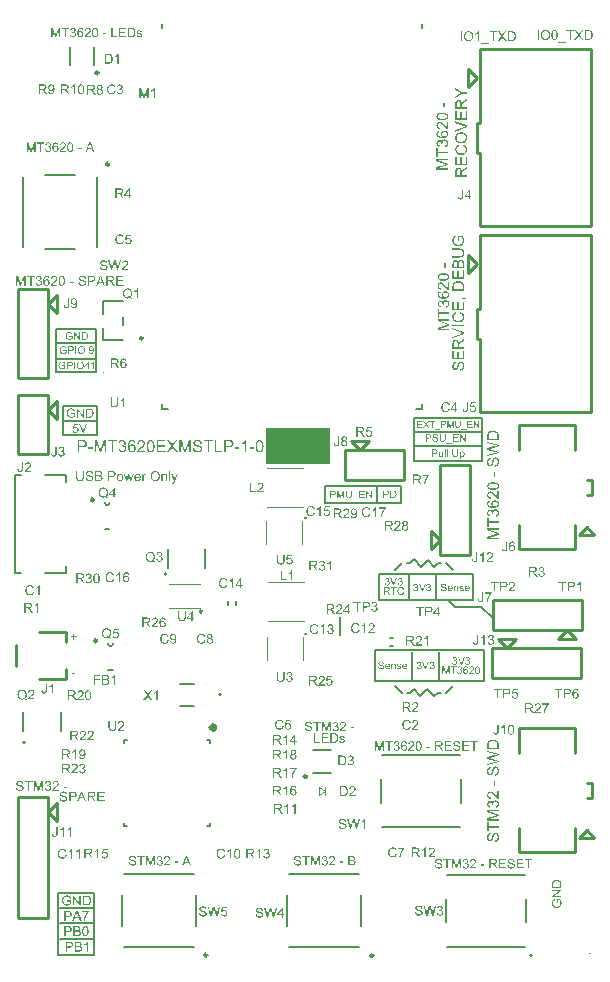
<source format=gto>
G04*
G04 #@! TF.GenerationSoftware,Altium Limited,Altium Designer,20.1.14 (287)*
G04*
G04 Layer_Color=65535*
%FSLAX44Y44*%
%MOMM*%
G71*
G04*
G04 #@! TF.SameCoordinates,978DA6D5-38BD-4FD5-9912-D6258095FBE2*
G04*
G04*
G04 #@! TF.FilePolarity,Positive*
G04*
G01*
G75*
%ADD10C,0.2540*%
%ADD11C,0.1524*%
%ADD12C,0.3810*%
%ADD13C,0.2000*%
%ADD14C,0.1000*%
%ADD15C,0.1500*%
%ADD16C,0.2500*%
%ADD17R,5.5000X3.1509*%
G36*
X368298Y322637D02*
X368374Y322630D01*
X368451Y322623D01*
X368541Y322617D01*
X368735Y322589D01*
X368950Y322547D01*
X369165Y322485D01*
X369373Y322408D01*
X369380D01*
X369394Y322395D01*
X369428Y322388D01*
X369463Y322367D01*
X369505Y322339D01*
X369560Y322311D01*
X369678Y322242D01*
X369817Y322145D01*
X369955Y322027D01*
X370087Y321895D01*
X370205Y321736D01*
X370212Y321729D01*
X370219Y321715D01*
X370233Y321694D01*
X370254Y321660D01*
X370275Y321618D01*
X370302Y321570D01*
X370323Y321507D01*
X370358Y321445D01*
X370413Y321299D01*
X370462Y321126D01*
X370503Y320938D01*
X370524Y320730D01*
X369713Y320668D01*
Y320675D01*
X369706Y320696D01*
Y320723D01*
X369699Y320765D01*
X369685Y320821D01*
X369671Y320876D01*
X369630Y321008D01*
X369574Y321153D01*
X369491Y321306D01*
X369394Y321452D01*
X369331Y321514D01*
X369262Y321576D01*
X369255Y321583D01*
X369248Y321590D01*
X369221Y321604D01*
X369193Y321625D01*
X369151Y321646D01*
X369103Y321674D01*
X369047Y321701D01*
X368985Y321736D01*
X368908Y321764D01*
X368825Y321791D01*
X368735Y321819D01*
X368638Y321840D01*
X368527Y321861D01*
X368409Y321875D01*
X368284Y321889D01*
X368083D01*
X368028Y321881D01*
X367965D01*
X367896Y321875D01*
X367813Y321868D01*
X367730Y321854D01*
X367542Y321819D01*
X367362Y321771D01*
X367189Y321701D01*
X367105Y321653D01*
X367036Y321604D01*
X367029D01*
X367022Y321590D01*
X366981Y321556D01*
X366925Y321493D01*
X366863Y321410D01*
X366800Y321313D01*
X366745Y321195D01*
X366703Y321070D01*
X366696Y321001D01*
X366689Y320925D01*
Y320918D01*
Y320911D01*
X366696Y320869D01*
X366703Y320807D01*
X366717Y320730D01*
X366752Y320640D01*
X366794Y320543D01*
X366849Y320453D01*
X366932Y320363D01*
X366946Y320356D01*
X366960Y320342D01*
X366988Y320321D01*
X367022Y320300D01*
X367064Y320280D01*
X367119Y320252D01*
X367182Y320217D01*
X367258Y320183D01*
X367348Y320148D01*
X367452Y320113D01*
X367570Y320072D01*
X367709Y320030D01*
X367854Y319988D01*
X368021Y319940D01*
X368208Y319898D01*
X368222D01*
X368257Y319891D01*
X368305Y319877D01*
X368374Y319857D01*
X368458Y319843D01*
X368555Y319815D01*
X368659Y319794D01*
X368770Y319760D01*
X369006Y319697D01*
X369241Y319635D01*
X369352Y319600D01*
X369449Y319566D01*
X369546Y319531D01*
X369623Y319496D01*
X369630D01*
X369650Y319482D01*
X369678Y319468D01*
X369713Y319448D01*
X369761Y319427D01*
X369817Y319392D01*
X369935Y319316D01*
X370073Y319226D01*
X370205Y319115D01*
X370337Y318983D01*
X370392Y318914D01*
X370448Y318844D01*
Y318837D01*
X370462Y318824D01*
X370476Y318803D01*
X370489Y318775D01*
X370510Y318740D01*
X370531Y318692D01*
X370587Y318581D01*
X370635Y318449D01*
X370677Y318297D01*
X370704Y318123D01*
X370718Y317936D01*
Y317929D01*
Y317915D01*
Y317887D01*
X370711Y317853D01*
Y317804D01*
X370704Y317756D01*
X370684Y317624D01*
X370649Y317478D01*
X370593Y317319D01*
X370517Y317152D01*
X370476Y317062D01*
X370420Y316979D01*
Y316972D01*
X370406Y316958D01*
X370392Y316937D01*
X370365Y316903D01*
X370302Y316826D01*
X370205Y316723D01*
X370087Y316611D01*
X369942Y316494D01*
X369775Y316383D01*
X369581Y316279D01*
X369574D01*
X369553Y316265D01*
X369526Y316258D01*
X369484Y316237D01*
X369435Y316223D01*
X369373Y316202D01*
X369304Y316175D01*
X369221Y316154D01*
X369137Y316133D01*
X369040Y316105D01*
X368832Y316071D01*
X368603Y316043D01*
X368354Y316029D01*
X368270D01*
X368208Y316036D01*
X368132D01*
X368049Y316043D01*
X367952Y316050D01*
X367841Y316064D01*
X367612Y316091D01*
X367369Y316133D01*
X367126Y316196D01*
X366891Y316279D01*
X366884D01*
X366863Y316293D01*
X366835Y316306D01*
X366794Y316327D01*
X366745Y316355D01*
X366689Y316383D01*
X366558Y316466D01*
X366412Y316570D01*
X366260Y316702D01*
X366107Y316854D01*
X365975Y317034D01*
X365968Y317041D01*
X365961Y317055D01*
X365947Y317083D01*
X365927Y317125D01*
X365899Y317173D01*
X365871Y317229D01*
X365837Y317298D01*
X365809Y317374D01*
X365774Y317451D01*
X365746Y317541D01*
X365691Y317742D01*
X365649Y317957D01*
X365635Y318075D01*
X365629Y318193D01*
X366426Y318262D01*
Y318255D01*
Y318241D01*
X366433Y318213D01*
X366440Y318179D01*
X366447Y318137D01*
X366454Y318095D01*
X366482Y317978D01*
X366516Y317853D01*
X366558Y317721D01*
X366613Y317589D01*
X366683Y317464D01*
X366689Y317451D01*
X366724Y317416D01*
X366773Y317360D01*
X366842Y317291D01*
X366932Y317208D01*
X367043Y317132D01*
X367175Y317048D01*
X367327Y316972D01*
X367334D01*
X367348Y316965D01*
X367369Y316958D01*
X367404Y316944D01*
X367445Y316931D01*
X367494Y316910D01*
X367549Y316896D01*
X367612Y316882D01*
X367757Y316847D01*
X367931Y316813D01*
X368111Y316792D01*
X368312Y316785D01*
X368395D01*
X368437Y316792D01*
X368485D01*
X368596Y316806D01*
X368728Y316820D01*
X368874Y316840D01*
X369019Y316875D01*
X369158Y316924D01*
X369165D01*
X369172Y316931D01*
X369193Y316937D01*
X369221Y316951D01*
X369283Y316986D01*
X369366Y317028D01*
X369456Y317083D01*
X369553Y317152D01*
X369636Y317229D01*
X369713Y317319D01*
X369720Y317333D01*
X369740Y317360D01*
X369775Y317416D01*
X369810Y317485D01*
X369838Y317568D01*
X369872Y317659D01*
X369893Y317763D01*
X369900Y317867D01*
Y317874D01*
Y317880D01*
Y317915D01*
X369893Y317978D01*
X369879Y318047D01*
X369858Y318130D01*
X369824Y318220D01*
X369782Y318310D01*
X369720Y318394D01*
X369713Y318401D01*
X369685Y318428D01*
X369644Y318470D01*
X369581Y318525D01*
X369505Y318581D01*
X369401Y318643D01*
X369283Y318706D01*
X369144Y318768D01*
X369130Y318775D01*
X369117Y318782D01*
X369089Y318789D01*
X369061Y318796D01*
X369019Y318810D01*
X368964Y318831D01*
X368908Y318844D01*
X368832Y318865D01*
X368756Y318893D01*
X368659Y318914D01*
X368555Y318941D01*
X368437Y318976D01*
X368312Y319004D01*
X368167Y319045D01*
X368007Y319080D01*
X368000D01*
X367972Y319087D01*
X367924Y319101D01*
X367868Y319115D01*
X367792Y319136D01*
X367709Y319156D01*
X367626Y319184D01*
X367528Y319212D01*
X367321Y319274D01*
X367119Y319344D01*
X367022Y319378D01*
X366932Y319413D01*
X366849Y319448D01*
X366780Y319482D01*
X366773D01*
X366759Y319496D01*
X366738Y319510D01*
X366703Y319524D01*
X366620Y319572D01*
X366523Y319642D01*
X366405Y319732D01*
X366294Y319829D01*
X366183Y319947D01*
X366093Y320072D01*
Y320079D01*
X366086Y320086D01*
X366072Y320106D01*
X366059Y320134D01*
X366024Y320210D01*
X365982Y320308D01*
X365941Y320425D01*
X365906Y320564D01*
X365878Y320717D01*
X365871Y320876D01*
Y320883D01*
Y320897D01*
Y320925D01*
X365878Y320959D01*
Y321001D01*
X365885Y321049D01*
X365906Y321174D01*
X365941Y321313D01*
X365982Y321459D01*
X366051Y321618D01*
X366142Y321777D01*
Y321784D01*
X366156Y321798D01*
X366169Y321819D01*
X366190Y321847D01*
X366260Y321923D01*
X366350Y322020D01*
X366461Y322124D01*
X366599Y322228D01*
X366759Y322332D01*
X366946Y322422D01*
X366953D01*
X366967Y322429D01*
X367001Y322443D01*
X367036Y322457D01*
X367085Y322471D01*
X367147Y322492D01*
X367216Y322513D01*
X367293Y322533D01*
X367376Y322554D01*
X367466Y322575D01*
X367660Y322610D01*
X367882Y322637D01*
X368118Y322644D01*
X368236D01*
X368298Y322637D01*
D02*
G37*
G36*
X379032Y320869D02*
X379074D01*
X379178Y320855D01*
X379296Y320841D01*
X379428Y320814D01*
X379559Y320772D01*
X379691Y320723D01*
X379698D01*
X379705Y320717D01*
X379747Y320696D01*
X379809Y320661D01*
X379892Y320620D01*
X379975Y320557D01*
X380066Y320495D01*
X380149Y320418D01*
X380218Y320328D01*
X380225Y320314D01*
X380246Y320287D01*
X380274Y320231D01*
X380315Y320162D01*
X380357Y320079D01*
X380392Y319982D01*
X380433Y319871D01*
X380461Y319746D01*
Y319739D01*
X380468Y319704D01*
X380475Y319649D01*
X380489Y319572D01*
X380495Y319468D01*
Y319406D01*
X380502Y319337D01*
Y319260D01*
X380509Y319170D01*
Y319080D01*
Y318983D01*
Y316133D01*
X379726D01*
Y318955D01*
Y318962D01*
Y318976D01*
Y319004D01*
Y319032D01*
Y319073D01*
X379719Y319122D01*
X379712Y319226D01*
X379705Y319344D01*
X379684Y319461D01*
X379663Y319572D01*
X379629Y319669D01*
X379622Y319683D01*
X379608Y319711D01*
X379587Y319753D01*
X379552Y319808D01*
X379511Y319871D01*
X379455Y319933D01*
X379386Y319995D01*
X379303Y320051D01*
X379296Y320058D01*
X379261Y320072D01*
X379213Y320099D01*
X379150Y320127D01*
X379067Y320148D01*
X378977Y320176D01*
X378873Y320190D01*
X378755Y320196D01*
X378707D01*
X378672Y320190D01*
X378630D01*
X378575Y320183D01*
X378457Y320155D01*
X378325Y320120D01*
X378180Y320065D01*
X378034Y319982D01*
X377958Y319933D01*
X377888Y319877D01*
X377881Y319871D01*
X377874Y319864D01*
X377854Y319843D01*
X377833Y319815D01*
X377805Y319774D01*
X377777Y319732D01*
X377743Y319676D01*
X377708Y319607D01*
X377673Y319531D01*
X377639Y319441D01*
X377611Y319344D01*
X377583Y319233D01*
X377562Y319108D01*
X377542Y318976D01*
X377535Y318824D01*
X377528Y318664D01*
Y316133D01*
X376744D01*
Y320772D01*
X377451D01*
Y320106D01*
X377458Y320113D01*
X377472Y320141D01*
X377507Y320176D01*
X377548Y320224D01*
X377597Y320287D01*
X377659Y320349D01*
X377736Y320418D01*
X377826Y320495D01*
X377923Y320564D01*
X378034Y320633D01*
X378152Y320696D01*
X378284Y320758D01*
X378429Y320807D01*
X378582Y320841D01*
X378748Y320869D01*
X378921Y320876D01*
X378991D01*
X379032Y320869D01*
D02*
G37*
G36*
X383380D02*
X383436D01*
X383567Y320855D01*
X383713Y320835D01*
X383879Y320807D01*
X384039Y320772D01*
X384198Y320717D01*
X384205D01*
X384219Y320710D01*
X384240Y320703D01*
X384268Y320689D01*
X384337Y320654D01*
X384434Y320606D01*
X384531Y320543D01*
X384628Y320467D01*
X384725Y320384D01*
X384809Y320287D01*
X384815Y320273D01*
X384843Y320238D01*
X384878Y320176D01*
X384920Y320099D01*
X384968Y319995D01*
X385010Y319871D01*
X385051Y319732D01*
X385086Y319572D01*
X384316Y319468D01*
Y319475D01*
Y319482D01*
X384302Y319524D01*
X384288Y319593D01*
X384261Y319669D01*
X384219Y319760D01*
X384164Y319850D01*
X384094Y319940D01*
X384011Y320023D01*
X383997Y320030D01*
X383963Y320058D01*
X383907Y320093D01*
X383831Y320127D01*
X383727Y320169D01*
X383602Y320196D01*
X383463Y320224D01*
X383297Y320231D01*
X383207D01*
X383165Y320224D01*
X383117D01*
X382999Y320210D01*
X382874Y320190D01*
X382742Y320155D01*
X382624Y320113D01*
X382576Y320086D01*
X382527Y320051D01*
X382520Y320044D01*
X382492Y320016D01*
X382458Y319982D01*
X382416Y319933D01*
X382368Y319871D01*
X382333Y319794D01*
X382305Y319718D01*
X382298Y319628D01*
Y319621D01*
Y319600D01*
X382305Y319572D01*
X382312Y319538D01*
X382340Y319448D01*
X382361Y319399D01*
X382388Y319350D01*
X382396Y319344D01*
X382409Y319330D01*
X382430Y319309D01*
X382465Y319281D01*
X382506Y319247D01*
X382562Y319212D01*
X382624Y319177D01*
X382694Y319142D01*
X382701D01*
X382721Y319136D01*
X382763Y319122D01*
X382825Y319101D01*
X382867Y319087D01*
X382915Y319073D01*
X382971Y319059D01*
X383033Y319039D01*
X383110Y319018D01*
X383193Y318997D01*
X383283Y318969D01*
X383387Y318941D01*
X383394D01*
X383422Y318934D01*
X383463Y318921D01*
X383526Y318907D01*
X383588Y318886D01*
X383664Y318865D01*
X383755Y318837D01*
X383845Y318810D01*
X384039Y318754D01*
X384226Y318692D01*
X384316Y318664D01*
X384399Y318629D01*
X384476Y318602D01*
X384545Y318574D01*
X384552D01*
X384559Y318567D01*
X384600Y318546D01*
X384663Y318518D01*
X384732Y318470D01*
X384815Y318414D01*
X384906Y318345D01*
X384989Y318262D01*
X385065Y318165D01*
X385072Y318151D01*
X385093Y318116D01*
X385127Y318061D01*
X385162Y317978D01*
X385197Y317880D01*
X385232Y317770D01*
X385252Y317638D01*
X385259Y317492D01*
Y317485D01*
Y317471D01*
Y317451D01*
Y317423D01*
X385245Y317347D01*
X385232Y317250D01*
X385204Y317139D01*
X385162Y317014D01*
X385100Y316882D01*
X385023Y316750D01*
Y316743D01*
X385010Y316736D01*
X384982Y316695D01*
X384926Y316632D01*
X384857Y316556D01*
X384760Y316466D01*
X384649Y316376D01*
X384517Y316293D01*
X384365Y316216D01*
X384358D01*
X384344Y316209D01*
X384323Y316202D01*
X384288Y316189D01*
X384247Y316175D01*
X384198Y316154D01*
X384143Y316140D01*
X384081Y316126D01*
X383935Y316091D01*
X383768Y316057D01*
X383588Y316036D01*
X383387Y316029D01*
X383297D01*
X383234Y316036D01*
X383165Y316043D01*
X383075Y316050D01*
X382978Y316057D01*
X382874Y316078D01*
X382652Y316119D01*
X382416Y316182D01*
X382305Y316223D01*
X382194Y316279D01*
X382097Y316334D01*
X382000Y316397D01*
X381993Y316404D01*
X381979Y316417D01*
X381959Y316438D01*
X381924Y316466D01*
X381889Y316507D01*
X381848Y316556D01*
X381799Y316611D01*
X381751Y316674D01*
X381695Y316750D01*
X381647Y316833D01*
X381598Y316924D01*
X381549Y317028D01*
X381508Y317132D01*
X381466Y317250D01*
X381432Y317381D01*
X381404Y317513D01*
X382180Y317638D01*
Y317631D01*
X382187Y317617D01*
Y317596D01*
X382194Y317561D01*
X382201Y317520D01*
X382215Y317478D01*
X382250Y317374D01*
X382298Y317256D01*
X382361Y317132D01*
X382437Y317021D01*
X382541Y316917D01*
X382548D01*
X382555Y316910D01*
X382597Y316882D01*
X382666Y316840D01*
X382763Y316799D01*
X382881Y316750D01*
X383027Y316716D01*
X383193Y316688D01*
X383380Y316674D01*
X383436D01*
X383470Y316681D01*
X383519D01*
X383567Y316688D01*
X383685Y316702D01*
X383817Y316729D01*
X383956Y316764D01*
X384081Y316820D01*
X384191Y316889D01*
X384205Y316896D01*
X384233Y316931D01*
X384275Y316972D01*
X384323Y317034D01*
X384372Y317111D01*
X384413Y317201D01*
X384441Y317298D01*
X384455Y317409D01*
Y317423D01*
Y317451D01*
X384441Y317506D01*
X384427Y317561D01*
X384399Y317631D01*
X384358Y317700D01*
X384295Y317770D01*
X384219Y317832D01*
X384212Y317839D01*
X384184Y317853D01*
X384136Y317874D01*
X384101Y317887D01*
X384060Y317901D01*
X384004Y317922D01*
X383949Y317943D01*
X383886Y317964D01*
X383810Y317985D01*
X383727Y318012D01*
X383630Y318040D01*
X383526Y318068D01*
X383415Y318095D01*
X383408D01*
X383380Y318102D01*
X383332Y318116D01*
X383276Y318130D01*
X383207Y318151D01*
X383124Y318172D01*
X383033Y318200D01*
X382936Y318227D01*
X382742Y318290D01*
X382541Y318352D01*
X382444Y318380D01*
X382361Y318414D01*
X382278Y318449D01*
X382208Y318477D01*
X382201D01*
X382194Y318484D01*
X382153Y318505D01*
X382097Y318539D01*
X382021Y318595D01*
X381938Y318657D01*
X381855Y318727D01*
X381771Y318817D01*
X381702Y318914D01*
X381695Y318928D01*
X381674Y318962D01*
X381647Y319025D01*
X381619Y319101D01*
X381591Y319191D01*
X381563Y319295D01*
X381543Y319413D01*
X381536Y319538D01*
Y319545D01*
Y319552D01*
Y319593D01*
X381543Y319649D01*
X381556Y319725D01*
X381570Y319815D01*
X381591Y319912D01*
X381626Y320016D01*
X381674Y320113D01*
X381681Y320127D01*
X381702Y320155D01*
X381730Y320203D01*
X381778Y320266D01*
X381827Y320335D01*
X381896Y320411D01*
X381973Y320481D01*
X382063Y320550D01*
X382070Y320557D01*
X382097Y320571D01*
X382139Y320599D01*
X382194Y320626D01*
X382264Y320661D01*
X382347Y320703D01*
X382451Y320744D01*
X382562Y320779D01*
X382569D01*
X382576Y320786D01*
X382617Y320793D01*
X382680Y320807D01*
X382770Y320827D01*
X382867Y320848D01*
X382985Y320862D01*
X383110Y320869D01*
X383241Y320876D01*
X383332D01*
X383380Y320869D01*
D02*
G37*
G36*
X388179D02*
X388241D01*
X388324Y320855D01*
X388414Y320841D01*
X388518Y320821D01*
X388629Y320800D01*
X388747Y320765D01*
X388865Y320723D01*
X388997Y320668D01*
X389122Y320606D01*
X389246Y320536D01*
X389371Y320446D01*
X389496Y320349D01*
X389607Y320238D01*
X389614Y320231D01*
X389635Y320210D01*
X389663Y320176D01*
X389697Y320120D01*
X389746Y320058D01*
X389794Y319982D01*
X389850Y319884D01*
X389905Y319781D01*
X389954Y319663D01*
X390009Y319531D01*
X390058Y319385D01*
X390106Y319226D01*
X390141Y319052D01*
X390169Y318865D01*
X390190Y318671D01*
X390196Y318463D01*
Y318449D01*
Y318414D01*
Y318345D01*
X390190Y318255D01*
X386729D01*
Y318248D01*
Y318220D01*
X386736Y318179D01*
X386743Y318130D01*
X386750Y318061D01*
X386764Y317991D01*
X386778Y317908D01*
X386799Y317818D01*
X386854Y317631D01*
X386930Y317430D01*
X386979Y317340D01*
X387028Y317243D01*
X387090Y317159D01*
X387159Y317076D01*
X387166Y317069D01*
X387180Y317062D01*
X387201Y317041D01*
X387229Y317014D01*
X387270Y316986D01*
X387312Y316951D01*
X387367Y316910D01*
X387430Y316875D01*
X387568Y316799D01*
X387735Y316736D01*
X387825Y316709D01*
X387922Y316695D01*
X388026Y316681D01*
X388130Y316674D01*
X388172D01*
X388199Y316681D01*
X388283Y316688D01*
X388387Y316702D01*
X388498Y316729D01*
X388622Y316771D01*
X388747Y316820D01*
X388865Y316896D01*
X388872D01*
X388879Y316910D01*
X388914Y316937D01*
X388969Y316993D01*
X389038Y317076D01*
X389115Y317173D01*
X389198Y317305D01*
X389281Y317458D01*
X389351Y317631D01*
X390169Y317527D01*
Y317520D01*
X390162Y317492D01*
X390148Y317458D01*
X390127Y317409D01*
X390106Y317347D01*
X390079Y317277D01*
X390044Y317201D01*
X390009Y317118D01*
X389912Y316944D01*
X389787Y316757D01*
X389711Y316667D01*
X389635Y316577D01*
X389552Y316494D01*
X389454Y316417D01*
X389448Y316410D01*
X389434Y316404D01*
X389399Y316383D01*
X389364Y316355D01*
X389309Y316327D01*
X389246Y316293D01*
X389177Y316258D01*
X389094Y316223D01*
X389004Y316189D01*
X388900Y316154D01*
X388796Y316119D01*
X388678Y316091D01*
X388553Y316064D01*
X388421Y316043D01*
X388276Y316036D01*
X388130Y316029D01*
X388088D01*
X388033Y316036D01*
X387964D01*
X387873Y316050D01*
X387776Y316064D01*
X387665Y316084D01*
X387548Y316105D01*
X387423Y316140D01*
X387291Y316182D01*
X387152Y316230D01*
X387021Y316293D01*
X386882Y316362D01*
X386757Y316445D01*
X386632Y316542D01*
X386514Y316653D01*
X386507Y316660D01*
X386487Y316681D01*
X386459Y316716D01*
X386424Y316771D01*
X386376Y316833D01*
X386327Y316910D01*
X386272Y317000D01*
X386223Y317104D01*
X386168Y317222D01*
X386112Y317353D01*
X386064Y317499D01*
X386015Y317659D01*
X385980Y317825D01*
X385953Y318005D01*
X385932Y318200D01*
X385925Y318407D01*
Y318421D01*
Y318456D01*
X385932Y318518D01*
Y318602D01*
X385946Y318699D01*
X385960Y318810D01*
X385974Y318941D01*
X386001Y319073D01*
X386029Y319219D01*
X386071Y319364D01*
X386119Y319517D01*
X386175Y319669D01*
X386244Y319815D01*
X386327Y319961D01*
X386417Y320099D01*
X386521Y320224D01*
X386528Y320231D01*
X386549Y320252D01*
X386584Y320287D01*
X386632Y320328D01*
X386688Y320377D01*
X386764Y320432D01*
X386847Y320488D01*
X386944Y320550D01*
X387048Y320613D01*
X387166Y320668D01*
X387298Y320723D01*
X387437Y320772D01*
X387589Y320814D01*
X387742Y320848D01*
X387915Y320869D01*
X388088Y320876D01*
X388130D01*
X388179Y320869D01*
D02*
G37*
G36*
X373762D02*
X373825D01*
X373908Y320855D01*
X373998Y320841D01*
X374102Y320821D01*
X374213Y320800D01*
X374331Y320765D01*
X374449Y320723D01*
X374581Y320668D01*
X374705Y320606D01*
X374830Y320536D01*
X374955Y320446D01*
X375080Y320349D01*
X375191Y320238D01*
X375198Y320231D01*
X375219Y320210D01*
X375246Y320176D01*
X375281Y320120D01*
X375330Y320058D01*
X375378Y319982D01*
X375434Y319884D01*
X375489Y319781D01*
X375537Y319663D01*
X375593Y319531D01*
X375642Y319385D01*
X375690Y319226D01*
X375725Y319052D01*
X375752Y318865D01*
X375773Y318671D01*
X375780Y318463D01*
Y318449D01*
Y318414D01*
Y318345D01*
X375773Y318255D01*
X372313D01*
Y318248D01*
Y318220D01*
X372320Y318179D01*
X372327Y318130D01*
X372334Y318061D01*
X372348Y317991D01*
X372362Y317908D01*
X372383Y317818D01*
X372438Y317631D01*
X372514Y317430D01*
X372563Y317340D01*
X372611Y317243D01*
X372674Y317159D01*
X372743Y317076D01*
X372750Y317069D01*
X372764Y317062D01*
X372785Y317041D01*
X372812Y317014D01*
X372854Y316986D01*
X372896Y316951D01*
X372951Y316910D01*
X373013Y316875D01*
X373152Y316799D01*
X373319Y316736D01*
X373409Y316709D01*
X373506Y316695D01*
X373610Y316681D01*
X373714Y316674D01*
X373755D01*
X373783Y316681D01*
X373866Y316688D01*
X373970Y316702D01*
X374081Y316729D01*
X374206Y316771D01*
X374331Y316820D01*
X374449Y316896D01*
X374456D01*
X374463Y316910D01*
X374497Y316937D01*
X374553Y316993D01*
X374622Y317076D01*
X374698Y317173D01*
X374782Y317305D01*
X374865Y317458D01*
X374934Y317631D01*
X375752Y317527D01*
Y317520D01*
X375746Y317492D01*
X375732Y317458D01*
X375711Y317409D01*
X375690Y317347D01*
X375662Y317277D01*
X375628Y317201D01*
X375593Y317118D01*
X375496Y316944D01*
X375371Y316757D01*
X375295Y316667D01*
X375219Y316577D01*
X375135Y316494D01*
X375038Y316417D01*
X375031Y316410D01*
X375018Y316404D01*
X374983Y316383D01*
X374948Y316355D01*
X374893Y316327D01*
X374830Y316293D01*
X374761Y316258D01*
X374678Y316223D01*
X374588Y316189D01*
X374483Y316154D01*
X374380Y316119D01*
X374262Y316091D01*
X374137Y316064D01*
X374005Y316043D01*
X373859Y316036D01*
X373714Y316029D01*
X373672D01*
X373617Y316036D01*
X373547D01*
X373457Y316050D01*
X373360Y316064D01*
X373249Y316084D01*
X373131Y316105D01*
X373007Y316140D01*
X372875Y316182D01*
X372736Y316230D01*
X372604Y316293D01*
X372466Y316362D01*
X372341Y316445D01*
X372216Y316542D01*
X372098Y316653D01*
X372091Y316660D01*
X372070Y316681D01*
X372043Y316716D01*
X372008Y316771D01*
X371959Y316833D01*
X371911Y316910D01*
X371856Y317000D01*
X371807Y317104D01*
X371752Y317222D01*
X371696Y317353D01*
X371647Y317499D01*
X371599Y317659D01*
X371564Y317825D01*
X371536Y318005D01*
X371516Y318200D01*
X371509Y318407D01*
Y318421D01*
Y318456D01*
X371516Y318518D01*
Y318602D01*
X371530Y318699D01*
X371543Y318810D01*
X371557Y318941D01*
X371585Y319073D01*
X371613Y319219D01*
X371654Y319364D01*
X371703Y319517D01*
X371758Y319669D01*
X371828Y319815D01*
X371911Y319961D01*
X372001Y320099D01*
X372105Y320224D01*
X372112Y320231D01*
X372133Y320252D01*
X372168Y320287D01*
X372216Y320328D01*
X372271Y320377D01*
X372348Y320432D01*
X372431Y320488D01*
X372528Y320550D01*
X372632Y320613D01*
X372750Y320668D01*
X372882Y320723D01*
X373020Y320772D01*
X373173Y320814D01*
X373326Y320848D01*
X373499Y320869D01*
X373672Y320876D01*
X373714D01*
X373762Y320869D01*
D02*
G37*
G36*
X361180Y449279D02*
X361256Y449272D01*
X361332Y449266D01*
X361422Y449259D01*
X361617Y449231D01*
X361832Y449189D01*
X362047Y449127D01*
X362254Y449051D01*
X362261D01*
X362275Y449037D01*
X362310Y449030D01*
X362345Y449009D01*
X362386Y448981D01*
X362442Y448954D01*
X362560Y448884D01*
X362698Y448787D01*
X362837Y448669D01*
X362969Y448537D01*
X363087Y448378D01*
X363093Y448371D01*
X363101Y448357D01*
X363114Y448336D01*
X363135Y448302D01*
X363156Y448260D01*
X363184Y448212D01*
X363204Y448149D01*
X363239Y448087D01*
X363295Y447941D01*
X363343Y447768D01*
X363385Y447581D01*
X363406Y447373D01*
X362594Y447310D01*
Y447317D01*
X362587Y447338D01*
Y447366D01*
X362580Y447407D01*
X362566Y447463D01*
X362553Y447518D01*
X362511Y447650D01*
X362456Y447795D01*
X362372Y447948D01*
X362275Y448094D01*
X362213Y448156D01*
X362144Y448218D01*
X362137Y448225D01*
X362130Y448232D01*
X362102Y448246D01*
X362074Y448267D01*
X362033Y448288D01*
X361984Y448316D01*
X361929Y448343D01*
X361866Y448378D01*
X361790Y448406D01*
X361707Y448433D01*
X361617Y448461D01*
X361520Y448482D01*
X361409Y448503D01*
X361291Y448517D01*
X361166Y448531D01*
X360965D01*
X360909Y448524D01*
X360847D01*
X360778Y448517D01*
X360694Y448510D01*
X360611Y448496D01*
X360424Y448461D01*
X360244Y448413D01*
X360070Y448343D01*
X359987Y448295D01*
X359918Y448246D01*
X359911D01*
X359904Y448232D01*
X359862Y448198D01*
X359807Y448135D01*
X359744Y448052D01*
X359682Y447955D01*
X359626Y447837D01*
X359585Y447712D01*
X359578Y447643D01*
X359571Y447567D01*
Y447560D01*
Y447553D01*
X359578Y447511D01*
X359585Y447449D01*
X359599Y447373D01*
X359633Y447282D01*
X359675Y447185D01*
X359730Y447095D01*
X359814Y447005D01*
X359827Y446998D01*
X359841Y446984D01*
X359869Y446963D01*
X359904Y446943D01*
X359945Y446922D01*
X360001Y446894D01*
X360063Y446859D01*
X360140Y446825D01*
X360230Y446790D01*
X360334Y446755D01*
X360452Y446714D01*
X360590Y446672D01*
X360736Y446631D01*
X360902Y446582D01*
X361090Y446540D01*
X361103D01*
X361138Y446534D01*
X361187Y446520D01*
X361256Y446499D01*
X361339Y446485D01*
X361436Y446457D01*
X361540Y446436D01*
X361651Y446402D01*
X361887Y446339D01*
X362123Y446277D01*
X362234Y446242D01*
X362331Y446208D01*
X362428Y446173D01*
X362504Y446138D01*
X362511D01*
X362532Y446124D01*
X362560Y446110D01*
X362594Y446090D01*
X362643Y446069D01*
X362698Y446034D01*
X362816Y445958D01*
X362955Y445868D01*
X363087Y445757D01*
X363218Y445625D01*
X363274Y445556D01*
X363329Y445486D01*
Y445480D01*
X363343Y445466D01*
X363357Y445445D01*
X363371Y445417D01*
X363392Y445382D01*
X363413Y445334D01*
X363468Y445223D01*
X363517Y445091D01*
X363558Y444939D01*
X363586Y444765D01*
X363600Y444578D01*
Y444571D01*
Y444557D01*
Y444529D01*
X363593Y444495D01*
Y444446D01*
X363586Y444398D01*
X363565Y444266D01*
X363530Y444120D01*
X363475Y443961D01*
X363399Y443795D01*
X363357Y443704D01*
X363302Y443621D01*
Y443614D01*
X363288Y443600D01*
X363274Y443579D01*
X363246Y443545D01*
X363184Y443469D01*
X363087Y443365D01*
X362969Y443254D01*
X362823Y443136D01*
X362657Y443025D01*
X362463Y442921D01*
X362456D01*
X362435Y442907D01*
X362407Y442900D01*
X362365Y442879D01*
X362317Y442865D01*
X362254Y442845D01*
X362185Y442817D01*
X362102Y442796D01*
X362019Y442775D01*
X361922Y442747D01*
X361714Y442713D01*
X361485Y442685D01*
X361235Y442671D01*
X361152D01*
X361090Y442678D01*
X361013D01*
X360930Y442685D01*
X360833Y442692D01*
X360722Y442706D01*
X360493Y442734D01*
X360251Y442775D01*
X360008Y442838D01*
X359772Y442921D01*
X359765D01*
X359744Y442935D01*
X359717Y442948D01*
X359675Y442969D01*
X359626Y442997D01*
X359571Y443025D01*
X359439Y443108D01*
X359294Y443212D01*
X359141Y443344D01*
X358988Y443496D01*
X358857Y443677D01*
X358850Y443684D01*
X358843Y443697D01*
X358829Y443725D01*
X358808Y443767D01*
X358781Y443815D01*
X358753Y443871D01*
X358718Y443940D01*
X358690Y444016D01*
X358656Y444093D01*
X358628Y444183D01*
X358572Y444384D01*
X358531Y444599D01*
X358517Y444717D01*
X358510Y444835D01*
X359308Y444904D01*
Y444897D01*
Y444883D01*
X359314Y444855D01*
X359321Y444821D01*
X359328Y444779D01*
X359335Y444738D01*
X359363Y444620D01*
X359398Y444495D01*
X359439Y444363D01*
X359495Y444231D01*
X359564Y444106D01*
X359571Y444093D01*
X359606Y444058D01*
X359654Y444002D01*
X359724Y443933D01*
X359814Y443850D01*
X359925Y443774D01*
X360056Y443690D01*
X360209Y443614D01*
X360216D01*
X360230Y443607D01*
X360251Y443600D01*
X360285Y443587D01*
X360327Y443573D01*
X360375Y443552D01*
X360431Y443538D01*
X360493Y443524D01*
X360639Y443489D01*
X360812Y443455D01*
X360993Y443434D01*
X361194Y443427D01*
X361277D01*
X361318Y443434D01*
X361367D01*
X361478Y443448D01*
X361610Y443462D01*
X361755Y443483D01*
X361901Y443517D01*
X362039Y443566D01*
X362047D01*
X362053Y443573D01*
X362074Y443579D01*
X362102Y443593D01*
X362164Y443628D01*
X362248Y443670D01*
X362338Y443725D01*
X362435Y443795D01*
X362518Y443871D01*
X362594Y443961D01*
X362601Y443975D01*
X362622Y444002D01*
X362657Y444058D01*
X362691Y444127D01*
X362719Y444211D01*
X362754Y444301D01*
X362775Y444405D01*
X362781Y444509D01*
Y444516D01*
Y444523D01*
Y444557D01*
X362775Y444620D01*
X362761Y444689D01*
X362740Y444772D01*
X362705Y444862D01*
X362664Y444953D01*
X362601Y445036D01*
X362594Y445043D01*
X362566Y445070D01*
X362525Y445112D01*
X362463Y445168D01*
X362386Y445223D01*
X362282Y445285D01*
X362164Y445348D01*
X362026Y445410D01*
X362012Y445417D01*
X361998Y445424D01*
X361970Y445431D01*
X361942Y445438D01*
X361901Y445452D01*
X361845Y445473D01*
X361790Y445486D01*
X361714Y445507D01*
X361637Y445535D01*
X361540Y445556D01*
X361436Y445583D01*
X361318Y445618D01*
X361194Y445646D01*
X361048Y445687D01*
X360888Y445722D01*
X360882D01*
X360854Y445729D01*
X360805Y445743D01*
X360750Y445757D01*
X360673Y445778D01*
X360590Y445798D01*
X360507Y445826D01*
X360410Y445854D01*
X360202Y445916D01*
X360001Y445986D01*
X359904Y446020D01*
X359814Y446055D01*
X359730Y446090D01*
X359661Y446124D01*
X359654D01*
X359640Y446138D01*
X359619Y446152D01*
X359585Y446166D01*
X359502Y446214D01*
X359404Y446284D01*
X359287Y446374D01*
X359176Y446471D01*
X359065Y446589D01*
X358975Y446714D01*
Y446721D01*
X358968Y446728D01*
X358954Y446749D01*
X358940Y446776D01*
X358905Y446852D01*
X358864Y446950D01*
X358822Y447067D01*
X358787Y447206D01*
X358760Y447359D01*
X358753Y447518D01*
Y447525D01*
Y447539D01*
Y447567D01*
X358760Y447601D01*
Y447643D01*
X358767Y447691D01*
X358787Y447816D01*
X358822Y447955D01*
X358864Y448101D01*
X358933Y448260D01*
X359023Y448420D01*
Y448427D01*
X359037Y448440D01*
X359051Y448461D01*
X359072Y448489D01*
X359141Y448565D01*
X359231Y448662D01*
X359342Y448766D01*
X359481Y448870D01*
X359640Y448974D01*
X359827Y449064D01*
X359835D01*
X359848Y449071D01*
X359883Y449085D01*
X359918Y449099D01*
X359966Y449113D01*
X360029Y449134D01*
X360098Y449155D01*
X360174Y449175D01*
X360257Y449196D01*
X360348Y449217D01*
X360542Y449252D01*
X360764Y449279D01*
X360999Y449286D01*
X361117D01*
X361180Y449279D01*
D02*
G37*
G36*
X387176Y442775D02*
X386302D01*
X382946Y447795D01*
Y442775D01*
X382135D01*
Y449175D01*
X383002D01*
X386365Y444148D01*
Y449175D01*
X387176D01*
Y442775D01*
D02*
G37*
G36*
X369799Y445480D02*
Y445466D01*
Y445438D01*
Y445389D01*
Y445320D01*
X369792Y445237D01*
X369785Y445147D01*
X369778Y445043D01*
X369771Y444925D01*
X369743Y444682D01*
X369709Y444426D01*
X369653Y444176D01*
X369619Y444058D01*
X369577Y443947D01*
Y443940D01*
X369570Y443919D01*
X369556Y443892D01*
X369535Y443850D01*
X369508Y443801D01*
X369480Y443746D01*
X369397Y443621D01*
X369348Y443545D01*
X369293Y443475D01*
X369223Y443392D01*
X369154Y443316D01*
X369071Y443240D01*
X368988Y443163D01*
X368890Y443094D01*
X368787Y443025D01*
X368780Y443018D01*
X368759Y443011D01*
X368731Y442990D01*
X368683Y442969D01*
X368627Y442942D01*
X368558Y442914D01*
X368481Y442879D01*
X368384Y442851D01*
X368287Y442817D01*
X368176Y442782D01*
X368051Y442754D01*
X367920Y442727D01*
X367774Y442706D01*
X367622Y442685D01*
X367462Y442678D01*
X367296Y442671D01*
X367206D01*
X367143Y442678D01*
X367067D01*
X366984Y442685D01*
X366880Y442699D01*
X366776Y442713D01*
X366540Y442747D01*
X366290Y442803D01*
X366048Y442879D01*
X365930Y442921D01*
X365819Y442976D01*
X365812Y442983D01*
X365791Y442990D01*
X365763Y443011D01*
X365728Y443032D01*
X365680Y443066D01*
X365625Y443108D01*
X365569Y443150D01*
X365507Y443205D01*
X365368Y443330D01*
X365236Y443483D01*
X365111Y443663D01*
X365056Y443767D01*
X365007Y443871D01*
Y443878D01*
X365000Y443899D01*
X364987Y443933D01*
X364973Y443982D01*
X364952Y444037D01*
X364931Y444114D01*
X364910Y444197D01*
X364889Y444294D01*
X364862Y444405D01*
X364841Y444523D01*
X364820Y444654D01*
X364806Y444800D01*
X364785Y444953D01*
X364779Y445119D01*
X364765Y445292D01*
Y445480D01*
Y449175D01*
X365611D01*
Y445480D01*
Y445473D01*
Y445445D01*
Y445403D01*
Y445341D01*
X365618Y445271D01*
Y445195D01*
X365625Y445105D01*
X365631Y445015D01*
X365645Y444814D01*
X365673Y444613D01*
X365715Y444419D01*
X365736Y444328D01*
X365763Y444252D01*
Y444245D01*
X365770Y444238D01*
X365777Y444217D01*
X365791Y444190D01*
X365832Y444114D01*
X365888Y444030D01*
X365957Y443926D01*
X366048Y443829D01*
X366158Y443732D01*
X366290Y443642D01*
X366297D01*
X366311Y443635D01*
X366332Y443621D01*
X366359Y443607D01*
X366394Y443593D01*
X366443Y443579D01*
X366491Y443559D01*
X366547Y443538D01*
X366685Y443503D01*
X366845Y443469D01*
X367025Y443441D01*
X367219Y443434D01*
X367309D01*
X367372Y443441D01*
X367448Y443448D01*
X367538Y443455D01*
X367635Y443469D01*
X367739Y443489D01*
X367954Y443538D01*
X368065Y443573D01*
X368176Y443614D01*
X368280Y443663D01*
X368377Y443718D01*
X368467Y443781D01*
X368551Y443857D01*
X368558Y443864D01*
X368572Y443878D01*
X368585Y443905D01*
X368613Y443940D01*
X368641Y443989D01*
X368676Y444051D01*
X368717Y444127D01*
X368752Y444217D01*
X368787Y444322D01*
X368828Y444439D01*
X368863Y444571D01*
X368890Y444717D01*
X368918Y444883D01*
X368939Y445063D01*
X368946Y445265D01*
X368953Y445480D01*
Y449175D01*
X369799D01*
Y445480D01*
D02*
G37*
G36*
X380831Y448420D02*
X377045D01*
Y446464D01*
X380588D01*
Y445708D01*
X377045D01*
Y443531D01*
X380977D01*
Y442775D01*
X376199D01*
Y449175D01*
X380831D01*
Y448420D01*
D02*
G37*
G36*
X355598Y449169D02*
X355757Y449162D01*
X355917Y449148D01*
X356069Y449134D01*
X356146Y449127D01*
X356208Y449113D01*
X356215D01*
X356229Y449106D01*
X356256D01*
X356284Y449099D01*
X356326Y449085D01*
X356374Y449078D01*
X356485Y449044D01*
X356610Y449002D01*
X356742Y448947D01*
X356874Y448884D01*
X356998Y448808D01*
X357005D01*
X357012Y448801D01*
X357054Y448766D01*
X357109Y448718D01*
X357186Y448648D01*
X357262Y448565D01*
X357352Y448454D01*
X357435Y448336D01*
X357511Y448191D01*
Y448184D01*
X357518Y448170D01*
X357532Y448149D01*
X357546Y448121D01*
X357560Y448087D01*
X357574Y448038D01*
X357616Y447934D01*
X357650Y447803D01*
X357685Y447657D01*
X357706Y447490D01*
X357713Y447317D01*
Y447310D01*
Y447282D01*
Y447241D01*
X357706Y447178D01*
X357699Y447109D01*
X357685Y447033D01*
X357671Y446943D01*
X357650Y446839D01*
X357622Y446735D01*
X357588Y446624D01*
X357546Y446513D01*
X357491Y446395D01*
X357435Y446277D01*
X357366Y446159D01*
X357283Y446048D01*
X357192Y445937D01*
X357186Y445930D01*
X357165Y445916D01*
X357137Y445889D01*
X357089Y445847D01*
X357033Y445805D01*
X356957Y445757D01*
X356867Y445708D01*
X356763Y445660D01*
X356638Y445604D01*
X356506Y445556D01*
X356347Y445507D01*
X356180Y445466D01*
X355986Y445431D01*
X355778Y445403D01*
X355556Y445382D01*
X355306Y445376D01*
X353670D01*
Y442775D01*
X352824D01*
Y449175D01*
X355459D01*
X355598Y449169D01*
D02*
G37*
G36*
X375589Y441000D02*
X370381D01*
Y441569D01*
X375589D01*
Y441000D01*
D02*
G37*
G36*
X388509Y260337D02*
X388558Y260330D01*
X388689Y260316D01*
X388835Y260289D01*
X389002Y260247D01*
X389168Y260191D01*
X389334Y260115D01*
X389341D01*
X389355Y260108D01*
X389376Y260095D01*
X389411Y260074D01*
X389487Y260025D01*
X389584Y259956D01*
X389695Y259866D01*
X389806Y259762D01*
X389917Y259644D01*
X390014Y259505D01*
Y259498D01*
X390021Y259491D01*
X390035Y259463D01*
X390049Y259436D01*
X390069Y259401D01*
X390090Y259359D01*
X390132Y259255D01*
X390173Y259131D01*
X390215Y258992D01*
X390243Y258839D01*
X390250Y258680D01*
Y258673D01*
Y258659D01*
Y258638D01*
Y258610D01*
X390236Y258527D01*
X390222Y258430D01*
X390194Y258312D01*
X390153Y258188D01*
X390097Y258056D01*
X390021Y257924D01*
Y257917D01*
X390014Y257910D01*
X389979Y257869D01*
X389931Y257806D01*
X389855Y257730D01*
X389764Y257640D01*
X389646Y257550D01*
X389515Y257466D01*
X389362Y257383D01*
X389369D01*
X389390Y257376D01*
X389418Y257369D01*
X389459Y257355D01*
X389501Y257342D01*
X389556Y257321D01*
X389688Y257265D01*
X389827Y257189D01*
X389972Y257099D01*
X390118Y256981D01*
X390243Y256835D01*
X390250Y256828D01*
X390257Y256815D01*
X390271Y256794D01*
X390291Y256759D01*
X390319Y256724D01*
X390347Y256676D01*
X390374Y256620D01*
X390402Y256551D01*
X390430Y256482D01*
X390458Y256406D01*
X390513Y256232D01*
X390548Y256031D01*
X390562Y255920D01*
Y255809D01*
Y255802D01*
Y255774D01*
X390555Y255726D01*
Y255670D01*
X390541Y255594D01*
X390527Y255511D01*
X390513Y255421D01*
X390485Y255317D01*
X390451Y255206D01*
X390409Y255095D01*
X390361Y254977D01*
X390298Y254859D01*
X390229Y254734D01*
X390146Y254616D01*
X390056Y254499D01*
X389945Y254388D01*
X389938Y254381D01*
X389917Y254360D01*
X389882Y254332D01*
X389834Y254298D01*
X389778Y254256D01*
X389702Y254207D01*
X389619Y254152D01*
X389522Y254103D01*
X389418Y254048D01*
X389300Y253992D01*
X389175Y253944D01*
X389036Y253902D01*
X388891Y253867D01*
X388738Y253840D01*
X388579Y253819D01*
X388405Y253812D01*
X388371D01*
X388322Y253819D01*
X388266D01*
X388190Y253826D01*
X388107Y253840D01*
X388017Y253854D01*
X387913Y253874D01*
X387802Y253902D01*
X387691Y253937D01*
X387573Y253972D01*
X387455Y254020D01*
X387337Y254083D01*
X387226Y254145D01*
X387108Y254221D01*
X387005Y254311D01*
X386998Y254318D01*
X386984Y254332D01*
X386956Y254360D01*
X386914Y254401D01*
X386873Y254450D01*
X386824Y254512D01*
X386776Y254582D01*
X386720Y254665D01*
X386665Y254748D01*
X386609Y254852D01*
X386554Y254956D01*
X386505Y255074D01*
X386464Y255199D01*
X386422Y255331D01*
X386394Y255469D01*
X386373Y255615D01*
X387157Y255719D01*
Y255712D01*
X387164Y255691D01*
X387171Y255657D01*
X387185Y255608D01*
X387199Y255553D01*
X387212Y255490D01*
X387261Y255345D01*
X387323Y255185D01*
X387400Y255026D01*
X387497Y254880D01*
X387552Y254818D01*
X387608Y254755D01*
X387615D01*
X387622Y254741D01*
X387643Y254727D01*
X387663Y254707D01*
X387733Y254665D01*
X387830Y254610D01*
X387948Y254554D01*
X388079Y254512D01*
X388239Y254478D01*
X388405Y254464D01*
X388461D01*
X388502Y254471D01*
X388544Y254478D01*
X388606Y254485D01*
X388731Y254512D01*
X388884Y254554D01*
X389043Y254623D01*
X389119Y254672D01*
X389196Y254720D01*
X389272Y254776D01*
X389348Y254845D01*
X389355Y254852D01*
X389362Y254866D01*
X389383Y254887D01*
X389411Y254915D01*
X389438Y254949D01*
X389466Y254998D01*
X389501Y255046D01*
X389542Y255109D01*
X389612Y255247D01*
X389667Y255407D01*
X389716Y255594D01*
X389723Y255691D01*
X389730Y255795D01*
Y255802D01*
Y255816D01*
Y255851D01*
X389723Y255885D01*
X389716Y255934D01*
X389709Y255982D01*
X389688Y256107D01*
X389640Y256253D01*
X389577Y256399D01*
X389535Y256475D01*
X389487Y256544D01*
X389431Y256614D01*
X389369Y256683D01*
X389362Y256690D01*
X389355Y256697D01*
X389334Y256717D01*
X389307Y256738D01*
X389272Y256766D01*
X389230Y256794D01*
X389126Y256863D01*
X388995Y256926D01*
X388842Y256981D01*
X388669Y257023D01*
X388572Y257029D01*
X388475Y257036D01*
X388433D01*
X388384Y257029D01*
X388322D01*
X388239Y257016D01*
X388149Y257002D01*
X388038Y256981D01*
X387920Y256953D01*
X388003Y257640D01*
X388017D01*
X388052Y257633D01*
X388093Y257626D01*
X388183D01*
X388218Y257633D01*
X388266D01*
X388315Y257640D01*
X388433Y257661D01*
X388572Y257688D01*
X388724Y257737D01*
X388884Y257799D01*
X389036Y257889D01*
X389043D01*
X389057Y257903D01*
X389071Y257917D01*
X389099Y257938D01*
X389168Y258000D01*
X389244Y258090D01*
X389314Y258201D01*
X389383Y258340D01*
X389411Y258416D01*
X389425Y258507D01*
X389438Y258597D01*
X389445Y258694D01*
Y258701D01*
Y258715D01*
Y258735D01*
X389438Y258770D01*
X389431Y258846D01*
X389411Y258950D01*
X389376Y259061D01*
X389320Y259179D01*
X389244Y259304D01*
X389203Y259359D01*
X389147Y259415D01*
X389133Y259429D01*
X389092Y259457D01*
X389029Y259505D01*
X388946Y259561D01*
X388835Y259609D01*
X388703Y259658D01*
X388558Y259685D01*
X388391Y259699D01*
X388350D01*
X388315Y259692D01*
X388274D01*
X388232Y259685D01*
X388121Y259664D01*
X388003Y259630D01*
X387871Y259574D01*
X387747Y259505D01*
X387622Y259408D01*
X387608Y259394D01*
X387573Y259352D01*
X387518Y259290D01*
X387462Y259193D01*
X387393Y259075D01*
X387330Y258923D01*
X387275Y258749D01*
X387233Y258548D01*
X386450Y258687D01*
Y258694D01*
X386457Y258722D01*
X386464Y258763D01*
X386478Y258819D01*
X386498Y258881D01*
X386519Y258957D01*
X386547Y259041D01*
X386581Y259131D01*
X386672Y259332D01*
X386720Y259429D01*
X386783Y259533D01*
X386852Y259630D01*
X386928Y259727D01*
X387011Y259824D01*
X387102Y259907D01*
X387108Y259914D01*
X387122Y259928D01*
X387157Y259949D01*
X387192Y259977D01*
X387247Y260011D01*
X387303Y260046D01*
X387372Y260088D01*
X387455Y260129D01*
X387538Y260164D01*
X387635Y260205D01*
X387739Y260240D01*
X387850Y260275D01*
X387975Y260303D01*
X388100Y260323D01*
X388232Y260337D01*
X388371Y260344D01*
X388461D01*
X388509Y260337D01*
D02*
G37*
G36*
X377574D02*
X377622Y260330D01*
X377754Y260316D01*
X377900Y260289D01*
X378066Y260247D01*
X378233Y260191D01*
X378399Y260115D01*
X378406D01*
X378420Y260108D01*
X378441Y260095D01*
X378475Y260074D01*
X378552Y260025D01*
X378649Y259956D01*
X378760Y259866D01*
X378871Y259762D01*
X378982Y259644D01*
X379079Y259505D01*
Y259498D01*
X379086Y259491D01*
X379100Y259463D01*
X379113Y259436D01*
X379134Y259401D01*
X379155Y259359D01*
X379197Y259255D01*
X379238Y259131D01*
X379280Y258992D01*
X379308Y258839D01*
X379314Y258680D01*
Y258673D01*
Y258659D01*
Y258638D01*
Y258610D01*
X379301Y258527D01*
X379287Y258430D01*
X379259Y258312D01*
X379217Y258188D01*
X379162Y258056D01*
X379086Y257924D01*
Y257917D01*
X379079Y257910D01*
X379044Y257869D01*
X378996Y257806D01*
X378919Y257730D01*
X378829Y257640D01*
X378711Y257550D01*
X378579Y257466D01*
X378427Y257383D01*
X378434D01*
X378455Y257376D01*
X378482Y257369D01*
X378524Y257355D01*
X378566Y257342D01*
X378621Y257321D01*
X378753Y257265D01*
X378891Y257189D01*
X379037Y257099D01*
X379183Y256981D01*
X379308Y256835D01*
X379314Y256828D01*
X379321Y256815D01*
X379335Y256794D01*
X379356Y256759D01*
X379384Y256724D01*
X379412Y256676D01*
X379439Y256620D01*
X379467Y256551D01*
X379495Y256482D01*
X379523Y256406D01*
X379578Y256232D01*
X379613Y256031D01*
X379627Y255920D01*
Y255809D01*
Y255802D01*
Y255774D01*
X379620Y255726D01*
Y255670D01*
X379606Y255594D01*
X379592Y255511D01*
X379578Y255421D01*
X379550Y255317D01*
X379516Y255206D01*
X379474Y255095D01*
X379425Y254977D01*
X379363Y254859D01*
X379294Y254734D01*
X379211Y254616D01*
X379120Y254499D01*
X379009Y254388D01*
X379002Y254381D01*
X378982Y254360D01*
X378947Y254332D01*
X378898Y254298D01*
X378843Y254256D01*
X378767Y254207D01*
X378684Y254152D01*
X378586Y254103D01*
X378482Y254048D01*
X378364Y253992D01*
X378240Y253944D01*
X378101Y253902D01*
X377955Y253867D01*
X377803Y253840D01*
X377643Y253819D01*
X377470Y253812D01*
X377435D01*
X377387Y253819D01*
X377331D01*
X377255Y253826D01*
X377172Y253840D01*
X377082Y253854D01*
X376978Y253874D01*
X376867Y253902D01*
X376756Y253937D01*
X376638Y253972D01*
X376520Y254020D01*
X376402Y254083D01*
X376291Y254145D01*
X376173Y254221D01*
X376069Y254311D01*
X376062Y254318D01*
X376049Y254332D01*
X376021Y254360D01*
X375979Y254401D01*
X375938Y254450D01*
X375889Y254512D01*
X375840Y254582D01*
X375785Y254665D01*
X375729Y254748D01*
X375674Y254852D01*
X375619Y254956D01*
X375570Y255074D01*
X375528Y255199D01*
X375487Y255331D01*
X375459Y255469D01*
X375438Y255615D01*
X376222Y255719D01*
Y255712D01*
X376229Y255691D01*
X376236Y255657D01*
X376250Y255608D01*
X376263Y255553D01*
X376277Y255490D01*
X376326Y255345D01*
X376388Y255185D01*
X376465Y255026D01*
X376562Y254880D01*
X376617Y254818D01*
X376673Y254755D01*
X376679D01*
X376686Y254741D01*
X376707Y254727D01*
X376728Y254707D01*
X376797Y254665D01*
X376894Y254610D01*
X377012Y254554D01*
X377144Y254512D01*
X377304Y254478D01*
X377470Y254464D01*
X377525D01*
X377567Y254471D01*
X377609Y254478D01*
X377671Y254485D01*
X377796Y254512D01*
X377948Y254554D01*
X378108Y254623D01*
X378184Y254672D01*
X378260Y254720D01*
X378337Y254776D01*
X378413Y254845D01*
X378420Y254852D01*
X378427Y254866D01*
X378448Y254887D01*
X378475Y254915D01*
X378503Y254949D01*
X378531Y254998D01*
X378566Y255046D01*
X378607Y255109D01*
X378676Y255247D01*
X378732Y255407D01*
X378781Y255594D01*
X378787Y255691D01*
X378794Y255795D01*
Y255802D01*
Y255816D01*
Y255851D01*
X378787Y255885D01*
X378781Y255934D01*
X378774Y255982D01*
X378753Y256107D01*
X378704Y256253D01*
X378642Y256399D01*
X378600Y256475D01*
X378552Y256544D01*
X378496Y256614D01*
X378434Y256683D01*
X378427Y256690D01*
X378420Y256697D01*
X378399Y256717D01*
X378371Y256738D01*
X378337Y256766D01*
X378295Y256794D01*
X378191Y256863D01*
X378059Y256926D01*
X377907Y256981D01*
X377733Y257023D01*
X377636Y257029D01*
X377539Y257036D01*
X377498D01*
X377449Y257029D01*
X377387D01*
X377304Y257016D01*
X377213Y257002D01*
X377103Y256981D01*
X376985Y256953D01*
X377068Y257640D01*
X377082D01*
X377116Y257633D01*
X377158Y257626D01*
X377248D01*
X377283Y257633D01*
X377331D01*
X377380Y257640D01*
X377498Y257661D01*
X377636Y257688D01*
X377789Y257737D01*
X377948Y257799D01*
X378101Y257889D01*
X378108D01*
X378122Y257903D01*
X378136Y257917D01*
X378163Y257938D01*
X378233Y258000D01*
X378309Y258090D01*
X378378Y258201D01*
X378448Y258340D01*
X378475Y258416D01*
X378489Y258507D01*
X378503Y258597D01*
X378510Y258694D01*
Y258701D01*
Y258715D01*
Y258735D01*
X378503Y258770D01*
X378496Y258846D01*
X378475Y258950D01*
X378441Y259061D01*
X378385Y259179D01*
X378309Y259304D01*
X378267Y259359D01*
X378212Y259415D01*
X378198Y259429D01*
X378157Y259457D01*
X378094Y259505D01*
X378011Y259561D01*
X377900Y259609D01*
X377768Y259658D01*
X377622Y259685D01*
X377456Y259699D01*
X377415D01*
X377380Y259692D01*
X377338D01*
X377297Y259685D01*
X377186Y259664D01*
X377068Y259630D01*
X376936Y259574D01*
X376811Y259505D01*
X376686Y259408D01*
X376673Y259394D01*
X376638Y259352D01*
X376582Y259290D01*
X376527Y259193D01*
X376458Y259075D01*
X376395Y258923D01*
X376340Y258749D01*
X376298Y258548D01*
X375514Y258687D01*
Y258694D01*
X375522Y258722D01*
X375528Y258763D01*
X375542Y258819D01*
X375563Y258881D01*
X375584Y258957D01*
X375612Y259041D01*
X375646Y259131D01*
X375736Y259332D01*
X375785Y259429D01*
X375847Y259533D01*
X375917Y259630D01*
X375993Y259727D01*
X376076Y259824D01*
X376166Y259907D01*
X376173Y259914D01*
X376187Y259928D01*
X376222Y259949D01*
X376256Y259977D01*
X376312Y260011D01*
X376367Y260046D01*
X376437Y260088D01*
X376520Y260129D01*
X376603Y260164D01*
X376700Y260205D01*
X376804Y260240D01*
X376915Y260275D01*
X377040Y260303D01*
X377165Y260323D01*
X377297Y260337D01*
X377435Y260344D01*
X377525D01*
X377574Y260337D01*
D02*
G37*
G36*
X383427Y253923D02*
X382553D01*
X380070Y260323D01*
X380993D01*
X382657Y255670D01*
Y255664D01*
X382664Y255643D01*
X382678Y255615D01*
X382691Y255573D01*
X382705Y255525D01*
X382726Y255469D01*
X382747Y255407D01*
X382775Y255331D01*
X382823Y255171D01*
X382879Y254998D01*
X382934Y254811D01*
X382990Y254623D01*
Y254630D01*
X382996Y254644D01*
X383004Y254679D01*
X383017Y254713D01*
X383031Y254762D01*
X383045Y254818D01*
X383066Y254880D01*
X383087Y254949D01*
X383135Y255109D01*
X383198Y255289D01*
X383267Y255476D01*
X383336Y255670D01*
X385063Y260323D01*
X385923D01*
X383427Y253923D01*
D02*
G37*
G36*
X387126Y252525D02*
X387188Y252518D01*
X387265Y252511D01*
X387348Y252497D01*
X387438Y252477D01*
X387639Y252428D01*
X387736Y252393D01*
X387847Y252352D01*
X387951Y252303D01*
X388048Y252241D01*
X388145Y252178D01*
X388242Y252102D01*
X388249Y252095D01*
X388263Y252081D01*
X388291Y252061D01*
X388318Y252026D01*
X388360Y251984D01*
X388402Y251929D01*
X388450Y251866D01*
X388499Y251797D01*
X388547Y251721D01*
X388596Y251631D01*
X388644Y251534D01*
X388693Y251430D01*
X388735Y251318D01*
X388769Y251201D01*
X388804Y251076D01*
X388825Y250937D01*
X388041Y250875D01*
Y250882D01*
X388034Y250896D01*
X388027Y250916D01*
X388020Y250951D01*
X388000Y251034D01*
X387965Y251131D01*
X387923Y251242D01*
X387868Y251353D01*
X387812Y251457D01*
X387743Y251547D01*
X387736Y251554D01*
X387729Y251561D01*
X387708Y251582D01*
X387687Y251603D01*
X387618Y251658D01*
X387521Y251721D01*
X387410Y251783D01*
X387271Y251832D01*
X387119Y251873D01*
X387036Y251880D01*
X386953Y251887D01*
X386890D01*
X386814Y251873D01*
X386724Y251859D01*
X386620Y251832D01*
X386509Y251797D01*
X386398Y251742D01*
X386287Y251672D01*
X386280D01*
X386273Y251658D01*
X386252Y251644D01*
X386224Y251624D01*
X386162Y251561D01*
X386079Y251471D01*
X385982Y251360D01*
X385885Y251221D01*
X385794Y251062D01*
X385704Y250882D01*
Y250875D01*
X385697Y250861D01*
X385684Y250826D01*
X385670Y250785D01*
X385656Y250736D01*
X385635Y250667D01*
X385614Y250590D01*
X385593Y250507D01*
X385573Y250410D01*
X385559Y250299D01*
X385538Y250174D01*
X385517Y250043D01*
X385503Y249904D01*
X385496Y249751D01*
X385489Y249585D01*
X385483Y249419D01*
X385482Y249419D01*
Y249412D01*
X385483Y249419D01*
X385496Y249432D01*
X385510Y249453D01*
X385531Y249481D01*
X385593Y249557D01*
X385670Y249654D01*
X385774Y249758D01*
X385892Y249862D01*
X386023Y249959D01*
X386169Y250050D01*
X386176D01*
X386190Y250056D01*
X386211Y250070D01*
X386238Y250084D01*
X386280Y250098D01*
X386321Y250119D01*
X386432Y250161D01*
X386564Y250195D01*
X386710Y250230D01*
X386869Y250258D01*
X387036Y250264D01*
X387070D01*
X387112Y250258D01*
X387168D01*
X387237Y250244D01*
X387313Y250237D01*
X387403Y250216D01*
X387500Y250195D01*
X387597Y250161D01*
X387708Y250126D01*
X387819Y250077D01*
X387930Y250022D01*
X388048Y249953D01*
X388159Y249876D01*
X388270Y249786D01*
X388374Y249682D01*
X388381Y249675D01*
X388395Y249654D01*
X388423Y249627D01*
X388464Y249578D01*
X388506Y249523D01*
X388547Y249453D01*
X388603Y249370D01*
X388651Y249280D01*
X388700Y249176D01*
X388755Y249065D01*
X388797Y248940D01*
X388845Y248808D01*
X388880Y248670D01*
X388908Y248517D01*
X388922Y248358D01*
X388929Y248191D01*
Y248184D01*
Y248164D01*
Y248136D01*
X388922Y248087D01*
Y248039D01*
X388915Y247976D01*
X388908Y247900D01*
X388894Y247824D01*
X388866Y247650D01*
X388818Y247463D01*
X388755Y247269D01*
X388665Y247068D01*
Y247061D01*
X388651Y247047D01*
X388638Y247019D01*
X388617Y246985D01*
X388589Y246943D01*
X388561Y246894D01*
X388478Y246777D01*
X388381Y246652D01*
X388256Y246520D01*
X388111Y246388D01*
X387951Y246277D01*
X387944D01*
X387930Y246264D01*
X387902Y246250D01*
X387868Y246236D01*
X387826Y246215D01*
X387778Y246194D01*
X387715Y246166D01*
X387653Y246146D01*
X387500Y246090D01*
X387320Y246049D01*
X387126Y246021D01*
X386918Y246007D01*
X386876D01*
X386821Y246014D01*
X386751Y246021D01*
X386668Y246028D01*
X386571Y246049D01*
X386467Y246069D01*
X386349Y246097D01*
X386224Y246139D01*
X386093Y246180D01*
X385961Y246243D01*
X385829Y246312D01*
X385690Y246395D01*
X385566Y246492D01*
X385434Y246603D01*
X385316Y246728D01*
X385309Y246735D01*
X385288Y246763D01*
X385261Y246804D01*
X385219Y246867D01*
X385170Y246943D01*
X385122Y247040D01*
X385066Y247158D01*
X385011Y247297D01*
X384949Y247449D01*
X384893Y247623D01*
X384845Y247817D01*
X384796Y248032D01*
X384754Y248267D01*
X384727Y248524D01*
X384706Y248801D01*
X384699Y249100D01*
Y249107D01*
Y249120D01*
Y249148D01*
Y249183D01*
Y249224D01*
X384706Y249280D01*
Y249335D01*
X384713Y249405D01*
X384720Y249557D01*
X384734Y249731D01*
X384754Y249925D01*
X384782Y250133D01*
X384824Y250355D01*
X384865Y250577D01*
X384921Y250798D01*
X384990Y251020D01*
X385066Y251235D01*
X385157Y251443D01*
X385267Y251631D01*
X385385Y251797D01*
X385392Y251804D01*
X385413Y251832D01*
X385448Y251866D01*
X385496Y251915D01*
X385552Y251970D01*
X385628Y252033D01*
X385711Y252095D01*
X385808Y252164D01*
X385919Y252234D01*
X386044Y252296D01*
X386176Y252359D01*
X386321Y252414D01*
X386474Y252463D01*
X386641Y252497D01*
X386814Y252525D01*
X387001Y252532D01*
X387077D01*
X387126Y252525D01*
D02*
G37*
G36*
X381904D02*
X381953Y252518D01*
X382085Y252504D01*
X382230Y252477D01*
X382397Y252435D01*
X382563Y252379D01*
X382730Y252303D01*
X382737D01*
X382750Y252296D01*
X382771Y252282D01*
X382806Y252262D01*
X382882Y252213D01*
X382979Y252144D01*
X383090Y252054D01*
X383201Y251950D01*
X383312Y251832D01*
X383409Y251693D01*
Y251686D01*
X383416Y251679D01*
X383430Y251651D01*
X383444Y251624D01*
X383465Y251589D01*
X383485Y251547D01*
X383527Y251443D01*
X383569Y251318D01*
X383610Y251180D01*
X383638Y251027D01*
X383645Y250868D01*
Y250861D01*
Y250847D01*
Y250826D01*
Y250798D01*
X383631Y250715D01*
X383617Y250618D01*
X383589Y250500D01*
X383548Y250375D01*
X383492Y250244D01*
X383416Y250112D01*
Y250105D01*
X383409Y250098D01*
X383374Y250056D01*
X383326Y249994D01*
X383250Y249918D01*
X383159Y249828D01*
X383042Y249737D01*
X382910Y249654D01*
X382757Y249571D01*
X382764D01*
X382785Y249564D01*
X382813Y249557D01*
X382854Y249543D01*
X382896Y249529D01*
X382952Y249509D01*
X383083Y249453D01*
X383222Y249377D01*
X383368Y249287D01*
X383513Y249169D01*
X383638Y249023D01*
X383645Y249016D01*
X383652Y249002D01*
X383666Y248982D01*
X383686Y248947D01*
X383714Y248912D01*
X383742Y248864D01*
X383770Y248808D01*
X383797Y248739D01*
X383825Y248670D01*
X383853Y248593D01*
X383908Y248420D01*
X383943Y248219D01*
X383957Y248108D01*
Y247997D01*
Y247990D01*
Y247962D01*
X383950Y247914D01*
Y247858D01*
X383936Y247782D01*
X383922Y247699D01*
X383908Y247609D01*
X383881Y247505D01*
X383846Y247394D01*
X383804Y247283D01*
X383756Y247165D01*
X383693Y247047D01*
X383624Y246922D01*
X383541Y246804D01*
X383451Y246686D01*
X383340Y246576D01*
X383333Y246569D01*
X383312Y246548D01*
X383277Y246520D01*
X383229Y246485D01*
X383173Y246444D01*
X383097Y246395D01*
X383014Y246340D01*
X382917Y246291D01*
X382813Y246236D01*
X382695Y246180D01*
X382570Y246132D01*
X382431Y246090D01*
X382286Y246056D01*
X382133Y246028D01*
X381974Y246007D01*
X381800Y246000D01*
X381766D01*
X381717Y246007D01*
X381662D01*
X381585Y246014D01*
X381502Y246028D01*
X381412Y246042D01*
X381308Y246062D01*
X381197Y246090D01*
X381086Y246125D01*
X380968Y246159D01*
X380850Y246208D01*
X380732Y246270D01*
X380622Y246333D01*
X380504Y246409D01*
X380400Y246499D01*
X380393Y246506D01*
X380379Y246520D01*
X380351Y246548D01*
X380309Y246589D01*
X380268Y246638D01*
X380219Y246700D01*
X380171Y246770D01*
X380115Y246853D01*
X380060Y246936D01*
X380004Y247040D01*
X379949Y247144D01*
X379900Y247262D01*
X379859Y247387D01*
X379817Y247519D01*
X379790Y247657D01*
X379769Y247803D01*
X380552Y247907D01*
Y247900D01*
X380559Y247879D01*
X380566Y247845D01*
X380580Y247796D01*
X380594Y247740D01*
X380608Y247678D01*
X380656Y247532D01*
X380719Y247373D01*
X380795Y247213D01*
X380892Y247068D01*
X380947Y247005D01*
X381003Y246943D01*
X381010D01*
X381017Y246929D01*
X381038Y246915D01*
X381058Y246894D01*
X381128Y246853D01*
X381225Y246797D01*
X381343Y246742D01*
X381474Y246700D01*
X381634Y246666D01*
X381800Y246652D01*
X381856D01*
X381898Y246659D01*
X381939Y246666D01*
X382001Y246673D01*
X382126Y246700D01*
X382279Y246742D01*
X382438Y246811D01*
X382515Y246860D01*
X382591Y246908D01*
X382667Y246964D01*
X382743Y247033D01*
X382750Y247040D01*
X382757Y247054D01*
X382778Y247075D01*
X382806Y247103D01*
X382834Y247137D01*
X382861Y247186D01*
X382896Y247234D01*
X382938Y247297D01*
X383007Y247435D01*
X383062Y247595D01*
X383111Y247782D01*
X383118Y247879D01*
X383125Y247983D01*
Y247990D01*
Y248004D01*
Y248039D01*
X383118Y248073D01*
X383111Y248122D01*
X383104Y248170D01*
X383083Y248295D01*
X383035Y248441D01*
X382972Y248586D01*
X382931Y248663D01*
X382882Y248732D01*
X382827Y248801D01*
X382764Y248871D01*
X382757Y248878D01*
X382750Y248885D01*
X382730Y248905D01*
X382702Y248926D01*
X382667Y248954D01*
X382626Y248982D01*
X382522Y249051D01*
X382390Y249113D01*
X382237Y249169D01*
X382064Y249210D01*
X381967Y249217D01*
X381870Y249224D01*
X381828D01*
X381780Y249217D01*
X381717D01*
X381634Y249204D01*
X381544Y249190D01*
X381433Y249169D01*
X381315Y249141D01*
X381398Y249828D01*
X381412D01*
X381447Y249821D01*
X381488Y249814D01*
X381578D01*
X381613Y249821D01*
X381662D01*
X381710Y249828D01*
X381828Y249848D01*
X381967Y249876D01*
X382119Y249925D01*
X382279Y249987D01*
X382431Y250077D01*
X382438D01*
X382452Y250091D01*
X382466Y250105D01*
X382494Y250126D01*
X382563Y250188D01*
X382639Y250278D01*
X382709Y250389D01*
X382778Y250528D01*
X382806Y250604D01*
X382820Y250694D01*
X382834Y250785D01*
X382840Y250882D01*
Y250889D01*
Y250903D01*
Y250923D01*
X382834Y250958D01*
X382827Y251034D01*
X382806Y251138D01*
X382771Y251249D01*
X382716Y251367D01*
X382639Y251492D01*
X382598Y251547D01*
X382542Y251603D01*
X382528Y251617D01*
X382487Y251644D01*
X382425Y251693D01*
X382341Y251748D01*
X382230Y251797D01*
X382099Y251845D01*
X381953Y251873D01*
X381786Y251887D01*
X381745D01*
X381710Y251880D01*
X381669D01*
X381627Y251873D01*
X381516Y251852D01*
X381398Y251818D01*
X381266Y251762D01*
X381142Y251693D01*
X381017Y251596D01*
X381003Y251582D01*
X380968Y251540D01*
X380913Y251478D01*
X380857Y251381D01*
X380788Y251263D01*
X380726Y251110D01*
X380670Y250937D01*
X380629Y250736D01*
X379845Y250875D01*
Y250882D01*
X379852Y250909D01*
X379859Y250951D01*
X379873Y251007D01*
X379893Y251069D01*
X379914Y251145D01*
X379942Y251228D01*
X379977Y251318D01*
X380067Y251520D01*
X380115Y251617D01*
X380178Y251721D01*
X380247Y251818D01*
X380323Y251915D01*
X380407Y252012D01*
X380497Y252095D01*
X380504Y252102D01*
X380518Y252116D01*
X380552Y252137D01*
X380587Y252164D01*
X380642Y252199D01*
X380698Y252234D01*
X380767Y252275D01*
X380850Y252317D01*
X380934Y252352D01*
X381031Y252393D01*
X381135Y252428D01*
X381246Y252463D01*
X381371Y252490D01*
X381495Y252511D01*
X381627Y252525D01*
X381766Y252532D01*
X381856D01*
X381904Y252525D01*
D02*
G37*
G36*
X373264Y246111D02*
X372446D01*
Y251471D01*
X370574Y246111D01*
X369811D01*
X367967Y251561D01*
Y246111D01*
X367148D01*
Y252511D01*
X368417D01*
X369936Y247976D01*
Y247969D01*
X369943Y247948D01*
X369957Y247914D01*
X369971Y247872D01*
X369985Y247824D01*
X370005Y247761D01*
X370054Y247623D01*
X370102Y247470D01*
X370151Y247311D01*
X370200Y247165D01*
X370220Y247096D01*
X370241Y247033D01*
Y247040D01*
X370248Y247047D01*
X370255Y247068D01*
X370262Y247096D01*
X370276Y247137D01*
X370290Y247179D01*
X370303Y247234D01*
X370324Y247290D01*
X370345Y247359D01*
X370373Y247435D01*
X370401Y247519D01*
X370428Y247616D01*
X370463Y247713D01*
X370498Y247824D01*
X370539Y247935D01*
X370581Y248059D01*
X372120Y252511D01*
X373264D01*
Y246111D01*
D02*
G37*
G36*
X391980Y252525D02*
X392056Y252518D01*
X392146Y252504D01*
X392250Y252490D01*
X392354Y252470D01*
X392472Y252442D01*
X392590Y252407D01*
X392715Y252366D01*
X392833Y252317D01*
X392957Y252255D01*
X393075Y252185D01*
X393186Y252109D01*
X393290Y252019D01*
X393297Y252012D01*
X393311Y251998D01*
X393339Y251963D01*
X393374Y251929D01*
X393415Y251880D01*
X393464Y251818D01*
X393512Y251748D01*
X393561Y251665D01*
X393609Y251582D01*
X393658Y251485D01*
X393706Y251381D01*
X393748Y251270D01*
X393783Y251145D01*
X393810Y251020D01*
X393824Y250889D01*
X393831Y250750D01*
Y250743D01*
Y250736D01*
Y250715D01*
Y250688D01*
X393824Y250611D01*
X393810Y250514D01*
X393790Y250396D01*
X393762Y250271D01*
X393727Y250133D01*
X393672Y249994D01*
Y249987D01*
X393665Y249980D01*
X393658Y249959D01*
X393644Y249932D01*
X393602Y249855D01*
X393547Y249758D01*
X393471Y249640D01*
X393381Y249509D01*
X393276Y249370D01*
X393145Y249217D01*
X393138Y249210D01*
X393131Y249197D01*
X393103Y249176D01*
X393075Y249141D01*
X393034Y249100D01*
X392985Y249051D01*
X392930Y248989D01*
X392860Y248926D01*
X392777Y248850D01*
X392687Y248767D01*
X392590Y248670D01*
X392479Y248573D01*
X392361Y248462D01*
X392229Y248351D01*
X392084Y248226D01*
X391931Y248094D01*
X391924Y248087D01*
X391903Y248066D01*
X391862Y248039D01*
X391820Y247997D01*
X391758Y247948D01*
X391696Y247893D01*
X391550Y247768D01*
X391397Y247637D01*
X391252Y247498D01*
X391182Y247435D01*
X391120Y247380D01*
X391064Y247324D01*
X391023Y247283D01*
X391016Y247276D01*
X390988Y247248D01*
X390953Y247206D01*
X390905Y247151D01*
X390849Y247089D01*
X390794Y247019D01*
X390683Y246867D01*
X393838D01*
Y246111D01*
X389601D01*
Y246125D01*
Y246159D01*
Y246215D01*
X389608Y246284D01*
X389615Y246367D01*
X389636Y246458D01*
X389657Y246555D01*
X389692Y246652D01*
Y246659D01*
X389698Y246673D01*
X389705Y246693D01*
X389719Y246728D01*
X389740Y246763D01*
X389761Y246811D01*
X389816Y246922D01*
X389886Y247054D01*
X389976Y247200D01*
X390080Y247352D01*
X390205Y247505D01*
X390212Y247512D01*
X390219Y247526D01*
X390239Y247546D01*
X390274Y247581D01*
X390309Y247616D01*
X390357Y247664D01*
X390406Y247720D01*
X390468Y247782D01*
X390537Y247851D01*
X390614Y247921D01*
X390697Y248004D01*
X390794Y248087D01*
X390891Y248177D01*
X391002Y248267D01*
X391113Y248365D01*
X391238Y248469D01*
X391252Y248475D01*
X391286Y248510D01*
X391335Y248552D01*
X391404Y248614D01*
X391488Y248683D01*
X391585Y248767D01*
X391696Y248857D01*
X391806Y248961D01*
X392042Y249176D01*
X392271Y249405D01*
X392382Y249516D01*
X392486Y249627D01*
X392576Y249731D01*
X392652Y249828D01*
X392659Y249835D01*
X392666Y249848D01*
X392687Y249876D01*
X392708Y249911D01*
X392743Y249959D01*
X392770Y250008D01*
X392840Y250133D01*
X392909Y250278D01*
X392971Y250438D01*
X393013Y250604D01*
X393020Y250688D01*
X393027Y250771D01*
Y250778D01*
Y250791D01*
Y250819D01*
X393020Y250847D01*
Y250889D01*
X393006Y250937D01*
X392985Y251041D01*
X392944Y251166D01*
X392881Y251298D01*
X392847Y251367D01*
X392798Y251430D01*
X392749Y251492D01*
X392687Y251554D01*
X392680Y251561D01*
X392673Y251568D01*
X392652Y251582D01*
X392625Y251603D01*
X392590Y251631D01*
X392548Y251658D01*
X392451Y251721D01*
X392320Y251776D01*
X392174Y251832D01*
X392001Y251866D01*
X391903Y251880D01*
X391751D01*
X391709Y251873D01*
X391661D01*
X391605Y251859D01*
X391480Y251839D01*
X391335Y251797D01*
X391182Y251735D01*
X391106Y251693D01*
X391030Y251651D01*
X390961Y251596D01*
X390891Y251534D01*
X390884Y251527D01*
X390877Y251520D01*
X390863Y251499D01*
X390836Y251471D01*
X390815Y251436D01*
X390787Y251395D01*
X390752Y251346D01*
X390725Y251291D01*
X390690Y251228D01*
X390662Y251159D01*
X390607Y250993D01*
X390565Y250812D01*
X390558Y250708D01*
X390551Y250597D01*
X389747Y250681D01*
Y250694D01*
X389754Y250722D01*
X389761Y250764D01*
X389768Y250826D01*
X389782Y250903D01*
X389802Y250993D01*
X389823Y251090D01*
X389858Y251194D01*
X389893Y251298D01*
X389934Y251416D01*
X389990Y251527D01*
X390045Y251637D01*
X390115Y251755D01*
X390191Y251859D01*
X390274Y251963D01*
X390371Y252054D01*
X390378Y252061D01*
X390399Y252074D01*
X390426Y252095D01*
X390468Y252130D01*
X390524Y252164D01*
X390593Y252206D01*
X390669Y252248D01*
X390759Y252296D01*
X390856Y252338D01*
X390967Y252379D01*
X391085Y252421D01*
X391217Y252456D01*
X391356Y252490D01*
X391501Y252511D01*
X391661Y252525D01*
X391827Y252532D01*
X391917D01*
X391980Y252525D01*
D02*
G37*
G36*
X379207Y251755D02*
X377099D01*
Y246111D01*
X376253D01*
Y251755D01*
X374145D01*
Y252511D01*
X379207D01*
Y251755D01*
D02*
G37*
G36*
X396896Y252525D02*
X396945Y252518D01*
X397070Y252504D01*
X397208Y252484D01*
X397361Y252442D01*
X397513Y252393D01*
X397666Y252324D01*
X397673D01*
X397687Y252317D01*
X397707Y252303D01*
X397735Y252282D01*
X397804Y252241D01*
X397895Y252171D01*
X397999Y252088D01*
X398103Y251984D01*
X398214Y251859D01*
X398311Y251721D01*
Y251714D01*
X398325Y251700D01*
X398331Y251679D01*
X398352Y251651D01*
X398373Y251617D01*
X398401Y251568D01*
X398422Y251513D01*
X398456Y251457D01*
X398519Y251318D01*
X398581Y251159D01*
X398651Y250972D01*
X398706Y250771D01*
Y250764D01*
X398713Y250743D01*
X398720Y250715D01*
X398727Y250667D01*
X398741Y250611D01*
X398755Y250542D01*
X398768Y250466D01*
X398782Y250375D01*
X398789Y250271D01*
X398803Y250161D01*
X398817Y250036D01*
X398831Y249904D01*
X398838Y249758D01*
X398845Y249606D01*
X398852Y249439D01*
Y249266D01*
Y249252D01*
Y249217D01*
Y249155D01*
Y249079D01*
X398845Y248982D01*
X398838Y248878D01*
X398831Y248753D01*
X398824Y248621D01*
X398810Y248475D01*
X398796Y248330D01*
X398755Y248025D01*
X398692Y247727D01*
X398657Y247581D01*
X398616Y247449D01*
Y247442D01*
X398602Y247421D01*
X398595Y247380D01*
X398574Y247338D01*
X398546Y247276D01*
X398519Y247213D01*
X398484Y247137D01*
X398442Y247054D01*
X398345Y246881D01*
X398228Y246707D01*
X398089Y246534D01*
X398006Y246458D01*
X397922Y246381D01*
X397915Y246374D01*
X397902Y246367D01*
X397874Y246347D01*
X397839Y246326D01*
X397798Y246298D01*
X397742Y246264D01*
X397680Y246229D01*
X397603Y246194D01*
X397527Y246159D01*
X397437Y246125D01*
X397347Y246097D01*
X397243Y246062D01*
X397132Y246042D01*
X397014Y246021D01*
X396896Y246014D01*
X396764Y246007D01*
X396723D01*
X396674Y246014D01*
X396612Y246021D01*
X396536Y246028D01*
X396445Y246042D01*
X396348Y246062D01*
X396237Y246090D01*
X396126Y246125D01*
X396009Y246166D01*
X395884Y246222D01*
X395766Y246284D01*
X395648Y246361D01*
X395530Y246451D01*
X395419Y246548D01*
X395315Y246666D01*
X395308Y246673D01*
X395287Y246700D01*
X395260Y246749D01*
X395218Y246818D01*
X395169Y246908D01*
X395114Y247012D01*
X395059Y247144D01*
X395003Y247290D01*
X394941Y247463D01*
X394885Y247650D01*
X394830Y247865D01*
X394781Y248101D01*
X394740Y248358D01*
X394712Y248635D01*
X394691Y248940D01*
X394684Y249266D01*
Y249280D01*
Y249314D01*
Y249377D01*
X394691Y249453D01*
Y249550D01*
X394698Y249661D01*
X394705Y249786D01*
X394712Y249918D01*
X394726Y250063D01*
X394740Y250209D01*
X394781Y250514D01*
X394837Y250812D01*
X394871Y250958D01*
X394913Y251090D01*
Y251097D01*
X394927Y251117D01*
X394941Y251159D01*
X394955Y251208D01*
X394982Y251263D01*
X395010Y251332D01*
X395045Y251402D01*
X395086Y251485D01*
X395183Y251658D01*
X395308Y251832D01*
X395447Y252005D01*
X395523Y252081D01*
X395606Y252158D01*
X395613Y252164D01*
X395627Y252171D01*
X395655Y252192D01*
X395690Y252213D01*
X395731Y252248D01*
X395787Y252275D01*
X395849Y252310D01*
X395925Y252345D01*
X396002Y252379D01*
X396092Y252414D01*
X396189Y252449D01*
X396286Y252477D01*
X396397Y252497D01*
X396515Y252518D01*
X396640Y252525D01*
X396764Y252532D01*
X396848D01*
X396896Y252525D01*
D02*
G37*
G36*
X384010Y434511D02*
X384066D01*
X384128Y434504D01*
X384190Y434490D01*
X384267Y434477D01*
X384433Y434442D01*
X384606Y434386D01*
X384787Y434310D01*
X384877Y434262D01*
X384960Y434206D01*
X384967D01*
X384981Y434192D01*
X385002Y434171D01*
X385036Y434151D01*
X385120Y434081D01*
X385217Y433984D01*
X385327Y433859D01*
X385445Y433714D01*
X385549Y433540D01*
X385647Y433346D01*
Y433339D01*
X385653Y433318D01*
X385667Y433291D01*
X385681Y433249D01*
X385702Y433201D01*
X385723Y433138D01*
X385744Y433062D01*
X385764Y432986D01*
X385785Y432896D01*
X385806Y432805D01*
X385848Y432597D01*
X385875Y432369D01*
X385882Y432126D01*
Y432119D01*
Y432091D01*
Y432057D01*
X385875Y432008D01*
Y431946D01*
X385868Y431869D01*
X385862Y431786D01*
X385848Y431696D01*
X385820Y431502D01*
X385771Y431287D01*
X385709Y431065D01*
X385626Y430843D01*
Y430836D01*
X385612Y430815D01*
X385598Y430788D01*
X385577Y430753D01*
X385549Y430704D01*
X385522Y430649D01*
X385438Y430524D01*
X385335Y430378D01*
X385203Y430233D01*
X385057Y430094D01*
X384884Y429969D01*
X384877D01*
X384863Y429955D01*
X384835Y429942D01*
X384800Y429921D01*
X384752Y429900D01*
X384703Y429872D01*
X384641Y429851D01*
X384572Y429824D01*
X384419Y429768D01*
X384246Y429720D01*
X384059Y429685D01*
X383961Y429678D01*
X383857Y429671D01*
X383788D01*
X383719Y429678D01*
X383622Y429692D01*
X383511Y429713D01*
X383393Y429740D01*
X383268Y429775D01*
X383150Y429831D01*
X383136Y429838D01*
X383102Y429858D01*
X383039Y429900D01*
X382970Y429949D01*
X382887Y430004D01*
X382803Y430080D01*
X382720Y430163D01*
X382644Y430254D01*
Y428000D01*
X381860D01*
Y434414D01*
X382575D01*
Y433811D01*
X382589Y433818D01*
X382616Y433859D01*
X382672Y433929D01*
X382741Y434005D01*
X382824Y434088D01*
X382921Y434178D01*
X383025Y434262D01*
X383143Y434338D01*
X383150D01*
X383157Y434345D01*
X383199Y434366D01*
X383268Y434393D01*
X383358Y434428D01*
X383469Y434463D01*
X383601Y434490D01*
X383754Y434511D01*
X383913Y434518D01*
X383968D01*
X384010Y434511D01*
D02*
G37*
G36*
X380550Y432480D02*
Y432466D01*
Y432438D01*
Y432389D01*
Y432320D01*
X380543Y432237D01*
X380536Y432147D01*
X380529Y432043D01*
X380522Y431925D01*
X380494Y431682D01*
X380460Y431426D01*
X380404Y431176D01*
X380370Y431058D01*
X380328Y430947D01*
Y430940D01*
X380321Y430919D01*
X380307Y430892D01*
X380286Y430850D01*
X380259Y430801D01*
X380231Y430746D01*
X380148Y430621D01*
X380099Y430545D01*
X380044Y430476D01*
X379974Y430392D01*
X379905Y430316D01*
X379822Y430240D01*
X379739Y430163D01*
X379641Y430094D01*
X379538Y430025D01*
X379530Y430018D01*
X379510Y430011D01*
X379482Y429990D01*
X379434Y429969D01*
X379378Y429942D01*
X379309Y429914D01*
X379232Y429879D01*
X379135Y429851D01*
X379038Y429817D01*
X378927Y429782D01*
X378802Y429754D01*
X378671Y429727D01*
X378525Y429706D01*
X378372Y429685D01*
X378213Y429678D01*
X378047Y429671D01*
X377957D01*
X377894Y429678D01*
X377818D01*
X377735Y429685D01*
X377631Y429699D01*
X377527Y429713D01*
X377291Y429747D01*
X377041Y429803D01*
X376799Y429879D01*
X376681Y429921D01*
X376570Y429976D01*
X376563Y429983D01*
X376542Y429990D01*
X376514Y430011D01*
X376479Y430032D01*
X376431Y430066D01*
X376376Y430108D01*
X376320Y430150D01*
X376258Y430205D01*
X376119Y430330D01*
X375987Y430482D01*
X375862Y430663D01*
X375807Y430767D01*
X375758Y430871D01*
Y430878D01*
X375751Y430899D01*
X375737Y430933D01*
X375724Y430982D01*
X375703Y431037D01*
X375682Y431114D01*
X375661Y431197D01*
X375640Y431294D01*
X375613Y431405D01*
X375592Y431523D01*
X375571Y431654D01*
X375557Y431800D01*
X375536Y431953D01*
X375530Y432119D01*
X375516Y432292D01*
Y432480D01*
Y436175D01*
X376362D01*
Y432480D01*
Y432473D01*
Y432445D01*
Y432403D01*
Y432341D01*
X376368Y432271D01*
Y432195D01*
X376376Y432105D01*
X376382Y432015D01*
X376396Y431814D01*
X376424Y431613D01*
X376466Y431419D01*
X376486Y431328D01*
X376514Y431252D01*
Y431245D01*
X376521Y431238D01*
X376528Y431217D01*
X376542Y431190D01*
X376584Y431114D01*
X376639Y431030D01*
X376708Y430926D01*
X376799Y430829D01*
X376909Y430732D01*
X377041Y430642D01*
X377048D01*
X377062Y430635D01*
X377083Y430621D01*
X377110Y430607D01*
X377145Y430593D01*
X377194Y430579D01*
X377242Y430559D01*
X377298Y430538D01*
X377436Y430503D01*
X377596Y430469D01*
X377776Y430441D01*
X377970Y430434D01*
X378060D01*
X378123Y430441D01*
X378199Y430448D01*
X378289Y430455D01*
X378386Y430469D01*
X378490Y430489D01*
X378705Y430538D01*
X378816Y430573D01*
X378927Y430614D01*
X379031Y430663D01*
X379128Y430718D01*
X379218Y430781D01*
X379302Y430857D01*
X379309Y430864D01*
X379323Y430878D01*
X379336Y430905D01*
X379364Y430940D01*
X379392Y430989D01*
X379426Y431051D01*
X379468Y431127D01*
X379503Y431217D01*
X379538Y431321D01*
X379579Y431439D01*
X379614Y431571D01*
X379641Y431717D01*
X379669Y431883D01*
X379690Y432063D01*
X379697Y432265D01*
X379704Y432480D01*
Y436175D01*
X380550D01*
Y432480D01*
D02*
G37*
G36*
X367722Y429775D02*
X367021D01*
Y430455D01*
X367014Y430448D01*
X366993Y430420D01*
X366966Y430385D01*
X366924Y430330D01*
X366869Y430274D01*
X366799Y430205D01*
X366723Y430136D01*
X366633Y430066D01*
X366529Y429990D01*
X366418Y429921D01*
X366300Y429851D01*
X366168Y429796D01*
X366023Y429740D01*
X365877Y429706D01*
X365718Y429678D01*
X365544Y429671D01*
X365475D01*
X365399Y429678D01*
X365295Y429692D01*
X365177Y429706D01*
X365045Y429734D01*
X364913Y429775D01*
X364775Y429824D01*
X364768D01*
X364761Y429831D01*
X364719Y429851D01*
X364657Y429886D01*
X364574Y429935D01*
X364490Y429990D01*
X364400Y430060D01*
X364317Y430136D01*
X364248Y430219D01*
X364241Y430233D01*
X364220Y430261D01*
X364192Y430316D01*
X364157Y430385D01*
X364116Y430469D01*
X364074Y430566D01*
X364039Y430677D01*
X364005Y430801D01*
Y430815D01*
X363998Y430843D01*
X363991Y430905D01*
X363984Y430982D01*
X363977Y431086D01*
X363970Y431211D01*
X363963Y431363D01*
Y431536D01*
Y434414D01*
X364747D01*
Y431842D01*
Y431835D01*
Y431814D01*
Y431786D01*
Y431744D01*
Y431689D01*
Y431633D01*
X364754Y431509D01*
Y431370D01*
X364768Y431231D01*
X364775Y431106D01*
X364781Y431051D01*
X364788Y431009D01*
X364795Y430996D01*
X364802Y430961D01*
X364823Y430899D01*
X364858Y430829D01*
X364899Y430753D01*
X364955Y430677D01*
X365024Y430593D01*
X365107Y430524D01*
X365121Y430517D01*
X365149Y430496D01*
X365205Y430469D01*
X365274Y430441D01*
X365357Y430406D01*
X365461Y430378D01*
X365579Y430358D01*
X365704Y430351D01*
X365766D01*
X365829Y430358D01*
X365919Y430372D01*
X366023Y430392D01*
X366134Y430427D01*
X366245Y430469D01*
X366362Y430531D01*
X366369D01*
X366376Y430538D01*
X366411Y430566D01*
X366466Y430607D01*
X366536Y430663D01*
X366605Y430732D01*
X366682Y430815D01*
X366751Y430912D01*
X366806Y431023D01*
Y431030D01*
X366813Y431037D01*
X366820Y431058D01*
X366827Y431079D01*
X366834Y431114D01*
X366848Y431155D01*
X366862Y431197D01*
X366876Y431252D01*
X366896Y431384D01*
X366917Y431536D01*
X366931Y431717D01*
X366938Y431925D01*
Y434414D01*
X367722D01*
Y429775D01*
D02*
G37*
G36*
X371702D02*
X370918D01*
Y436175D01*
X371702D01*
Y429775D01*
D02*
G37*
G36*
X369719D02*
X368935D01*
Y436175D01*
X369719D01*
Y429775D01*
D02*
G37*
G36*
X360891Y436169D02*
X361051Y436162D01*
X361210Y436148D01*
X361363Y436134D01*
X361439Y436127D01*
X361502Y436113D01*
X361508D01*
X361522Y436106D01*
X361550D01*
X361578Y436099D01*
X361619Y436085D01*
X361668Y436078D01*
X361779Y436044D01*
X361904Y436002D01*
X362035Y435947D01*
X362167Y435884D01*
X362292Y435808D01*
X362299D01*
X362306Y435801D01*
X362348Y435766D01*
X362403Y435718D01*
X362479Y435648D01*
X362556Y435565D01*
X362646Y435454D01*
X362729Y435336D01*
X362805Y435191D01*
Y435184D01*
X362812Y435170D01*
X362826Y435149D01*
X362840Y435121D01*
X362854Y435087D01*
X362868Y435038D01*
X362909Y434934D01*
X362944Y434803D01*
X362979Y434657D01*
X362999Y434490D01*
X363006Y434317D01*
Y434310D01*
Y434282D01*
Y434241D01*
X362999Y434178D01*
X362993Y434109D01*
X362979Y434033D01*
X362965Y433943D01*
X362944Y433839D01*
X362916Y433735D01*
X362882Y433624D01*
X362840Y433513D01*
X362784Y433395D01*
X362729Y433277D01*
X362660Y433159D01*
X362576Y433048D01*
X362486Y432937D01*
X362479Y432930D01*
X362458Y432916D01*
X362431Y432889D01*
X362382Y432847D01*
X362327Y432805D01*
X362251Y432757D01*
X362160Y432708D01*
X362056Y432660D01*
X361931Y432604D01*
X361800Y432556D01*
X361640Y432507D01*
X361474Y432466D01*
X361280Y432431D01*
X361072Y432403D01*
X360850Y432382D01*
X360600Y432375D01*
X358964D01*
Y429775D01*
X358118D01*
Y436175D01*
X360753D01*
X360891Y436169D01*
D02*
G37*
G36*
X353683Y457624D02*
X355845Y454600D01*
X354914D01*
X353452Y456655D01*
X353445Y456662D01*
X353433Y456687D01*
X353408Y456718D01*
X353377Y456768D01*
X353339Y456818D01*
X353302Y456874D01*
X353214Y457005D01*
Y456999D01*
X353208Y456993D01*
X353183Y456955D01*
X353152Y456905D01*
X353108Y456843D01*
X353014Y456712D01*
X352977Y456649D01*
X352939Y456599D01*
X351477Y454600D01*
X350559D01*
X352789Y457586D01*
X350821Y460367D01*
X351727D01*
X352783Y458886D01*
X352789Y458880D01*
X352795Y458867D01*
X352814Y458842D01*
X352839Y458811D01*
X352864Y458773D01*
X352896Y458730D01*
X352964Y458630D01*
X353039Y458511D01*
X353114Y458399D01*
X353189Y458280D01*
X353245Y458180D01*
Y458186D01*
X353252Y458192D01*
X353264Y458211D01*
X353283Y458236D01*
X353320Y458292D01*
X353377Y458374D01*
X353445Y458474D01*
X353520Y458586D01*
X353614Y458705D01*
X353708Y458830D01*
X354857Y460367D01*
X355689D01*
X353683Y457624D01*
D02*
G37*
G36*
X398209Y454600D02*
X397422D01*
X394397Y459123D01*
Y454600D01*
X393666D01*
Y460367D01*
X394447D01*
X397478Y455837D01*
Y460367D01*
X398209D01*
Y454600D01*
D02*
G37*
G36*
X376777D02*
X376040D01*
Y459430D01*
X374352Y454600D01*
X373665D01*
X372003Y459511D01*
Y454600D01*
X371266D01*
Y460367D01*
X372409D01*
X373778Y456280D01*
Y456274D01*
X373784Y456255D01*
X373796Y456224D01*
X373809Y456187D01*
X373821Y456143D01*
X373840Y456087D01*
X373884Y455962D01*
X373928Y455824D01*
X373971Y455681D01*
X374015Y455549D01*
X374034Y455487D01*
X374053Y455431D01*
Y455437D01*
X374059Y455443D01*
X374065Y455462D01*
X374071Y455487D01*
X374084Y455524D01*
X374096Y455562D01*
X374109Y455612D01*
X374128Y455662D01*
X374146Y455724D01*
X374171Y455793D01*
X374196Y455868D01*
X374221Y455956D01*
X374253Y456043D01*
X374284Y456143D01*
X374321Y456243D01*
X374359Y456355D01*
X375746Y460367D01*
X376777D01*
Y454600D01*
D02*
G37*
G36*
X382550Y457037D02*
Y457024D01*
Y456999D01*
Y456955D01*
Y456893D01*
X382544Y456818D01*
X382538Y456737D01*
X382532Y456643D01*
X382525Y456537D01*
X382500Y456318D01*
X382469Y456087D01*
X382419Y455862D01*
X382388Y455756D01*
X382351Y455656D01*
Y455649D01*
X382344Y455631D01*
X382332Y455606D01*
X382313Y455568D01*
X382288Y455524D01*
X382263Y455474D01*
X382188Y455362D01*
X382144Y455293D01*
X382094Y455231D01*
X382032Y455156D01*
X381969Y455087D01*
X381894Y455018D01*
X381819Y454949D01*
X381732Y454887D01*
X381638Y454824D01*
X381632Y454818D01*
X381613Y454812D01*
X381588Y454793D01*
X381544Y454775D01*
X381494Y454750D01*
X381432Y454725D01*
X381363Y454693D01*
X381276Y454668D01*
X381188Y454637D01*
X381088Y454606D01*
X380976Y454581D01*
X380857Y454556D01*
X380726Y454537D01*
X380588Y454518D01*
X380445Y454512D01*
X380295Y454506D01*
X380214D01*
X380157Y454512D01*
X380089D01*
X380014Y454518D01*
X379920Y454531D01*
X379826Y454543D01*
X379614Y454575D01*
X379389Y454625D01*
X379170Y454693D01*
X379064Y454731D01*
X378964Y454781D01*
X378958Y454787D01*
X378939Y454793D01*
X378914Y454812D01*
X378883Y454831D01*
X378839Y454862D01*
X378789Y454899D01*
X378739Y454937D01*
X378683Y454987D01*
X378558Y455099D01*
X378439Y455237D01*
X378326Y455399D01*
X378276Y455493D01*
X378233Y455587D01*
Y455593D01*
X378227Y455612D01*
X378214Y455643D01*
X378201Y455687D01*
X378183Y455737D01*
X378164Y455806D01*
X378145Y455881D01*
X378126Y455968D01*
X378102Y456068D01*
X378083Y456174D01*
X378064Y456293D01*
X378052Y456424D01*
X378033Y456562D01*
X378027Y456712D01*
X378014Y456868D01*
Y457037D01*
Y460367D01*
X378776D01*
Y457037D01*
Y457030D01*
Y457005D01*
Y456968D01*
Y456912D01*
X378783Y456849D01*
Y456780D01*
X378789Y456699D01*
X378795Y456618D01*
X378808Y456437D01*
X378833Y456255D01*
X378870Y456081D01*
X378889Y455999D01*
X378914Y455930D01*
Y455924D01*
X378920Y455918D01*
X378926Y455899D01*
X378939Y455874D01*
X378976Y455806D01*
X379026Y455731D01*
X379089Y455637D01*
X379170Y455549D01*
X379270Y455462D01*
X379389Y455381D01*
X379395D01*
X379408Y455374D01*
X379426Y455362D01*
X379451Y455349D01*
X379482Y455337D01*
X379526Y455324D01*
X379570Y455306D01*
X379620Y455287D01*
X379745Y455256D01*
X379889Y455224D01*
X380051Y455199D01*
X380226Y455193D01*
X380307D01*
X380364Y455199D01*
X380432Y455206D01*
X380513Y455212D01*
X380601Y455224D01*
X380695Y455243D01*
X380888Y455287D01*
X380988Y455318D01*
X381088Y455356D01*
X381182Y455399D01*
X381269Y455449D01*
X381351Y455506D01*
X381426Y455574D01*
X381432Y455581D01*
X381444Y455593D01*
X381457Y455618D01*
X381482Y455649D01*
X381507Y455693D01*
X381538Y455749D01*
X381576Y455818D01*
X381607Y455899D01*
X381638Y455993D01*
X381676Y456099D01*
X381707Y456218D01*
X381732Y456349D01*
X381757Y456499D01*
X381776Y456662D01*
X381782Y456843D01*
X381788Y457037D01*
Y460367D01*
X382550D01*
Y457037D01*
D02*
G37*
G36*
X392492Y459686D02*
X389080D01*
Y457924D01*
X392273D01*
Y457243D01*
X389080D01*
Y455281D01*
X392623D01*
Y454600D01*
X388318D01*
Y460367D01*
X392492D01*
Y459686D01*
D02*
G37*
G36*
X368416Y460361D02*
X368560Y460354D01*
X368704Y460342D01*
X368841Y460329D01*
X368910Y460323D01*
X368966Y460311D01*
X368973D01*
X368985Y460304D01*
X369010D01*
X369035Y460298D01*
X369073Y460286D01*
X369116Y460279D01*
X369216Y460248D01*
X369329Y460211D01*
X369448Y460161D01*
X369566Y460104D01*
X369679Y460036D01*
X369685D01*
X369691Y460029D01*
X369729Y459998D01*
X369779Y459954D01*
X369847Y459892D01*
X369916Y459817D01*
X369997Y459717D01*
X370072Y459611D01*
X370141Y459480D01*
Y459473D01*
X370147Y459461D01*
X370160Y459442D01*
X370172Y459417D01*
X370185Y459386D01*
X370197Y459342D01*
X370235Y459248D01*
X370266Y459130D01*
X370297Y458998D01*
X370316Y458848D01*
X370322Y458692D01*
Y458686D01*
Y458661D01*
Y458624D01*
X370316Y458567D01*
X370310Y458505D01*
X370297Y458436D01*
X370285Y458355D01*
X370266Y458261D01*
X370241Y458167D01*
X370210Y458068D01*
X370172Y457967D01*
X370122Y457861D01*
X370072Y457755D01*
X370010Y457649D01*
X369935Y457549D01*
X369854Y457449D01*
X369847Y457443D01*
X369829Y457430D01*
X369804Y457405D01*
X369760Y457368D01*
X369710Y457330D01*
X369641Y457286D01*
X369560Y457243D01*
X369466Y457199D01*
X369354Y457149D01*
X369235Y457105D01*
X369091Y457062D01*
X368941Y457024D01*
X368766Y456993D01*
X368579Y456968D01*
X368379Y456949D01*
X368154Y456943D01*
X366679D01*
Y454600D01*
X365917D01*
Y460367D01*
X368292D01*
X368416Y460361D01*
D02*
G37*
G36*
X360650Y459686D02*
X358750D01*
Y454600D01*
X357988D01*
Y459686D01*
X356088D01*
Y460367D01*
X360650D01*
Y459686D01*
D02*
G37*
G36*
X349965D02*
X346553D01*
Y457924D01*
X349746D01*
Y457243D01*
X346553D01*
Y455281D01*
X350096D01*
Y454600D01*
X345791D01*
Y460367D01*
X349965D01*
Y459686D01*
D02*
G37*
G36*
X387768Y453000D02*
X383075D01*
Y453512D01*
X387768D01*
Y453000D01*
D02*
G37*
G36*
X365386D02*
X360694D01*
Y453512D01*
X365386D01*
Y453000D01*
D02*
G37*
G36*
X315386Y256608D02*
X315462Y256601D01*
X315538Y256594D01*
X315629Y256588D01*
X315823Y256560D01*
X316038Y256518D01*
X316252Y256456D01*
X316461Y256380D01*
X316467D01*
X316481Y256366D01*
X316516Y256359D01*
X316551Y256338D01*
X316592Y256310D01*
X316648Y256282D01*
X316766Y256213D01*
X316904Y256116D01*
X317043Y255998D01*
X317175Y255866D01*
X317293Y255707D01*
X317300Y255700D01*
X317306Y255686D01*
X317320Y255665D01*
X317341Y255631D01*
X317362Y255589D01*
X317390Y255540D01*
X317411Y255478D01*
X317445Y255416D01*
X317501Y255270D01*
X317549Y255097D01*
X317591Y254909D01*
X317612Y254701D01*
X316800Y254639D01*
Y254646D01*
X316793Y254667D01*
Y254694D01*
X316786Y254736D01*
X316773Y254792D01*
X316759Y254847D01*
X316717Y254979D01*
X316662Y255124D01*
X316578Y255277D01*
X316481Y255423D01*
X316419Y255485D01*
X316350Y255547D01*
X316343Y255554D01*
X316336Y255561D01*
X316308Y255575D01*
X316280Y255596D01*
X316239Y255617D01*
X316190Y255644D01*
X316135Y255672D01*
X316072Y255707D01*
X315996Y255735D01*
X315913Y255762D01*
X315823Y255790D01*
X315725Y255811D01*
X315615Y255832D01*
X315497Y255846D01*
X315372Y255859D01*
X315171D01*
X315115Y255853D01*
X315053D01*
X314984Y255846D01*
X314900Y255839D01*
X314817Y255825D01*
X314630Y255790D01*
X314450Y255742D01*
X314276Y255672D01*
X314193Y255624D01*
X314124Y255575D01*
X314117D01*
X314110Y255561D01*
X314068Y255527D01*
X314013Y255464D01*
X313950Y255381D01*
X313888Y255284D01*
X313832Y255166D01*
X313791Y255041D01*
X313784Y254972D01*
X313777Y254896D01*
Y254889D01*
Y254882D01*
X313784Y254840D01*
X313791Y254778D01*
X313805Y254701D01*
X313839Y254611D01*
X313881Y254514D01*
X313937Y254424D01*
X314020Y254334D01*
X314034Y254327D01*
X314048Y254313D01*
X314075Y254292D01*
X314110Y254272D01*
X314151Y254251D01*
X314207Y254223D01*
X314269Y254188D01*
X314346Y254154D01*
X314436Y254119D01*
X314540Y254084D01*
X314658Y254043D01*
X314796Y254001D01*
X314942Y253959D01*
X315108Y253911D01*
X315296Y253869D01*
X315310D01*
X315344Y253862D01*
X315393Y253848D01*
X315462Y253828D01*
X315545Y253814D01*
X315642Y253786D01*
X315746Y253765D01*
X315857Y253731D01*
X316093Y253668D01*
X316329Y253606D01*
X316440Y253571D01*
X316537Y253536D01*
X316634Y253502D01*
X316710Y253467D01*
X316717D01*
X316738Y253453D01*
X316766Y253439D01*
X316800Y253419D01*
X316849Y253398D01*
X316904Y253363D01*
X317022Y253287D01*
X317161Y253197D01*
X317293Y253086D01*
X317424Y252954D01*
X317480Y252885D01*
X317535Y252815D01*
Y252808D01*
X317549Y252794D01*
X317563Y252774D01*
X317577Y252746D01*
X317598Y252711D01*
X317619Y252663D01*
X317674Y252552D01*
X317723Y252420D01*
X317764Y252267D01*
X317792Y252094D01*
X317806Y251907D01*
Y251900D01*
Y251886D01*
Y251858D01*
X317799Y251824D01*
Y251775D01*
X317792Y251727D01*
X317771Y251595D01*
X317736Y251449D01*
X317681Y251290D01*
X317605Y251123D01*
X317563Y251033D01*
X317508Y250950D01*
Y250943D01*
X317494Y250929D01*
X317480Y250908D01*
X317452Y250874D01*
X317390Y250797D01*
X317293Y250693D01*
X317175Y250583D01*
X317029Y250465D01*
X316863Y250354D01*
X316669Y250250D01*
X316662D01*
X316641Y250236D01*
X316613Y250229D01*
X316572Y250208D01*
X316523Y250194D01*
X316461Y250173D01*
X316391Y250146D01*
X316308Y250125D01*
X316225Y250104D01*
X316128Y250076D01*
X315920Y250042D01*
X315691Y250014D01*
X315441Y250000D01*
X315358D01*
X315296Y250007D01*
X315219D01*
X315136Y250014D01*
X315039Y250021D01*
X314928Y250035D01*
X314699Y250062D01*
X314457Y250104D01*
X314214Y250166D01*
X313978Y250250D01*
X313971D01*
X313950Y250264D01*
X313923Y250277D01*
X313881Y250298D01*
X313832Y250326D01*
X313777Y250354D01*
X313645Y250437D01*
X313500Y250541D01*
X313347Y250673D01*
X313195Y250825D01*
X313063Y251005D01*
X313056Y251012D01*
X313049Y251026D01*
X313035Y251054D01*
X313014Y251096D01*
X312987Y251144D01*
X312959Y251200D01*
X312924Y251269D01*
X312896Y251345D01*
X312862Y251422D01*
X312834Y251512D01*
X312778Y251713D01*
X312737Y251928D01*
X312723Y252046D01*
X312716Y252164D01*
X313514Y252233D01*
Y252226D01*
Y252212D01*
X313521Y252184D01*
X313527Y252150D01*
X313534Y252108D01*
X313541Y252066D01*
X313569Y251949D01*
X313604Y251824D01*
X313645Y251692D01*
X313701Y251560D01*
X313770Y251435D01*
X313777Y251422D01*
X313812Y251387D01*
X313860Y251331D01*
X313930Y251262D01*
X314020Y251179D01*
X314131Y251103D01*
X314262Y251019D01*
X314415Y250943D01*
X314422D01*
X314436Y250936D01*
X314457Y250929D01*
X314491Y250915D01*
X314533Y250902D01*
X314581Y250881D01*
X314637Y250867D01*
X314699Y250853D01*
X314845Y250818D01*
X315018Y250784D01*
X315198Y250763D01*
X315400Y250756D01*
X315483D01*
X315524Y250763D01*
X315573D01*
X315684Y250777D01*
X315816Y250791D01*
X315961Y250811D01*
X316107Y250846D01*
X316246Y250895D01*
X316252D01*
X316259Y250902D01*
X316280Y250908D01*
X316308Y250922D01*
X316370Y250957D01*
X316454Y250998D01*
X316544Y251054D01*
X316641Y251123D01*
X316724Y251200D01*
X316800Y251290D01*
X316807Y251304D01*
X316828Y251331D01*
X316863Y251387D01*
X316897Y251456D01*
X316925Y251539D01*
X316960Y251630D01*
X316981Y251734D01*
X316988Y251838D01*
Y251845D01*
Y251851D01*
Y251886D01*
X316981Y251949D01*
X316967Y252018D01*
X316946Y252101D01*
X316911Y252191D01*
X316870Y252281D01*
X316807Y252365D01*
X316800Y252372D01*
X316773Y252399D01*
X316731Y252441D01*
X316669Y252496D01*
X316592Y252552D01*
X316488Y252614D01*
X316370Y252677D01*
X316232Y252739D01*
X316218Y252746D01*
X316204Y252753D01*
X316176Y252760D01*
X316148Y252767D01*
X316107Y252781D01*
X316051Y252801D01*
X315996Y252815D01*
X315920Y252836D01*
X315843Y252864D01*
X315746Y252885D01*
X315642Y252912D01*
X315524Y252947D01*
X315400Y252975D01*
X315254Y253016D01*
X315095Y253051D01*
X315088D01*
X315060Y253058D01*
X315011Y253072D01*
X314956Y253086D01*
X314880Y253106D01*
X314796Y253127D01*
X314713Y253155D01*
X314616Y253183D01*
X314408Y253245D01*
X314207Y253315D01*
X314110Y253349D01*
X314020Y253384D01*
X313937Y253419D01*
X313867Y253453D01*
X313860D01*
X313846Y253467D01*
X313826Y253481D01*
X313791Y253495D01*
X313708Y253543D01*
X313611Y253613D01*
X313493Y253703D01*
X313382Y253800D01*
X313271Y253918D01*
X313181Y254043D01*
Y254050D01*
X313174Y254056D01*
X313160Y254077D01*
X313146Y254105D01*
X313111Y254181D01*
X313070Y254278D01*
X313028Y254396D01*
X312994Y254535D01*
X312966Y254688D01*
X312959Y254847D01*
Y254854D01*
Y254868D01*
Y254896D01*
X312966Y254930D01*
Y254972D01*
X312973Y255020D01*
X312994Y255145D01*
X313028Y255284D01*
X313070Y255429D01*
X313139Y255589D01*
X313229Y255749D01*
Y255755D01*
X313243Y255769D01*
X313257Y255790D01*
X313278Y255818D01*
X313347Y255894D01*
X313437Y255991D01*
X313548Y256095D01*
X313687Y256199D01*
X313846Y256303D01*
X314034Y256393D01*
X314041D01*
X314054Y256400D01*
X314089Y256414D01*
X314124Y256428D01*
X314172Y256442D01*
X314235Y256463D01*
X314304Y256483D01*
X314380Y256504D01*
X314464Y256525D01*
X314554Y256546D01*
X314748Y256581D01*
X314970Y256608D01*
X315205Y256615D01*
X315323D01*
X315386Y256608D01*
D02*
G37*
G36*
X326120Y254840D02*
X326161D01*
X326265Y254826D01*
X326383Y254812D01*
X326515Y254785D01*
X326647Y254743D01*
X326779Y254694D01*
X326786D01*
X326792Y254688D01*
X326834Y254667D01*
X326897Y254632D01*
X326980Y254590D01*
X327063Y254528D01*
X327153Y254466D01*
X327236Y254389D01*
X327306Y254299D01*
X327313Y254285D01*
X327333Y254258D01*
X327361Y254202D01*
X327403Y254133D01*
X327444Y254050D01*
X327479Y253953D01*
X327521Y253842D01*
X327548Y253717D01*
Y253710D01*
X327555Y253675D01*
X327562Y253620D01*
X327576Y253543D01*
X327583Y253439D01*
Y253377D01*
X327590Y253308D01*
Y253231D01*
X327597Y253141D01*
Y253051D01*
Y252954D01*
Y250104D01*
X326813D01*
Y252926D01*
Y252933D01*
Y252947D01*
Y252975D01*
Y253002D01*
Y253044D01*
X326806Y253093D01*
X326799Y253197D01*
X326792Y253315D01*
X326772Y253432D01*
X326751Y253543D01*
X326716Y253640D01*
X326709Y253654D01*
X326695Y253682D01*
X326675Y253724D01*
X326640Y253779D01*
X326598Y253842D01*
X326543Y253904D01*
X326474Y253966D01*
X326390Y254022D01*
X326383Y254029D01*
X326349Y254043D01*
X326300Y254070D01*
X326238Y254098D01*
X326155Y254119D01*
X326064Y254147D01*
X325960Y254160D01*
X325843Y254167D01*
X325794D01*
X325759Y254160D01*
X325718D01*
X325662Y254154D01*
X325544Y254126D01*
X325413Y254091D01*
X325267Y254036D01*
X325121Y253953D01*
X325045Y253904D01*
X324976Y253848D01*
X324969Y253842D01*
X324962Y253835D01*
X324941Y253814D01*
X324920Y253786D01*
X324893Y253745D01*
X324865Y253703D01*
X324830Y253647D01*
X324795Y253578D01*
X324761Y253502D01*
X324726Y253412D01*
X324698Y253315D01*
X324671Y253204D01*
X324650Y253079D01*
X324629Y252947D01*
X324622Y252794D01*
X324615Y252635D01*
Y250104D01*
X323832D01*
Y254743D01*
X324539D01*
Y254077D01*
X324546Y254084D01*
X324560Y254112D01*
X324594Y254147D01*
X324636Y254195D01*
X324684Y254258D01*
X324747Y254320D01*
X324823Y254389D01*
X324913Y254466D01*
X325010Y254535D01*
X325121Y254604D01*
X325239Y254667D01*
X325371Y254729D01*
X325517Y254778D01*
X325669Y254812D01*
X325836Y254840D01*
X326009Y254847D01*
X326078D01*
X326120Y254840D01*
D02*
G37*
G36*
X330468D02*
X330523D01*
X330655Y254826D01*
X330801Y254805D01*
X330967Y254778D01*
X331126Y254743D01*
X331286Y254688D01*
X331293D01*
X331307Y254681D01*
X331328Y254674D01*
X331355Y254660D01*
X331425Y254625D01*
X331522Y254577D01*
X331619Y254514D01*
X331716Y254438D01*
X331813Y254355D01*
X331896Y254258D01*
X331903Y254244D01*
X331931Y254209D01*
X331965Y254147D01*
X332007Y254070D01*
X332056Y253966D01*
X332097Y253842D01*
X332139Y253703D01*
X332174Y253543D01*
X331404Y253439D01*
Y253446D01*
Y253453D01*
X331390Y253495D01*
X331376Y253564D01*
X331348Y253640D01*
X331307Y253731D01*
X331251Y253821D01*
X331182Y253911D01*
X331099Y253994D01*
X331085Y254001D01*
X331050Y254029D01*
X330995Y254063D01*
X330918Y254098D01*
X330814Y254140D01*
X330690Y254167D01*
X330551Y254195D01*
X330384Y254202D01*
X330294D01*
X330253Y254195D01*
X330204D01*
X330086Y254181D01*
X329961Y254160D01*
X329830Y254126D01*
X329712Y254084D01*
X329663Y254056D01*
X329615Y254022D01*
X329608Y254015D01*
X329580Y253987D01*
X329545Y253953D01*
X329504Y253904D01*
X329455Y253842D01*
X329421Y253765D01*
X329393Y253689D01*
X329386Y253599D01*
Y253592D01*
Y253571D01*
X329393Y253543D01*
X329400Y253509D01*
X329427Y253419D01*
X329448Y253370D01*
X329476Y253321D01*
X329483Y253315D01*
X329497Y253301D01*
X329518Y253280D01*
X329552Y253252D01*
X329594Y253218D01*
X329649Y253183D01*
X329712Y253148D01*
X329781Y253113D01*
X329788D01*
X329809Y253106D01*
X329851Y253093D01*
X329913Y253072D01*
X329954Y253058D01*
X330003Y253044D01*
X330059Y253030D01*
X330121Y253009D01*
X330197Y252989D01*
X330280Y252968D01*
X330371Y252940D01*
X330475Y252912D01*
X330481D01*
X330509Y252905D01*
X330551Y252892D01*
X330613Y252878D01*
X330676Y252857D01*
X330752Y252836D01*
X330842Y252808D01*
X330932Y252781D01*
X331126Y252725D01*
X331314Y252663D01*
X331404Y252635D01*
X331487Y252600D01*
X331563Y252573D01*
X331633Y252545D01*
X331640D01*
X331646Y252538D01*
X331688Y252517D01*
X331750Y252489D01*
X331820Y252441D01*
X331903Y252385D01*
X331993Y252316D01*
X332076Y252233D01*
X332153Y252136D01*
X332160Y252122D01*
X332180Y252087D01*
X332215Y252032D01*
X332250Y251949D01*
X332284Y251851D01*
X332319Y251740D01*
X332340Y251609D01*
X332347Y251463D01*
Y251456D01*
Y251442D01*
Y251422D01*
Y251394D01*
X332333Y251318D01*
X332319Y251220D01*
X332291Y251110D01*
X332250Y250985D01*
X332187Y250853D01*
X332111Y250721D01*
Y250714D01*
X332097Y250707D01*
X332069Y250666D01*
X332014Y250603D01*
X331945Y250527D01*
X331847Y250437D01*
X331737Y250347D01*
X331605Y250264D01*
X331452Y250187D01*
X331445D01*
X331432Y250180D01*
X331411Y250173D01*
X331376Y250159D01*
X331334Y250146D01*
X331286Y250125D01*
X331230Y250111D01*
X331168Y250097D01*
X331022Y250062D01*
X330856Y250028D01*
X330676Y250007D01*
X330475Y250000D01*
X330384D01*
X330322Y250007D01*
X330253Y250014D01*
X330163Y250021D01*
X330065Y250028D01*
X329961Y250049D01*
X329739Y250090D01*
X329504Y250153D01*
X329393Y250194D01*
X329282Y250250D01*
X329185Y250305D01*
X329088Y250368D01*
X329081Y250375D01*
X329067Y250388D01*
X329046Y250409D01*
X329011Y250437D01*
X328977Y250478D01*
X328935Y250527D01*
X328887Y250583D01*
X328838Y250645D01*
X328783Y250721D01*
X328734Y250804D01*
X328686Y250895D01*
X328637Y250998D01*
X328595Y251103D01*
X328554Y251220D01*
X328519Y251352D01*
X328491Y251484D01*
X329268Y251609D01*
Y251602D01*
X329275Y251588D01*
Y251567D01*
X329282Y251532D01*
X329289Y251491D01*
X329303Y251449D01*
X329337Y251345D01*
X329386Y251227D01*
X329448Y251103D01*
X329525Y250992D01*
X329629Y250888D01*
X329636D01*
X329642Y250881D01*
X329684Y250853D01*
X329753Y250811D01*
X329851Y250770D01*
X329968Y250721D01*
X330114Y250686D01*
X330280Y250659D01*
X330468Y250645D01*
X330523D01*
X330558Y250652D01*
X330606D01*
X330655Y250659D01*
X330773Y250673D01*
X330905Y250700D01*
X331043Y250735D01*
X331168Y250791D01*
X331279Y250860D01*
X331293Y250867D01*
X331320Y250902D01*
X331362Y250943D01*
X331411Y251005D01*
X331459Y251082D01*
X331501Y251172D01*
X331529Y251269D01*
X331542Y251380D01*
Y251394D01*
Y251422D01*
X331529Y251477D01*
X331515Y251532D01*
X331487Y251602D01*
X331445Y251671D01*
X331383Y251740D01*
X331307Y251803D01*
X331300Y251810D01*
X331272Y251824D01*
X331223Y251845D01*
X331189Y251858D01*
X331147Y251872D01*
X331092Y251893D01*
X331036Y251914D01*
X330974Y251935D01*
X330898Y251956D01*
X330814Y251983D01*
X330717Y252011D01*
X330613Y252039D01*
X330502Y252066D01*
X330495D01*
X330468Y252073D01*
X330419Y252087D01*
X330364Y252101D01*
X330294Y252122D01*
X330211Y252143D01*
X330121Y252170D01*
X330024Y252198D01*
X329830Y252261D01*
X329629Y252323D01*
X329532Y252351D01*
X329448Y252385D01*
X329365Y252420D01*
X329296Y252448D01*
X329289D01*
X329282Y252455D01*
X329240Y252475D01*
X329185Y252510D01*
X329109Y252566D01*
X329025Y252628D01*
X328942Y252697D01*
X328859Y252788D01*
X328790Y252885D01*
X328783Y252899D01*
X328762Y252933D01*
X328734Y252996D01*
X328706Y253072D01*
X328679Y253162D01*
X328651Y253266D01*
X328630Y253384D01*
X328623Y253509D01*
Y253516D01*
Y253523D01*
Y253564D01*
X328630Y253620D01*
X328644Y253696D01*
X328658Y253786D01*
X328679Y253883D01*
X328713Y253987D01*
X328762Y254084D01*
X328769Y254098D01*
X328790Y254126D01*
X328817Y254174D01*
X328866Y254237D01*
X328914Y254306D01*
X328984Y254382D01*
X329060Y254452D01*
X329150Y254521D01*
X329157Y254528D01*
X329185Y254542D01*
X329226Y254570D01*
X329282Y254597D01*
X329351Y254632D01*
X329434Y254674D01*
X329538Y254715D01*
X329649Y254750D01*
X329656D01*
X329663Y254757D01*
X329705Y254764D01*
X329767Y254778D01*
X329857Y254799D01*
X329954Y254819D01*
X330072Y254833D01*
X330197Y254840D01*
X330329Y254847D01*
X330419D01*
X330468Y254840D01*
D02*
G37*
G36*
X335266D02*
X335328D01*
X335412Y254826D01*
X335502Y254812D01*
X335606Y254792D01*
X335717Y254771D01*
X335835Y254736D01*
X335953Y254694D01*
X336084Y254639D01*
X336209Y254577D01*
X336334Y254507D01*
X336459Y254417D01*
X336584Y254320D01*
X336695Y254209D01*
X336702Y254202D01*
X336722Y254181D01*
X336750Y254147D01*
X336785Y254091D01*
X336833Y254029D01*
X336882Y253953D01*
X336937Y253855D01*
X336993Y253751D01*
X337041Y253633D01*
X337097Y253502D01*
X337145Y253356D01*
X337194Y253197D01*
X337229Y253023D01*
X337256Y252836D01*
X337277Y252642D01*
X337284Y252434D01*
Y252420D01*
Y252385D01*
Y252316D01*
X337277Y252226D01*
X333817D01*
Y252219D01*
Y252191D01*
X333824Y252150D01*
X333831Y252101D01*
X333838Y252032D01*
X333852Y251962D01*
X333865Y251879D01*
X333886Y251789D01*
X333942Y251602D01*
X334018Y251401D01*
X334067Y251311D01*
X334115Y251213D01*
X334177Y251130D01*
X334247Y251047D01*
X334254Y251040D01*
X334268Y251033D01*
X334288Y251012D01*
X334316Y250985D01*
X334358Y250957D01*
X334399Y250922D01*
X334455Y250881D01*
X334517Y250846D01*
X334656Y250770D01*
X334822Y250707D01*
X334912Y250680D01*
X335009Y250666D01*
X335114Y250652D01*
X335218Y250645D01*
X335259D01*
X335287Y250652D01*
X335370Y250659D01*
X335474Y250673D01*
X335585Y250700D01*
X335710Y250742D01*
X335835Y250791D01*
X335953Y250867D01*
X335960D01*
X335966Y250881D01*
X336001Y250908D01*
X336057Y250964D01*
X336126Y251047D01*
X336202Y251144D01*
X336285Y251276D01*
X336369Y251429D01*
X336438Y251602D01*
X337256Y251498D01*
Y251491D01*
X337249Y251463D01*
X337235Y251429D01*
X337215Y251380D01*
X337194Y251318D01*
X337166Y251248D01*
X337131Y251172D01*
X337097Y251089D01*
X337000Y250915D01*
X336875Y250728D01*
X336799Y250638D01*
X336722Y250548D01*
X336639Y250465D01*
X336542Y250388D01*
X336535Y250381D01*
X336521Y250375D01*
X336487Y250354D01*
X336452Y250326D01*
X336396Y250298D01*
X336334Y250264D01*
X336265Y250229D01*
X336181Y250194D01*
X336091Y250159D01*
X335987Y250125D01*
X335883Y250090D01*
X335765Y250062D01*
X335641Y250035D01*
X335509Y250014D01*
X335363Y250007D01*
X335218Y250000D01*
X335176D01*
X335121Y250007D01*
X335051D01*
X334961Y250021D01*
X334864Y250035D01*
X334753Y250056D01*
X334635Y250076D01*
X334510Y250111D01*
X334379Y250153D01*
X334240Y250201D01*
X334108Y250264D01*
X333969Y250333D01*
X333845Y250416D01*
X333720Y250513D01*
X333602Y250624D01*
X333595Y250631D01*
X333574Y250652D01*
X333546Y250686D01*
X333512Y250742D01*
X333463Y250804D01*
X333415Y250881D01*
X333359Y250971D01*
X333311Y251075D01*
X333255Y251193D01*
X333200Y251324D01*
X333151Y251470D01*
X333103Y251630D01*
X333068Y251796D01*
X333040Y251976D01*
X333019Y252170D01*
X333013Y252378D01*
Y252392D01*
Y252427D01*
X333019Y252489D01*
Y252573D01*
X333033Y252670D01*
X333047Y252781D01*
X333061Y252912D01*
X333089Y253044D01*
X333116Y253190D01*
X333158Y253335D01*
X333207Y253488D01*
X333262Y253640D01*
X333331Y253786D01*
X333415Y253932D01*
X333505Y254070D01*
X333609Y254195D01*
X333616Y254202D01*
X333637Y254223D01*
X333671Y254258D01*
X333720Y254299D01*
X333775Y254348D01*
X333852Y254403D01*
X333935Y254459D01*
X334032Y254521D01*
X334136Y254583D01*
X334254Y254639D01*
X334385Y254694D01*
X334524Y254743D01*
X334677Y254785D01*
X334829Y254819D01*
X335003Y254840D01*
X335176Y254847D01*
X335218D01*
X335266Y254840D01*
D02*
G37*
G36*
X320850D02*
X320912D01*
X320995Y254826D01*
X321086Y254812D01*
X321190Y254792D01*
X321301Y254771D01*
X321418Y254736D01*
X321536Y254694D01*
X321668Y254639D01*
X321793Y254577D01*
X321918Y254507D01*
X322043Y254417D01*
X322167Y254320D01*
X322278Y254209D01*
X322285Y254202D01*
X322306Y254181D01*
X322334Y254147D01*
X322369Y254091D01*
X322417Y254029D01*
X322466Y253953D01*
X322521Y253855D01*
X322576Y253751D01*
X322625Y253633D01*
X322681Y253502D01*
X322729Y253356D01*
X322778Y253197D01*
X322812Y253023D01*
X322840Y252836D01*
X322861Y252642D01*
X322868Y252434D01*
Y252420D01*
Y252385D01*
Y252316D01*
X322861Y252226D01*
X319401D01*
Y252219D01*
Y252191D01*
X319408Y252150D01*
X319415Y252101D01*
X319422Y252032D01*
X319435Y251962D01*
X319449Y251879D01*
X319470Y251789D01*
X319526Y251602D01*
X319602Y251401D01*
X319650Y251311D01*
X319699Y251213D01*
X319761Y251130D01*
X319831Y251047D01*
X319837Y251040D01*
X319851Y251033D01*
X319872Y251012D01*
X319900Y250985D01*
X319942Y250957D01*
X319983Y250922D01*
X320039Y250881D01*
X320101Y250846D01*
X320240Y250770D01*
X320406Y250707D01*
X320496Y250680D01*
X320593Y250666D01*
X320697Y250652D01*
X320801Y250645D01*
X320843D01*
X320871Y250652D01*
X320954Y250659D01*
X321058Y250673D01*
X321169Y250700D01*
X321294Y250742D01*
X321418Y250791D01*
X321536Y250867D01*
X321543D01*
X321550Y250881D01*
X321585Y250908D01*
X321640Y250964D01*
X321710Y251047D01*
X321786Y251144D01*
X321869Y251276D01*
X321952Y251429D01*
X322022Y251602D01*
X322840Y251498D01*
Y251491D01*
X322833Y251463D01*
X322819Y251429D01*
X322798Y251380D01*
X322778Y251318D01*
X322750Y251248D01*
X322715Y251172D01*
X322681Y251089D01*
X322584Y250915D01*
X322459Y250728D01*
X322382Y250638D01*
X322306Y250548D01*
X322223Y250465D01*
X322126Y250388D01*
X322119Y250381D01*
X322105Y250375D01*
X322070Y250354D01*
X322036Y250326D01*
X321980Y250298D01*
X321918Y250264D01*
X321848Y250229D01*
X321765Y250194D01*
X321675Y250159D01*
X321571Y250125D01*
X321467Y250090D01*
X321349Y250062D01*
X321224Y250035D01*
X321093Y250014D01*
X320947Y250007D01*
X320801Y250000D01*
X320760D01*
X320704Y250007D01*
X320635D01*
X320545Y250021D01*
X320448Y250035D01*
X320337Y250056D01*
X320219Y250076D01*
X320094Y250111D01*
X319962Y250153D01*
X319824Y250201D01*
X319692Y250264D01*
X319553Y250333D01*
X319428Y250416D01*
X319304Y250513D01*
X319186Y250624D01*
X319179Y250631D01*
X319158Y250652D01*
X319130Y250686D01*
X319096Y250742D01*
X319047Y250804D01*
X318999Y250881D01*
X318943Y250971D01*
X318895Y251075D01*
X318839Y251193D01*
X318783Y251324D01*
X318735Y251470D01*
X318686Y251630D01*
X318652Y251796D01*
X318624Y251976D01*
X318603Y252170D01*
X318596Y252378D01*
Y252392D01*
Y252427D01*
X318603Y252489D01*
Y252573D01*
X318617Y252670D01*
X318631Y252781D01*
X318645Y252912D01*
X318673Y253044D01*
X318700Y253190D01*
X318742Y253335D01*
X318790Y253488D01*
X318846Y253640D01*
X318915Y253786D01*
X318999Y253932D01*
X319089Y254070D01*
X319193Y254195D01*
X319200Y254202D01*
X319220Y254223D01*
X319255Y254258D01*
X319304Y254299D01*
X319359Y254348D01*
X319435Y254403D01*
X319519Y254459D01*
X319616Y254521D01*
X319720Y254583D01*
X319837Y254639D01*
X319969Y254694D01*
X320108Y254743D01*
X320261Y254785D01*
X320413Y254819D01*
X320586Y254840D01*
X320760Y254847D01*
X320801D01*
X320850Y254840D01*
D02*
G37*
G36*
X358509Y256525D02*
X358558Y256518D01*
X358689Y256504D01*
X358835Y256477D01*
X359002Y256435D01*
X359168Y256380D01*
X359334Y256303D01*
X359341D01*
X359355Y256296D01*
X359376Y256282D01*
X359411Y256262D01*
X359487Y256213D01*
X359584Y256144D01*
X359695Y256054D01*
X359806Y255950D01*
X359917Y255832D01*
X360014Y255693D01*
Y255686D01*
X360021Y255679D01*
X360035Y255651D01*
X360049Y255624D01*
X360069Y255589D01*
X360090Y255547D01*
X360132Y255443D01*
X360173Y255319D01*
X360215Y255180D01*
X360243Y255027D01*
X360250Y254868D01*
Y254861D01*
Y254847D01*
Y254826D01*
Y254799D01*
X360236Y254715D01*
X360222Y254618D01*
X360194Y254500D01*
X360153Y254375D01*
X360097Y254244D01*
X360021Y254112D01*
Y254105D01*
X360014Y254098D01*
X359979Y254056D01*
X359931Y253994D01*
X359855Y253918D01*
X359764Y253828D01*
X359646Y253738D01*
X359515Y253654D01*
X359362Y253571D01*
X359369D01*
X359390Y253564D01*
X359418Y253557D01*
X359459Y253543D01*
X359501Y253529D01*
X359556Y253509D01*
X359688Y253453D01*
X359827Y253377D01*
X359972Y253287D01*
X360118Y253169D01*
X360243Y253023D01*
X360250Y253016D01*
X360257Y253002D01*
X360271Y252982D01*
X360291Y252947D01*
X360319Y252912D01*
X360347Y252864D01*
X360374Y252808D01*
X360402Y252739D01*
X360430Y252670D01*
X360458Y252593D01*
X360513Y252420D01*
X360548Y252219D01*
X360562Y252108D01*
Y251997D01*
Y251990D01*
Y251962D01*
X360555Y251914D01*
Y251858D01*
X360541Y251782D01*
X360527Y251699D01*
X360513Y251609D01*
X360485Y251505D01*
X360451Y251394D01*
X360409Y251283D01*
X360361Y251165D01*
X360298Y251047D01*
X360229Y250922D01*
X360146Y250804D01*
X360056Y250686D01*
X359945Y250576D01*
X359938Y250569D01*
X359917Y250548D01*
X359882Y250520D01*
X359834Y250485D01*
X359778Y250444D01*
X359702Y250395D01*
X359619Y250340D01*
X359522Y250291D01*
X359418Y250236D01*
X359300Y250180D01*
X359175Y250132D01*
X359036Y250090D01*
X358891Y250056D01*
X358738Y250028D01*
X358579Y250007D01*
X358405Y250000D01*
X358371D01*
X358322Y250007D01*
X358266D01*
X358190Y250014D01*
X358107Y250028D01*
X358017Y250042D01*
X357913Y250062D01*
X357802Y250090D01*
X357691Y250125D01*
X357573Y250159D01*
X357455Y250208D01*
X357337Y250270D01*
X357226Y250333D01*
X357108Y250409D01*
X357005Y250499D01*
X356998Y250506D01*
X356984Y250520D01*
X356956Y250548D01*
X356914Y250589D01*
X356873Y250638D01*
X356824Y250700D01*
X356776Y250770D01*
X356720Y250853D01*
X356665Y250936D01*
X356609Y251040D01*
X356554Y251144D01*
X356505Y251262D01*
X356464Y251387D01*
X356422Y251519D01*
X356394Y251657D01*
X356373Y251803D01*
X357157Y251907D01*
Y251900D01*
X357164Y251879D01*
X357171Y251845D01*
X357185Y251796D01*
X357199Y251740D01*
X357212Y251678D01*
X357261Y251532D01*
X357323Y251373D01*
X357400Y251213D01*
X357497Y251068D01*
X357552Y251005D01*
X357608Y250943D01*
X357615D01*
X357622Y250929D01*
X357643Y250915D01*
X357663Y250895D01*
X357733Y250853D01*
X357830Y250797D01*
X357948Y250742D01*
X358079Y250700D01*
X358239Y250666D01*
X358405Y250652D01*
X358461D01*
X358502Y250659D01*
X358544Y250666D01*
X358606Y250673D01*
X358731Y250700D01*
X358884Y250742D01*
X359043Y250811D01*
X359119Y250860D01*
X359196Y250908D01*
X359272Y250964D01*
X359348Y251033D01*
X359355Y251040D01*
X359362Y251054D01*
X359383Y251075D01*
X359411Y251103D01*
X359438Y251137D01*
X359466Y251186D01*
X359501Y251234D01*
X359542Y251297D01*
X359612Y251435D01*
X359667Y251595D01*
X359716Y251782D01*
X359723Y251879D01*
X359730Y251983D01*
Y251990D01*
Y252004D01*
Y252039D01*
X359723Y252073D01*
X359716Y252122D01*
X359709Y252170D01*
X359688Y252295D01*
X359640Y252441D01*
X359577Y252586D01*
X359535Y252663D01*
X359487Y252732D01*
X359431Y252801D01*
X359369Y252871D01*
X359362Y252878D01*
X359355Y252885D01*
X359334Y252905D01*
X359307Y252926D01*
X359272Y252954D01*
X359230Y252982D01*
X359126Y253051D01*
X358995Y253113D01*
X358842Y253169D01*
X358669Y253211D01*
X358572Y253218D01*
X358475Y253224D01*
X358433D01*
X358384Y253218D01*
X358322D01*
X358239Y253204D01*
X358149Y253190D01*
X358038Y253169D01*
X357920Y253141D01*
X358003Y253828D01*
X358017D01*
X358052Y253821D01*
X358093Y253814D01*
X358183D01*
X358218Y253821D01*
X358266D01*
X358315Y253828D01*
X358433Y253848D01*
X358572Y253876D01*
X358724Y253925D01*
X358884Y253987D01*
X359036Y254077D01*
X359043D01*
X359057Y254091D01*
X359071Y254105D01*
X359099Y254126D01*
X359168Y254188D01*
X359244Y254278D01*
X359314Y254389D01*
X359383Y254528D01*
X359411Y254604D01*
X359425Y254694D01*
X359438Y254785D01*
X359445Y254882D01*
Y254889D01*
Y254902D01*
Y254923D01*
X359438Y254958D01*
X359431Y255034D01*
X359411Y255138D01*
X359376Y255249D01*
X359320Y255367D01*
X359244Y255492D01*
X359203Y255547D01*
X359147Y255603D01*
X359133Y255617D01*
X359092Y255644D01*
X359029Y255693D01*
X358946Y255749D01*
X358835Y255797D01*
X358703Y255846D01*
X358558Y255873D01*
X358391Y255887D01*
X358350D01*
X358315Y255880D01*
X358274D01*
X358232Y255873D01*
X358121Y255853D01*
X358003Y255818D01*
X357871Y255762D01*
X357747Y255693D01*
X357622Y255596D01*
X357608Y255582D01*
X357573Y255540D01*
X357518Y255478D01*
X357462Y255381D01*
X357393Y255263D01*
X357330Y255110D01*
X357275Y254937D01*
X357233Y254736D01*
X356450Y254875D01*
Y254882D01*
X356457Y254909D01*
X356464Y254951D01*
X356478Y255007D01*
X356498Y255069D01*
X356519Y255145D01*
X356547Y255228D01*
X356581Y255319D01*
X356672Y255520D01*
X356720Y255617D01*
X356783Y255721D01*
X356852Y255818D01*
X356928Y255915D01*
X357011Y256012D01*
X357102Y256095D01*
X357108Y256102D01*
X357122Y256116D01*
X357157Y256137D01*
X357192Y256164D01*
X357247Y256199D01*
X357303Y256234D01*
X357372Y256276D01*
X357455Y256317D01*
X357538Y256352D01*
X357635Y256393D01*
X357739Y256428D01*
X357850Y256463D01*
X357975Y256490D01*
X358100Y256511D01*
X358232Y256525D01*
X358371Y256532D01*
X358461D01*
X358509Y256525D01*
D02*
G37*
G36*
X347574D02*
X347622Y256518D01*
X347754Y256504D01*
X347900Y256477D01*
X348066Y256435D01*
X348233Y256380D01*
X348399Y256303D01*
X348406D01*
X348420Y256296D01*
X348441Y256282D01*
X348475Y256262D01*
X348552Y256213D01*
X348649Y256144D01*
X348760Y256054D01*
X348871Y255950D01*
X348982Y255832D01*
X349079Y255693D01*
Y255686D01*
X349086Y255679D01*
X349100Y255651D01*
X349113Y255624D01*
X349134Y255589D01*
X349155Y255547D01*
X349197Y255443D01*
X349238Y255319D01*
X349280Y255180D01*
X349308Y255027D01*
X349314Y254868D01*
Y254861D01*
Y254847D01*
Y254826D01*
Y254799D01*
X349301Y254715D01*
X349287Y254618D01*
X349259Y254500D01*
X349217Y254375D01*
X349162Y254244D01*
X349086Y254112D01*
Y254105D01*
X349079Y254098D01*
X349044Y254056D01*
X348996Y253994D01*
X348919Y253918D01*
X348829Y253828D01*
X348711Y253738D01*
X348579Y253654D01*
X348427Y253571D01*
X348434D01*
X348455Y253564D01*
X348482Y253557D01*
X348524Y253543D01*
X348566Y253529D01*
X348621Y253509D01*
X348753Y253453D01*
X348891Y253377D01*
X349037Y253287D01*
X349183Y253169D01*
X349308Y253023D01*
X349314Y253016D01*
X349321Y253002D01*
X349335Y252982D01*
X349356Y252947D01*
X349384Y252912D01*
X349412Y252864D01*
X349439Y252808D01*
X349467Y252739D01*
X349495Y252670D01*
X349523Y252593D01*
X349578Y252420D01*
X349613Y252219D01*
X349627Y252108D01*
Y251997D01*
Y251990D01*
Y251962D01*
X349620Y251914D01*
Y251858D01*
X349606Y251782D01*
X349592Y251699D01*
X349578Y251609D01*
X349550Y251505D01*
X349516Y251394D01*
X349474Y251283D01*
X349425Y251165D01*
X349363Y251047D01*
X349294Y250922D01*
X349211Y250804D01*
X349120Y250686D01*
X349009Y250576D01*
X349002Y250569D01*
X348982Y250548D01*
X348947Y250520D01*
X348898Y250485D01*
X348843Y250444D01*
X348767Y250395D01*
X348684Y250340D01*
X348586Y250291D01*
X348482Y250236D01*
X348364Y250180D01*
X348240Y250132D01*
X348101Y250090D01*
X347955Y250056D01*
X347803Y250028D01*
X347643Y250007D01*
X347470Y250000D01*
X347435D01*
X347387Y250007D01*
X347331D01*
X347255Y250014D01*
X347172Y250028D01*
X347082Y250042D01*
X346978Y250062D01*
X346867Y250090D01*
X346756Y250125D01*
X346638Y250159D01*
X346520Y250208D01*
X346402Y250270D01*
X346291Y250333D01*
X346173Y250409D01*
X346069Y250499D01*
X346062Y250506D01*
X346049Y250520D01*
X346021Y250548D01*
X345979Y250589D01*
X345938Y250638D01*
X345889Y250700D01*
X345840Y250770D01*
X345785Y250853D01*
X345729Y250936D01*
X345674Y251040D01*
X345619Y251144D01*
X345570Y251262D01*
X345528Y251387D01*
X345487Y251519D01*
X345459Y251657D01*
X345438Y251803D01*
X346222Y251907D01*
Y251900D01*
X346229Y251879D01*
X346236Y251845D01*
X346250Y251796D01*
X346263Y251740D01*
X346277Y251678D01*
X346326Y251532D01*
X346388Y251373D01*
X346465Y251213D01*
X346562Y251068D01*
X346617Y251005D01*
X346673Y250943D01*
X346679D01*
X346686Y250929D01*
X346707Y250915D01*
X346728Y250895D01*
X346797Y250853D01*
X346894Y250797D01*
X347012Y250742D01*
X347144Y250700D01*
X347304Y250666D01*
X347470Y250652D01*
X347525D01*
X347567Y250659D01*
X347609Y250666D01*
X347671Y250673D01*
X347796Y250700D01*
X347948Y250742D01*
X348108Y250811D01*
X348184Y250860D01*
X348260Y250908D01*
X348337Y250964D01*
X348413Y251033D01*
X348420Y251040D01*
X348427Y251054D01*
X348448Y251075D01*
X348475Y251103D01*
X348503Y251137D01*
X348531Y251186D01*
X348566Y251234D01*
X348607Y251297D01*
X348676Y251435D01*
X348732Y251595D01*
X348781Y251782D01*
X348787Y251879D01*
X348794Y251983D01*
Y251990D01*
Y252004D01*
Y252039D01*
X348787Y252073D01*
X348781Y252122D01*
X348774Y252170D01*
X348753Y252295D01*
X348704Y252441D01*
X348642Y252586D01*
X348600Y252663D01*
X348552Y252732D01*
X348496Y252801D01*
X348434Y252871D01*
X348427Y252878D01*
X348420Y252885D01*
X348399Y252905D01*
X348371Y252926D01*
X348337Y252954D01*
X348295Y252982D01*
X348191Y253051D01*
X348059Y253113D01*
X347907Y253169D01*
X347733Y253211D01*
X347636Y253218D01*
X347539Y253224D01*
X347498D01*
X347449Y253218D01*
X347387D01*
X347304Y253204D01*
X347213Y253190D01*
X347103Y253169D01*
X346985Y253141D01*
X347068Y253828D01*
X347082D01*
X347116Y253821D01*
X347158Y253814D01*
X347248D01*
X347283Y253821D01*
X347331D01*
X347380Y253828D01*
X347498Y253848D01*
X347636Y253876D01*
X347789Y253925D01*
X347948Y253987D01*
X348101Y254077D01*
X348108D01*
X348122Y254091D01*
X348136Y254105D01*
X348163Y254126D01*
X348233Y254188D01*
X348309Y254278D01*
X348378Y254389D01*
X348448Y254528D01*
X348475Y254604D01*
X348489Y254694D01*
X348503Y254785D01*
X348510Y254882D01*
Y254889D01*
Y254902D01*
Y254923D01*
X348503Y254958D01*
X348496Y255034D01*
X348475Y255138D01*
X348441Y255249D01*
X348385Y255367D01*
X348309Y255492D01*
X348267Y255547D01*
X348212Y255603D01*
X348198Y255617D01*
X348157Y255644D01*
X348094Y255693D01*
X348011Y255749D01*
X347900Y255797D01*
X347768Y255846D01*
X347622Y255873D01*
X347456Y255887D01*
X347415D01*
X347380Y255880D01*
X347338D01*
X347297Y255873D01*
X347186Y255853D01*
X347068Y255818D01*
X346936Y255762D01*
X346811Y255693D01*
X346686Y255596D01*
X346673Y255582D01*
X346638Y255540D01*
X346582Y255478D01*
X346527Y255381D01*
X346458Y255263D01*
X346395Y255110D01*
X346340Y254937D01*
X346298Y254736D01*
X345514Y254875D01*
Y254882D01*
X345522Y254909D01*
X345528Y254951D01*
X345542Y255007D01*
X345563Y255069D01*
X345584Y255145D01*
X345612Y255228D01*
X345646Y255319D01*
X345736Y255520D01*
X345785Y255617D01*
X345847Y255721D01*
X345917Y255818D01*
X345993Y255915D01*
X346076Y256012D01*
X346166Y256095D01*
X346173Y256102D01*
X346187Y256116D01*
X346222Y256137D01*
X346256Y256164D01*
X346312Y256199D01*
X346367Y256234D01*
X346437Y256276D01*
X346520Y256317D01*
X346603Y256352D01*
X346700Y256393D01*
X346804Y256428D01*
X346915Y256463D01*
X347040Y256490D01*
X347165Y256511D01*
X347297Y256525D01*
X347435Y256532D01*
X347525D01*
X347574Y256525D01*
D02*
G37*
G36*
X353427Y250111D02*
X352553D01*
X350070Y256511D01*
X350993D01*
X352657Y251858D01*
Y251851D01*
X352664Y251831D01*
X352678Y251803D01*
X352691Y251761D01*
X352705Y251713D01*
X352726Y251657D01*
X352747Y251595D01*
X352775Y251519D01*
X352823Y251359D01*
X352879Y251186D01*
X352934Y250998D01*
X352990Y250811D01*
Y250818D01*
X352997Y250832D01*
X353004Y250867D01*
X353017Y250902D01*
X353031Y250950D01*
X353045Y251005D01*
X353066Y251068D01*
X353087Y251137D01*
X353135Y251297D01*
X353198Y251477D01*
X353267Y251664D01*
X353336Y251858D01*
X355063Y256511D01*
X355923D01*
X353427Y250111D01*
D02*
G37*
G36*
X355509Y322525D02*
X355558Y322518D01*
X355690Y322504D01*
X355835Y322477D01*
X356002Y322435D01*
X356168Y322379D01*
X356334Y322303D01*
X356341D01*
X356355Y322296D01*
X356376Y322282D01*
X356411Y322262D01*
X356487Y322213D01*
X356584Y322144D01*
X356695Y322054D01*
X356806Y321950D01*
X356917Y321832D01*
X357014Y321693D01*
Y321686D01*
X357021Y321679D01*
X357035Y321651D01*
X357049Y321624D01*
X357069Y321589D01*
X357090Y321547D01*
X357132Y321443D01*
X357173Y321319D01*
X357215Y321180D01*
X357243Y321027D01*
X357250Y320868D01*
Y320861D01*
Y320847D01*
Y320826D01*
Y320798D01*
X357236Y320715D01*
X357222Y320618D01*
X357194Y320500D01*
X357153Y320376D01*
X357097Y320244D01*
X357021Y320112D01*
Y320105D01*
X357014Y320098D01*
X356979Y320056D01*
X356931Y319994D01*
X356855Y319918D01*
X356764Y319828D01*
X356646Y319737D01*
X356515Y319654D01*
X356362Y319571D01*
X356369D01*
X356390Y319564D01*
X356418Y319557D01*
X356459Y319543D01*
X356501Y319529D01*
X356556Y319509D01*
X356688Y319453D01*
X356827Y319377D01*
X356972Y319287D01*
X357118Y319169D01*
X357243Y319023D01*
X357250Y319016D01*
X357257Y319002D01*
X357271Y318982D01*
X357291Y318947D01*
X357319Y318912D01*
X357347Y318864D01*
X357374Y318808D01*
X357402Y318739D01*
X357430Y318670D01*
X357458Y318593D01*
X357513Y318420D01*
X357548Y318219D01*
X357562Y318108D01*
Y317997D01*
Y317990D01*
Y317962D01*
X357555Y317914D01*
Y317858D01*
X357541Y317782D01*
X357527Y317699D01*
X357513Y317609D01*
X357486Y317505D01*
X357451Y317394D01*
X357409Y317283D01*
X357361Y317165D01*
X357298Y317047D01*
X357229Y316922D01*
X357146Y316804D01*
X357056Y316686D01*
X356945Y316576D01*
X356938Y316569D01*
X356917Y316548D01*
X356882Y316520D01*
X356834Y316485D01*
X356778Y316444D01*
X356702Y316395D01*
X356619Y316340D01*
X356522Y316291D01*
X356418Y316236D01*
X356300Y316180D01*
X356175Y316132D01*
X356036Y316090D01*
X355891Y316056D01*
X355738Y316028D01*
X355579Y316007D01*
X355405Y316000D01*
X355370D01*
X355322Y316007D01*
X355266D01*
X355190Y316014D01*
X355107Y316028D01*
X355017Y316042D01*
X354913Y316062D01*
X354802Y316090D01*
X354691Y316125D01*
X354573Y316159D01*
X354455Y316208D01*
X354337Y316270D01*
X354226Y316333D01*
X354109Y316409D01*
X354005Y316499D01*
X353998Y316506D01*
X353984Y316520D01*
X353956Y316548D01*
X353914Y316589D01*
X353873Y316638D01*
X353824Y316700D01*
X353776Y316770D01*
X353720Y316853D01*
X353665Y316936D01*
X353609Y317040D01*
X353554Y317144D01*
X353505Y317262D01*
X353464Y317387D01*
X353422Y317519D01*
X353394Y317657D01*
X353373Y317803D01*
X354157Y317907D01*
Y317900D01*
X354164Y317879D01*
X354171Y317845D01*
X354185Y317796D01*
X354199Y317740D01*
X354212Y317678D01*
X354261Y317533D01*
X354324Y317373D01*
X354400Y317213D01*
X354497Y317068D01*
X354552Y317006D01*
X354608Y316943D01*
X354615D01*
X354622Y316929D01*
X354642Y316915D01*
X354663Y316894D01*
X354733Y316853D01*
X354830Y316797D01*
X354948Y316742D01*
X355079Y316700D01*
X355239Y316666D01*
X355405Y316652D01*
X355461D01*
X355502Y316659D01*
X355544Y316666D01*
X355606Y316673D01*
X355731Y316700D01*
X355884Y316742D01*
X356043Y316811D01*
X356119Y316860D01*
X356196Y316908D01*
X356272Y316964D01*
X356348Y317033D01*
X356355Y317040D01*
X356362Y317054D01*
X356383Y317075D01*
X356411Y317103D01*
X356438Y317137D01*
X356466Y317186D01*
X356501Y317234D01*
X356542Y317297D01*
X356612Y317435D01*
X356667Y317595D01*
X356716Y317782D01*
X356723Y317879D01*
X356730Y317983D01*
Y317990D01*
Y318004D01*
Y318039D01*
X356723Y318073D01*
X356716Y318122D01*
X356709Y318170D01*
X356688Y318295D01*
X356640Y318441D01*
X356577Y318587D01*
X356535Y318663D01*
X356487Y318732D01*
X356432Y318801D01*
X356369Y318871D01*
X356362Y318878D01*
X356355Y318885D01*
X356334Y318905D01*
X356307Y318926D01*
X356272Y318954D01*
X356230Y318982D01*
X356126Y319051D01*
X355995Y319114D01*
X355842Y319169D01*
X355669Y319210D01*
X355572Y319217D01*
X355475Y319224D01*
X355433D01*
X355384Y319217D01*
X355322D01*
X355239Y319204D01*
X355149Y319190D01*
X355038Y319169D01*
X354920Y319141D01*
X355003Y319828D01*
X355017D01*
X355052Y319821D01*
X355093Y319814D01*
X355183D01*
X355218Y319821D01*
X355266D01*
X355315Y319828D01*
X355433Y319848D01*
X355572Y319876D01*
X355724Y319925D01*
X355884Y319987D01*
X356036Y320077D01*
X356043D01*
X356057Y320091D01*
X356071Y320105D01*
X356099Y320126D01*
X356168Y320188D01*
X356244Y320278D01*
X356314Y320389D01*
X356383Y320528D01*
X356411Y320604D01*
X356424Y320695D01*
X356438Y320785D01*
X356445Y320882D01*
Y320889D01*
Y320902D01*
Y320923D01*
X356438Y320958D01*
X356432Y321034D01*
X356411Y321138D01*
X356376Y321249D01*
X356320Y321367D01*
X356244Y321492D01*
X356203Y321547D01*
X356147Y321603D01*
X356133Y321617D01*
X356092Y321644D01*
X356029Y321693D01*
X355946Y321749D01*
X355835Y321797D01*
X355703Y321846D01*
X355558Y321873D01*
X355391Y321887D01*
X355350D01*
X355315Y321880D01*
X355274D01*
X355232Y321873D01*
X355121Y321852D01*
X355003Y321818D01*
X354871Y321762D01*
X354747Y321693D01*
X354622Y321596D01*
X354608Y321582D01*
X354573Y321540D01*
X354518Y321478D01*
X354462Y321381D01*
X354393Y321263D01*
X354330Y321110D01*
X354275Y320937D01*
X354233Y320736D01*
X353450Y320875D01*
Y320882D01*
X353457Y320909D01*
X353464Y320951D01*
X353478Y321007D01*
X353498Y321069D01*
X353519Y321145D01*
X353547Y321228D01*
X353582Y321319D01*
X353672Y321520D01*
X353720Y321617D01*
X353783Y321721D01*
X353852Y321818D01*
X353928Y321915D01*
X354011Y322012D01*
X354102Y322095D01*
X354109Y322102D01*
X354122Y322116D01*
X354157Y322137D01*
X354192Y322164D01*
X354247Y322199D01*
X354303Y322234D01*
X354372Y322276D01*
X354455Y322317D01*
X354538Y322352D01*
X354636Y322393D01*
X354739Y322428D01*
X354851Y322463D01*
X354975Y322490D01*
X355100Y322511D01*
X355232Y322525D01*
X355370Y322532D01*
X355461D01*
X355509Y322525D01*
D02*
G37*
G36*
X344574D02*
X344622Y322518D01*
X344754Y322504D01*
X344900Y322477D01*
X345066Y322435D01*
X345233Y322379D01*
X345399Y322303D01*
X345406D01*
X345420Y322296D01*
X345441Y322282D01*
X345475Y322262D01*
X345552Y322213D01*
X345649Y322144D01*
X345760Y322054D01*
X345871Y321950D01*
X345982Y321832D01*
X346079Y321693D01*
Y321686D01*
X346086Y321679D01*
X346100Y321651D01*
X346113Y321624D01*
X346134Y321589D01*
X346155Y321547D01*
X346197Y321443D01*
X346238Y321319D01*
X346280Y321180D01*
X346307Y321027D01*
X346315Y320868D01*
Y320861D01*
Y320847D01*
Y320826D01*
Y320798D01*
X346301Y320715D01*
X346287Y320618D01*
X346259Y320500D01*
X346217Y320376D01*
X346162Y320244D01*
X346086Y320112D01*
Y320105D01*
X346079Y320098D01*
X346044Y320056D01*
X345995Y319994D01*
X345919Y319918D01*
X345829Y319828D01*
X345711Y319737D01*
X345579Y319654D01*
X345427Y319571D01*
X345434D01*
X345455Y319564D01*
X345482Y319557D01*
X345524Y319543D01*
X345566Y319529D01*
X345621Y319509D01*
X345753Y319453D01*
X345891Y319377D01*
X346037Y319287D01*
X346183Y319169D01*
X346307Y319023D01*
X346315Y319016D01*
X346321Y319002D01*
X346335Y318982D01*
X346356Y318947D01*
X346384Y318912D01*
X346412Y318864D01*
X346439Y318808D01*
X346467Y318739D01*
X346495Y318670D01*
X346522Y318593D01*
X346578Y318420D01*
X346613Y318219D01*
X346627Y318108D01*
Y317997D01*
Y317990D01*
Y317962D01*
X346620Y317914D01*
Y317858D01*
X346606Y317782D01*
X346592Y317699D01*
X346578Y317609D01*
X346550Y317505D01*
X346516Y317394D01*
X346474Y317283D01*
X346425Y317165D01*
X346363Y317047D01*
X346294Y316922D01*
X346211Y316804D01*
X346120Y316686D01*
X346009Y316576D01*
X346002Y316569D01*
X345982Y316548D01*
X345947Y316520D01*
X345898Y316485D01*
X345843Y316444D01*
X345767Y316395D01*
X345684Y316340D01*
X345586Y316291D01*
X345482Y316236D01*
X345364Y316180D01*
X345240Y316132D01*
X345101Y316090D01*
X344955Y316056D01*
X344803Y316028D01*
X344643Y316007D01*
X344470Y316000D01*
X344435D01*
X344387Y316007D01*
X344331D01*
X344255Y316014D01*
X344172Y316028D01*
X344082Y316042D01*
X343978Y316062D01*
X343867Y316090D01*
X343756Y316125D01*
X343638Y316159D01*
X343520Y316208D01*
X343402Y316270D01*
X343291Y316333D01*
X343173Y316409D01*
X343069Y316499D01*
X343062Y316506D01*
X343049Y316520D01*
X343021Y316548D01*
X342979Y316589D01*
X342938Y316638D01*
X342889Y316700D01*
X342840Y316770D01*
X342785Y316853D01*
X342729Y316936D01*
X342674Y317040D01*
X342618Y317144D01*
X342570Y317262D01*
X342528Y317387D01*
X342487Y317519D01*
X342459Y317657D01*
X342438Y317803D01*
X343222Y317907D01*
Y317900D01*
X343229Y317879D01*
X343236Y317845D01*
X343250Y317796D01*
X343263Y317740D01*
X343277Y317678D01*
X343326Y317533D01*
X343388Y317373D01*
X343465Y317213D01*
X343562Y317068D01*
X343617Y317006D01*
X343672Y316943D01*
X343680D01*
X343686Y316929D01*
X343707Y316915D01*
X343728Y316894D01*
X343797Y316853D01*
X343894Y316797D01*
X344012Y316742D01*
X344144Y316700D01*
X344304Y316666D01*
X344470Y316652D01*
X344525D01*
X344567Y316659D01*
X344609Y316666D01*
X344671Y316673D01*
X344796Y316700D01*
X344948Y316742D01*
X345108Y316811D01*
X345184Y316860D01*
X345261Y316908D01*
X345337Y316964D01*
X345413Y317033D01*
X345420Y317040D01*
X345427Y317054D01*
X345448Y317075D01*
X345475Y317103D01*
X345503Y317137D01*
X345531Y317186D01*
X345566Y317234D01*
X345607Y317297D01*
X345676Y317435D01*
X345732Y317595D01*
X345780Y317782D01*
X345788Y317879D01*
X345794Y317983D01*
Y317990D01*
Y318004D01*
Y318039D01*
X345788Y318073D01*
X345780Y318122D01*
X345774Y318170D01*
X345753Y318295D01*
X345704Y318441D01*
X345642Y318587D01*
X345600Y318663D01*
X345552Y318732D01*
X345496Y318801D01*
X345434Y318871D01*
X345427Y318878D01*
X345420Y318885D01*
X345399Y318905D01*
X345371Y318926D01*
X345337Y318954D01*
X345295Y318982D01*
X345191Y319051D01*
X345059Y319114D01*
X344907Y319169D01*
X344734Y319210D01*
X344636Y319217D01*
X344539Y319224D01*
X344498D01*
X344449Y319217D01*
X344387D01*
X344304Y319204D01*
X344213Y319190D01*
X344103Y319169D01*
X343985Y319141D01*
X344068Y319828D01*
X344082D01*
X344116Y319821D01*
X344158Y319814D01*
X344248D01*
X344283Y319821D01*
X344331D01*
X344380Y319828D01*
X344498Y319848D01*
X344636Y319876D01*
X344789Y319925D01*
X344948Y319987D01*
X345101Y320077D01*
X345108D01*
X345122Y320091D01*
X345136Y320105D01*
X345163Y320126D01*
X345233Y320188D01*
X345309Y320278D01*
X345378Y320389D01*
X345448Y320528D01*
X345475Y320604D01*
X345489Y320695D01*
X345503Y320785D01*
X345510Y320882D01*
Y320889D01*
Y320902D01*
Y320923D01*
X345503Y320958D01*
X345496Y321034D01*
X345475Y321138D01*
X345441Y321249D01*
X345385Y321367D01*
X345309Y321492D01*
X345267Y321547D01*
X345212Y321603D01*
X345198Y321617D01*
X345157Y321644D01*
X345094Y321693D01*
X345011Y321749D01*
X344900Y321797D01*
X344768Y321846D01*
X344622Y321873D01*
X344456Y321887D01*
X344414D01*
X344380Y321880D01*
X344338D01*
X344297Y321873D01*
X344186Y321852D01*
X344068Y321818D01*
X343936Y321762D01*
X343811Y321693D01*
X343686Y321596D01*
X343672Y321582D01*
X343638Y321540D01*
X343582Y321478D01*
X343527Y321381D01*
X343458Y321263D01*
X343395Y321110D01*
X343340Y320937D01*
X343298Y320736D01*
X342514Y320875D01*
Y320882D01*
X342522Y320909D01*
X342528Y320951D01*
X342542Y321007D01*
X342563Y321069D01*
X342584Y321145D01*
X342612Y321228D01*
X342646Y321319D01*
X342736Y321520D01*
X342785Y321617D01*
X342847Y321721D01*
X342917Y321818D01*
X342993Y321915D01*
X343076Y322012D01*
X343166Y322095D01*
X343173Y322102D01*
X343187Y322116D01*
X343222Y322137D01*
X343256Y322164D01*
X343312Y322199D01*
X343367Y322234D01*
X343437Y322276D01*
X343520Y322317D01*
X343603Y322352D01*
X343700Y322393D01*
X343804Y322428D01*
X343915Y322463D01*
X344040Y322490D01*
X344165Y322511D01*
X344297Y322525D01*
X344435Y322532D01*
X344525D01*
X344574Y322525D01*
D02*
G37*
G36*
X350426Y316111D02*
X349553D01*
X347070Y322511D01*
X347993D01*
X349657Y317858D01*
Y317851D01*
X349664Y317831D01*
X349678Y317803D01*
X349691Y317761D01*
X349705Y317713D01*
X349726Y317657D01*
X349747Y317595D01*
X349775Y317519D01*
X349823Y317359D01*
X349879Y317186D01*
X349934Y316999D01*
X349990Y316811D01*
Y316818D01*
X349996Y316832D01*
X350004Y316867D01*
X350017Y316901D01*
X350031Y316950D01*
X350045Y317006D01*
X350066Y317068D01*
X350087Y317137D01*
X350135Y317297D01*
X350198Y317477D01*
X350267Y317664D01*
X350336Y317858D01*
X352063Y322511D01*
X352923D01*
X350426Y316111D01*
D02*
G37*
G36*
X253922Y205754D02*
X254017Y205746D01*
X254112Y205737D01*
X254225Y205728D01*
X254468Y205693D01*
X254736Y205642D01*
X255005Y205564D01*
X255264Y205468D01*
X255273D01*
X255290Y205451D01*
X255334Y205442D01*
X255377Y205416D01*
X255429Y205382D01*
X255498Y205347D01*
X255645Y205261D01*
X255819Y205139D01*
X255992Y204992D01*
X256156Y204827D01*
X256304Y204628D01*
X256312Y204620D01*
X256321Y204602D01*
X256338Y204576D01*
X256364Y204533D01*
X256390Y204481D01*
X256425Y204420D01*
X256451Y204342D01*
X256494Y204264D01*
X256563Y204083D01*
X256624Y203866D01*
X256676Y203632D01*
X256702Y203372D01*
X255689Y203294D01*
Y203303D01*
X255680Y203329D01*
Y203364D01*
X255671Y203416D01*
X255654Y203485D01*
X255637Y203554D01*
X255585Y203719D01*
X255515Y203901D01*
X255412Y204091D01*
X255290Y204273D01*
X255212Y204351D01*
X255126Y204429D01*
X255117Y204438D01*
X255108Y204446D01*
X255074Y204464D01*
X255039Y204490D01*
X254987Y204516D01*
X254926Y204550D01*
X254857Y204585D01*
X254779Y204628D01*
X254684Y204663D01*
X254580Y204697D01*
X254468Y204732D01*
X254346Y204758D01*
X254208Y204784D01*
X254060Y204801D01*
X253904Y204819D01*
X253653D01*
X253584Y204810D01*
X253506D01*
X253419Y204801D01*
X253316Y204793D01*
X253212Y204775D01*
X252978Y204732D01*
X252752Y204671D01*
X252536Y204585D01*
X252432Y204524D01*
X252345Y204464D01*
X252337D01*
X252328Y204446D01*
X252276Y204403D01*
X252207Y204325D01*
X252129Y204221D01*
X252051Y204100D01*
X251982Y203953D01*
X251930Y203797D01*
X251921Y203710D01*
X251912Y203615D01*
Y203606D01*
Y203598D01*
X251921Y203545D01*
X251930Y203468D01*
X251947Y203372D01*
X251990Y203260D01*
X252042Y203138D01*
X252112Y203026D01*
X252215Y202913D01*
X252233Y202905D01*
X252250Y202887D01*
X252285Y202861D01*
X252328Y202835D01*
X252380Y202809D01*
X252449Y202775D01*
X252527Y202731D01*
X252623Y202688D01*
X252735Y202645D01*
X252865Y202601D01*
X253012Y202549D01*
X253186Y202498D01*
X253368Y202446D01*
X253575Y202385D01*
X253809Y202333D01*
X253827D01*
X253870Y202324D01*
X253930Y202307D01*
X254017Y202281D01*
X254121Y202264D01*
X254242Y202229D01*
X254372Y202203D01*
X254511Y202160D01*
X254805Y202082D01*
X255100Y202004D01*
X255238Y201961D01*
X255360Y201917D01*
X255481Y201874D01*
X255576Y201831D01*
X255585D01*
X255611Y201813D01*
X255645Y201796D01*
X255689Y201770D01*
X255749Y201744D01*
X255819Y201701D01*
X255966Y201605D01*
X256139Y201493D01*
X256304Y201354D01*
X256468Y201190D01*
X256537Y201103D01*
X256607Y201016D01*
Y201008D01*
X256624Y200990D01*
X256642Y200964D01*
X256659Y200930D01*
X256685Y200886D01*
X256711Y200826D01*
X256780Y200687D01*
X256841Y200523D01*
X256893Y200332D01*
X256927Y200116D01*
X256945Y199882D01*
Y199873D01*
Y199856D01*
Y199821D01*
X256936Y199778D01*
Y199717D01*
X256927Y199657D01*
X256901Y199492D01*
X256858Y199310D01*
X256789Y199111D01*
X256693Y198903D01*
X256642Y198790D01*
X256572Y198687D01*
Y198678D01*
X256555Y198661D01*
X256537Y198634D01*
X256503Y198591D01*
X256425Y198496D01*
X256304Y198366D01*
X256156Y198227D01*
X255975Y198080D01*
X255767Y197942D01*
X255524Y197812D01*
X255515D01*
X255490Y197794D01*
X255455Y197786D01*
X255403Y197760D01*
X255342Y197742D01*
X255264Y197716D01*
X255178Y197682D01*
X255074Y197656D01*
X254970Y197630D01*
X254849Y197595D01*
X254589Y197552D01*
X254303Y197517D01*
X253991Y197500D01*
X253887D01*
X253809Y197509D01*
X253714D01*
X253610Y197517D01*
X253489Y197526D01*
X253350Y197543D01*
X253064Y197578D01*
X252761Y197630D01*
X252458Y197708D01*
X252164Y197812D01*
X252155D01*
X252129Y197829D01*
X252094Y197846D01*
X252042Y197872D01*
X251982Y197907D01*
X251912Y197942D01*
X251748Y198046D01*
X251566Y198175D01*
X251375Y198340D01*
X251185Y198531D01*
X251020Y198756D01*
X251012Y198764D01*
X251003Y198782D01*
X250986Y198816D01*
X250960Y198868D01*
X250925Y198929D01*
X250890Y198998D01*
X250847Y199085D01*
X250812Y199180D01*
X250769Y199275D01*
X250734Y199388D01*
X250665Y199639D01*
X250613Y199908D01*
X250596Y200055D01*
X250587Y200202D01*
X251583Y200289D01*
Y200280D01*
Y200263D01*
X251592Y200228D01*
X251600Y200185D01*
X251609Y200133D01*
X251618Y200081D01*
X251653Y199934D01*
X251696Y199778D01*
X251748Y199613D01*
X251817Y199449D01*
X251904Y199293D01*
X251912Y199275D01*
X251956Y199232D01*
X252016Y199163D01*
X252103Y199076D01*
X252215Y198972D01*
X252354Y198877D01*
X252519Y198773D01*
X252709Y198678D01*
X252718D01*
X252735Y198669D01*
X252761Y198661D01*
X252805Y198643D01*
X252856Y198626D01*
X252917Y198600D01*
X252986Y198582D01*
X253064Y198565D01*
X253246Y198522D01*
X253463Y198479D01*
X253688Y198453D01*
X253939Y198444D01*
X254043D01*
X254095Y198453D01*
X254156D01*
X254294Y198470D01*
X254459Y198487D01*
X254641Y198513D01*
X254823Y198556D01*
X254996Y198617D01*
X255005D01*
X255013Y198626D01*
X255039Y198634D01*
X255074Y198652D01*
X255152Y198695D01*
X255256Y198747D01*
X255368Y198816D01*
X255490Y198903D01*
X255593Y198998D01*
X255689Y199111D01*
X255697Y199128D01*
X255723Y199163D01*
X255767Y199232D01*
X255810Y199319D01*
X255845Y199423D01*
X255888Y199535D01*
X255914Y199665D01*
X255923Y199795D01*
Y199804D01*
Y199813D01*
Y199856D01*
X255914Y199934D01*
X255897Y200020D01*
X255871Y200124D01*
X255827Y200237D01*
X255775Y200350D01*
X255697Y200453D01*
X255689Y200462D01*
X255654Y200497D01*
X255602Y200549D01*
X255524Y200618D01*
X255429Y200687D01*
X255299Y200765D01*
X255152Y200843D01*
X254979Y200921D01*
X254961Y200930D01*
X254944Y200938D01*
X254909Y200947D01*
X254874Y200956D01*
X254823Y200973D01*
X254753Y200999D01*
X254684Y201016D01*
X254589Y201042D01*
X254493Y201077D01*
X254372Y201103D01*
X254242Y201138D01*
X254095Y201181D01*
X253939Y201216D01*
X253757Y201268D01*
X253558Y201311D01*
X253549D01*
X253515Y201320D01*
X253454Y201337D01*
X253385Y201354D01*
X253290Y201380D01*
X253186Y201406D01*
X253082Y201441D01*
X252960Y201475D01*
X252701Y201553D01*
X252449Y201640D01*
X252328Y201683D01*
X252215Y201727D01*
X252112Y201770D01*
X252025Y201813D01*
X252016D01*
X251999Y201831D01*
X251973Y201848D01*
X251930Y201865D01*
X251826Y201926D01*
X251705Y202012D01*
X251557Y202125D01*
X251419Y202246D01*
X251280Y202393D01*
X251168Y202549D01*
Y202558D01*
X251159Y202567D01*
X251141Y202593D01*
X251124Y202627D01*
X251081Y202723D01*
X251029Y202844D01*
X250977Y202991D01*
X250934Y203164D01*
X250899Y203355D01*
X250890Y203554D01*
Y203563D01*
Y203580D01*
Y203615D01*
X250899Y203658D01*
Y203710D01*
X250908Y203771D01*
X250934Y203927D01*
X250977Y204100D01*
X251029Y204282D01*
X251115Y204481D01*
X251228Y204680D01*
Y204689D01*
X251245Y204706D01*
X251263Y204732D01*
X251289Y204767D01*
X251375Y204862D01*
X251488Y204983D01*
X251626Y205113D01*
X251800Y205243D01*
X251999Y205373D01*
X252233Y205486D01*
X252241D01*
X252259Y205494D01*
X252302Y205512D01*
X252345Y205529D01*
X252406Y205546D01*
X252484Y205572D01*
X252571Y205598D01*
X252666Y205624D01*
X252770Y205650D01*
X252882Y205676D01*
X253125Y205720D01*
X253402Y205754D01*
X253697Y205763D01*
X253844D01*
X253922Y205754D01*
D02*
G37*
G36*
X276779Y205642D02*
X276840Y205633D01*
X277004Y205616D01*
X277186Y205581D01*
X277394Y205529D01*
X277602Y205460D01*
X277810Y205364D01*
X277819D01*
X277836Y205356D01*
X277862Y205338D01*
X277905Y205312D01*
X278001Y205252D01*
X278122Y205165D01*
X278260Y205053D01*
X278399Y204923D01*
X278538Y204775D01*
X278659Y204602D01*
Y204594D01*
X278667Y204585D01*
X278685Y204550D01*
X278702Y204516D01*
X278728Y204472D01*
X278754Y204420D01*
X278806Y204290D01*
X278858Y204135D01*
X278910Y203961D01*
X278945Y203771D01*
X278953Y203571D01*
Y203563D01*
Y203545D01*
Y203519D01*
Y203485D01*
X278936Y203381D01*
X278919Y203260D01*
X278884Y203112D01*
X278832Y202957D01*
X278763Y202792D01*
X278667Y202627D01*
Y202619D01*
X278659Y202610D01*
X278615Y202558D01*
X278555Y202480D01*
X278459Y202385D01*
X278347Y202272D01*
X278200Y202160D01*
X278035Y202056D01*
X277845Y201952D01*
X277853D01*
X277879Y201943D01*
X277914Y201935D01*
X277966Y201917D01*
X278018Y201900D01*
X278087Y201874D01*
X278252Y201805D01*
X278425Y201709D01*
X278607Y201597D01*
X278789Y201450D01*
X278945Y201268D01*
X278953Y201259D01*
X278962Y201242D01*
X278979Y201216D01*
X279005Y201172D01*
X279040Y201129D01*
X279074Y201068D01*
X279109Y200999D01*
X279144Y200912D01*
X279178Y200826D01*
X279213Y200731D01*
X279282Y200514D01*
X279326Y200263D01*
X279343Y200124D01*
Y199986D01*
Y199977D01*
Y199942D01*
X279334Y199882D01*
Y199813D01*
X279317Y199717D01*
X279300Y199613D01*
X279282Y199501D01*
X279248Y199371D01*
X279204Y199232D01*
X279153Y199094D01*
X279092Y198946D01*
X279014Y198799D01*
X278927Y198643D01*
X278823Y198496D01*
X278711Y198349D01*
X278572Y198210D01*
X278563Y198201D01*
X278538Y198175D01*
X278494Y198141D01*
X278434Y198097D01*
X278364Y198046D01*
X278269Y197985D01*
X278165Y197916D01*
X278044Y197855D01*
X277914Y197786D01*
X277767Y197716D01*
X277611Y197656D01*
X277437Y197604D01*
X277256Y197561D01*
X277065Y197526D01*
X276866Y197500D01*
X276649Y197491D01*
X276606D01*
X276545Y197500D01*
X276476D01*
X276381Y197509D01*
X276277Y197526D01*
X276164Y197543D01*
X276034Y197569D01*
X275896Y197604D01*
X275757Y197647D01*
X275610Y197690D01*
X275463Y197751D01*
X275315Y197829D01*
X275177Y197907D01*
X275030Y198002D01*
X274900Y198115D01*
X274891Y198123D01*
X274874Y198141D01*
X274839Y198175D01*
X274787Y198227D01*
X274735Y198288D01*
X274674Y198366D01*
X274614Y198453D01*
X274545Y198556D01*
X274475Y198661D01*
X274406Y198790D01*
X274337Y198920D01*
X274276Y199068D01*
X274224Y199223D01*
X274172Y199388D01*
X274137Y199561D01*
X274111Y199743D01*
X275090Y199873D01*
Y199864D01*
X275099Y199838D01*
X275108Y199795D01*
X275125Y199734D01*
X275142Y199665D01*
X275159Y199587D01*
X275220Y199405D01*
X275298Y199206D01*
X275393Y199007D01*
X275515Y198825D01*
X275584Y198747D01*
X275653Y198669D01*
X275662D01*
X275671Y198652D01*
X275697Y198634D01*
X275723Y198608D01*
X275809Y198556D01*
X275930Y198487D01*
X276078Y198418D01*
X276242Y198366D01*
X276441Y198323D01*
X276649Y198305D01*
X276719D01*
X276771Y198314D01*
X276822Y198323D01*
X276901Y198331D01*
X277056Y198366D01*
X277247Y198418D01*
X277446Y198505D01*
X277541Y198565D01*
X277637Y198626D01*
X277732Y198695D01*
X277827Y198782D01*
X277836Y198790D01*
X277845Y198808D01*
X277871Y198834D01*
X277905Y198868D01*
X277940Y198912D01*
X277974Y198972D01*
X278018Y199033D01*
X278070Y199111D01*
X278156Y199284D01*
X278226Y199483D01*
X278286Y199717D01*
X278295Y199838D01*
X278304Y199968D01*
Y199977D01*
Y199994D01*
Y200038D01*
X278295Y200081D01*
X278286Y200142D01*
X278278Y200202D01*
X278252Y200358D01*
X278191Y200540D01*
X278113Y200722D01*
X278061Y200817D01*
X278001Y200904D01*
X277931Y200990D01*
X277853Y201077D01*
X277845Y201086D01*
X277836Y201094D01*
X277810Y201120D01*
X277775Y201146D01*
X277732Y201181D01*
X277680Y201216D01*
X277550Y201302D01*
X277386Y201380D01*
X277195Y201450D01*
X276978Y201501D01*
X276857Y201510D01*
X276736Y201519D01*
X276684D01*
X276623Y201510D01*
X276545D01*
X276441Y201493D01*
X276329Y201475D01*
X276190Y201450D01*
X276043Y201415D01*
X276147Y202272D01*
X276164D01*
X276208Y202264D01*
X276259Y202255D01*
X276372D01*
X276415Y202264D01*
X276476D01*
X276537Y202272D01*
X276684Y202298D01*
X276857Y202333D01*
X277048Y202393D01*
X277247Y202472D01*
X277437Y202584D01*
X277446D01*
X277463Y202601D01*
X277481Y202619D01*
X277515Y202645D01*
X277602Y202723D01*
X277697Y202835D01*
X277784Y202974D01*
X277871Y203147D01*
X277905Y203242D01*
X277922Y203355D01*
X277940Y203468D01*
X277948Y203589D01*
Y203598D01*
Y203615D01*
Y203641D01*
X277940Y203684D01*
X277931Y203779D01*
X277905Y203909D01*
X277862Y204048D01*
X277793Y204195D01*
X277697Y204351D01*
X277645Y204420D01*
X277576Y204490D01*
X277559Y204507D01*
X277507Y204542D01*
X277429Y204602D01*
X277325Y204671D01*
X277186Y204732D01*
X277022Y204793D01*
X276840Y204827D01*
X276632Y204845D01*
X276580D01*
X276537Y204836D01*
X276485D01*
X276433Y204827D01*
X276294Y204801D01*
X276147Y204758D01*
X275982Y204689D01*
X275826Y204602D01*
X275671Y204481D01*
X275653Y204464D01*
X275610Y204412D01*
X275541Y204334D01*
X275471Y204212D01*
X275385Y204065D01*
X275307Y203875D01*
X275238Y203658D01*
X275186Y203407D01*
X274207Y203580D01*
Y203589D01*
X274216Y203624D01*
X274224Y203675D01*
X274241Y203745D01*
X274267Y203823D01*
X274293Y203918D01*
X274328Y204022D01*
X274371Y204135D01*
X274484Y204386D01*
X274545Y204507D01*
X274622Y204637D01*
X274709Y204758D01*
X274804Y204879D01*
X274908Y205001D01*
X275021Y205105D01*
X275030Y205113D01*
X275047Y205131D01*
X275090Y205156D01*
X275134Y205191D01*
X275203Y205235D01*
X275272Y205278D01*
X275359Y205330D01*
X275463Y205382D01*
X275567Y205425D01*
X275688Y205477D01*
X275818Y205520D01*
X275956Y205564D01*
X276112Y205598D01*
X276268Y205624D01*
X276433Y205642D01*
X276606Y205650D01*
X276719D01*
X276779Y205642D01*
D02*
G37*
G36*
X292534Y200029D02*
X289512D01*
Y201016D01*
X292534D01*
Y200029D01*
D02*
G37*
G36*
X272804Y197630D02*
X271782D01*
Y204325D01*
X269443Y197630D01*
X268490D01*
X266186Y204438D01*
Y197630D01*
X265164D01*
Y205624D01*
X266749D01*
X268646Y199960D01*
Y199951D01*
X268655Y199925D01*
X268672Y199882D01*
X268689Y199830D01*
X268707Y199769D01*
X268733Y199691D01*
X268793Y199518D01*
X268854Y199327D01*
X268915Y199128D01*
X268975Y198946D01*
X269001Y198860D01*
X269027Y198782D01*
Y198790D01*
X269036Y198799D01*
X269045Y198825D01*
X269053Y198860D01*
X269071Y198912D01*
X269088Y198964D01*
X269105Y199033D01*
X269131Y199102D01*
X269157Y199189D01*
X269192Y199284D01*
X269226Y199388D01*
X269261Y199509D01*
X269304Y199631D01*
X269348Y199769D01*
X269400Y199908D01*
X269452Y200064D01*
X271374Y205624D01*
X272804D01*
Y197630D01*
D02*
G37*
G36*
X283154Y205642D02*
X283249Y205633D01*
X283362Y205616D01*
X283492Y205598D01*
X283622Y205572D01*
X283769Y205538D01*
X283916Y205494D01*
X284072Y205442D01*
X284219Y205382D01*
X284375Y205304D01*
X284522Y205217D01*
X284661Y205122D01*
X284791Y205009D01*
X284800Y205001D01*
X284817Y204983D01*
X284852Y204940D01*
X284895Y204897D01*
X284947Y204836D01*
X285008Y204758D01*
X285068Y204671D01*
X285129Y204568D01*
X285189Y204464D01*
X285250Y204342D01*
X285311Y204212D01*
X285363Y204074D01*
X285406Y203918D01*
X285441Y203762D01*
X285458Y203598D01*
X285467Y203424D01*
Y203416D01*
Y203407D01*
Y203381D01*
Y203346D01*
X285458Y203251D01*
X285441Y203130D01*
X285415Y202983D01*
X285380Y202827D01*
X285337Y202653D01*
X285267Y202480D01*
Y202472D01*
X285259Y202463D01*
X285250Y202437D01*
X285233Y202402D01*
X285181Y202307D01*
X285112Y202186D01*
X285016Y202038D01*
X284904Y201874D01*
X284774Y201701D01*
X284609Y201510D01*
X284601Y201501D01*
X284592Y201484D01*
X284557Y201458D01*
X284522Y201415D01*
X284471Y201363D01*
X284410Y201302D01*
X284341Y201224D01*
X284254Y201146D01*
X284150Y201051D01*
X284037Y200947D01*
X283916Y200826D01*
X283778Y200705D01*
X283630Y200566D01*
X283466Y200427D01*
X283284Y200271D01*
X283093Y200107D01*
X283085Y200098D01*
X283059Y200072D01*
X283007Y200038D01*
X282955Y199986D01*
X282877Y199925D01*
X282799Y199856D01*
X282617Y199700D01*
X282426Y199535D01*
X282245Y199362D01*
X282158Y199284D01*
X282080Y199215D01*
X282011Y199146D01*
X281959Y199094D01*
X281950Y199085D01*
X281915Y199050D01*
X281872Y198998D01*
X281812Y198929D01*
X281742Y198851D01*
X281673Y198764D01*
X281534Y198574D01*
X285475D01*
Y197630D01*
X280183D01*
Y197647D01*
Y197690D01*
Y197760D01*
X280192Y197846D01*
X280201Y197950D01*
X280226Y198063D01*
X280252Y198184D01*
X280296Y198305D01*
Y198314D01*
X280304Y198331D01*
X280313Y198357D01*
X280330Y198401D01*
X280356Y198444D01*
X280382Y198505D01*
X280452Y198643D01*
X280538Y198808D01*
X280651Y198990D01*
X280781Y199180D01*
X280937Y199371D01*
X280945Y199379D01*
X280954Y199397D01*
X280980Y199423D01*
X281023Y199466D01*
X281067Y199509D01*
X281127Y199570D01*
X281188Y199639D01*
X281266Y199717D01*
X281352Y199804D01*
X281448Y199890D01*
X281552Y199994D01*
X281673Y200098D01*
X281794Y200211D01*
X281933Y200324D01*
X282071Y200445D01*
X282227Y200575D01*
X282245Y200583D01*
X282288Y200627D01*
X282348Y200679D01*
X282435Y200756D01*
X282539Y200843D01*
X282660Y200947D01*
X282799Y201060D01*
X282938Y201190D01*
X283232Y201458D01*
X283518Y201744D01*
X283656Y201882D01*
X283786Y202021D01*
X283899Y202151D01*
X283994Y202272D01*
X284003Y202281D01*
X284011Y202298D01*
X284037Y202333D01*
X284063Y202376D01*
X284107Y202437D01*
X284141Y202498D01*
X284228Y202653D01*
X284315Y202835D01*
X284393Y203034D01*
X284445Y203242D01*
X284453Y203346D01*
X284462Y203450D01*
Y203459D01*
Y203476D01*
Y203511D01*
X284453Y203545D01*
Y203598D01*
X284436Y203658D01*
X284410Y203788D01*
X284358Y203944D01*
X284280Y204109D01*
X284237Y204195D01*
X284176Y204273D01*
X284115Y204351D01*
X284037Y204429D01*
X284029Y204438D01*
X284020Y204446D01*
X283994Y204464D01*
X283960Y204490D01*
X283916Y204524D01*
X283864Y204559D01*
X283743Y204637D01*
X283578Y204706D01*
X283396Y204775D01*
X283180Y204819D01*
X283059Y204836D01*
X282868D01*
X282816Y204827D01*
X282756D01*
X282686Y204810D01*
X282530Y204784D01*
X282348Y204732D01*
X282158Y204654D01*
X282063Y204602D01*
X281967Y204550D01*
X281881Y204481D01*
X281794Y204403D01*
X281786Y204394D01*
X281777Y204386D01*
X281759Y204360D01*
X281725Y204325D01*
X281699Y204282D01*
X281664Y204230D01*
X281621Y204169D01*
X281586Y204100D01*
X281543Y204022D01*
X281508Y203935D01*
X281439Y203727D01*
X281387Y203502D01*
X281378Y203372D01*
X281370Y203234D01*
X280365Y203338D01*
Y203355D01*
X280374Y203390D01*
X280382Y203442D01*
X280391Y203519D01*
X280408Y203615D01*
X280434Y203727D01*
X280460Y203849D01*
X280504Y203979D01*
X280547Y204109D01*
X280599Y204256D01*
X280668Y204394D01*
X280737Y204533D01*
X280824Y204680D01*
X280919Y204810D01*
X281023Y204940D01*
X281145Y205053D01*
X281153Y205061D01*
X281179Y205079D01*
X281214Y205105D01*
X281266Y205148D01*
X281335Y205191D01*
X281422Y205243D01*
X281517Y205295D01*
X281630Y205356D01*
X281751Y205408D01*
X281889Y205460D01*
X282037Y205512D01*
X282201Y205555D01*
X282374Y205598D01*
X282556Y205624D01*
X282756Y205642D01*
X282964Y205650D01*
X283076D01*
X283154Y205642D01*
D02*
G37*
G36*
X264108Y204680D02*
X261474D01*
Y197630D01*
X260418D01*
Y204680D01*
X257785D01*
Y205624D01*
X264108D01*
Y204680D01*
D02*
G37*
G36*
X282249Y193814D02*
X282318D01*
X282483Y193796D01*
X282665Y193770D01*
X282873Y193736D01*
X283072Y193692D01*
X283271Y193623D01*
X283280D01*
X283297Y193614D01*
X283323Y193606D01*
X283358Y193588D01*
X283444Y193545D01*
X283565Y193484D01*
X283687Y193407D01*
X283808Y193311D01*
X283929Y193207D01*
X284033Y193086D01*
X284042Y193069D01*
X284076Y193025D01*
X284120Y192947D01*
X284172Y192852D01*
X284232Y192722D01*
X284284Y192566D01*
X284336Y192393D01*
X284380Y192194D01*
X283418Y192064D01*
Y192073D01*
Y192081D01*
X283401Y192133D01*
X283384Y192220D01*
X283349Y192315D01*
X283297Y192428D01*
X283228Y192540D01*
X283141Y192653D01*
X283037Y192757D01*
X283020Y192766D01*
X282976Y192800D01*
X282907Y192843D01*
X282812Y192887D01*
X282682Y192939D01*
X282526Y192973D01*
X282353Y193008D01*
X282145Y193017D01*
X282032D01*
X281980Y193008D01*
X281920D01*
X281772Y192991D01*
X281617Y192965D01*
X281452Y192921D01*
X281305Y192869D01*
X281244Y192835D01*
X281183Y192792D01*
X281175Y192783D01*
X281140Y192748D01*
X281097Y192705D01*
X281045Y192644D01*
X280984Y192566D01*
X280941Y192471D01*
X280906Y192376D01*
X280898Y192263D01*
Y192255D01*
Y192229D01*
X280906Y192194D01*
X280915Y192151D01*
X280950Y192038D01*
X280976Y191977D01*
X281010Y191917D01*
X281019Y191908D01*
X281036Y191891D01*
X281062Y191865D01*
X281106Y191830D01*
X281158Y191787D01*
X281227Y191744D01*
X281305Y191700D01*
X281391Y191657D01*
X281400D01*
X281426Y191648D01*
X281478Y191631D01*
X281556Y191605D01*
X281608Y191588D01*
X281669Y191570D01*
X281738Y191553D01*
X281816Y191527D01*
X281911Y191501D01*
X282015Y191475D01*
X282128Y191440D01*
X282258Y191406D01*
X282266D01*
X282301Y191397D01*
X282353Y191380D01*
X282431Y191362D01*
X282509Y191336D01*
X282604Y191310D01*
X282717Y191276D01*
X282829Y191241D01*
X283072Y191172D01*
X283306Y191094D01*
X283418Y191059D01*
X283522Y191016D01*
X283617Y190981D01*
X283704Y190947D01*
X283713D01*
X283721Y190938D01*
X283773Y190912D01*
X283851Y190877D01*
X283938Y190817D01*
X284042Y190747D01*
X284154Y190661D01*
X284258Y190557D01*
X284354Y190436D01*
X284362Y190418D01*
X284388Y190375D01*
X284432Y190306D01*
X284475Y190202D01*
X284518Y190081D01*
X284562Y189942D01*
X284587Y189777D01*
X284596Y189596D01*
Y189587D01*
Y189569D01*
Y189543D01*
Y189509D01*
X284579Y189414D01*
X284562Y189292D01*
X284527Y189154D01*
X284475Y188998D01*
X284397Y188833D01*
X284302Y188669D01*
Y188660D01*
X284284Y188651D01*
X284250Y188599D01*
X284180Y188521D01*
X284094Y188426D01*
X283972Y188314D01*
X283834Y188201D01*
X283669Y188097D01*
X283479Y188002D01*
X283470D01*
X283453Y187993D01*
X283427Y187984D01*
X283384Y187967D01*
X283332Y187950D01*
X283271Y187924D01*
X283202Y187906D01*
X283124Y187889D01*
X282942Y187846D01*
X282734Y187803D01*
X282509Y187777D01*
X282258Y187768D01*
X282145D01*
X282067Y187777D01*
X281980Y187785D01*
X281868Y187794D01*
X281747Y187803D01*
X281617Y187829D01*
X281339Y187880D01*
X281045Y187959D01*
X280906Y188010D01*
X280768Y188080D01*
X280646Y188149D01*
X280525Y188227D01*
X280517Y188236D01*
X280499Y188253D01*
X280473Y188279D01*
X280430Y188314D01*
X280387Y188365D01*
X280335Y188426D01*
X280274Y188496D01*
X280214Y188573D01*
X280144Y188669D01*
X280084Y188773D01*
X280023Y188885D01*
X279962Y189015D01*
X279910Y189145D01*
X279858Y189292D01*
X279815Y189457D01*
X279780Y189621D01*
X280751Y189777D01*
Y189769D01*
X280759Y189751D01*
Y189725D01*
X280768Y189682D01*
X280777Y189630D01*
X280794Y189578D01*
X280837Y189448D01*
X280898Y189301D01*
X280976Y189145D01*
X281071Y189007D01*
X281201Y188877D01*
X281210D01*
X281218Y188868D01*
X281270Y188833D01*
X281357Y188781D01*
X281478Y188729D01*
X281625Y188669D01*
X281807Y188625D01*
X282015Y188591D01*
X282249Y188573D01*
X282318D01*
X282362Y188582D01*
X282422D01*
X282483Y188591D01*
X282630Y188608D01*
X282795Y188643D01*
X282968Y188686D01*
X283124Y188755D01*
X283262Y188842D01*
X283280Y188851D01*
X283314Y188894D01*
X283366Y188946D01*
X283427Y189024D01*
X283487Y189119D01*
X283539Y189232D01*
X283574Y189353D01*
X283591Y189492D01*
Y189509D01*
Y189543D01*
X283574Y189613D01*
X283557Y189682D01*
X283522Y189769D01*
X283470Y189855D01*
X283392Y189942D01*
X283297Y190020D01*
X283288Y190028D01*
X283254Y190046D01*
X283193Y190072D01*
X283150Y190089D01*
X283098Y190107D01*
X283028Y190133D01*
X282959Y190158D01*
X282881Y190184D01*
X282786Y190210D01*
X282682Y190245D01*
X282561Y190280D01*
X282431Y190314D01*
X282292Y190349D01*
X282283D01*
X282249Y190358D01*
X282188Y190375D01*
X282119Y190392D01*
X282032Y190418D01*
X281928Y190444D01*
X281816Y190479D01*
X281695Y190514D01*
X281452Y190592D01*
X281201Y190669D01*
X281080Y190704D01*
X280976Y190747D01*
X280872Y190791D01*
X280785Y190825D01*
X280777D01*
X280768Y190834D01*
X280716Y190860D01*
X280646Y190903D01*
X280551Y190973D01*
X280447Y191051D01*
X280343Y191137D01*
X280239Y191250D01*
X280153Y191371D01*
X280144Y191388D01*
X280118Y191432D01*
X280084Y191510D01*
X280049Y191605D01*
X280014Y191717D01*
X279980Y191847D01*
X279954Y191995D01*
X279945Y192151D01*
Y192159D01*
Y192168D01*
Y192220D01*
X279954Y192289D01*
X279971Y192384D01*
X279988Y192497D01*
X280014Y192618D01*
X280058Y192748D01*
X280118Y192869D01*
X280127Y192887D01*
X280153Y192921D01*
X280187Y192982D01*
X280248Y193060D01*
X280309Y193147D01*
X280395Y193242D01*
X280491Y193328D01*
X280603Y193415D01*
X280612Y193424D01*
X280646Y193441D01*
X280699Y193476D01*
X280768Y193510D01*
X280854Y193554D01*
X280958Y193606D01*
X281088Y193658D01*
X281227Y193701D01*
X281236D01*
X281244Y193710D01*
X281296Y193718D01*
X281374Y193736D01*
X281487Y193762D01*
X281608Y193788D01*
X281755Y193805D01*
X281911Y193814D01*
X282076Y193822D01*
X282188D01*
X282249Y193814D01*
D02*
G37*
G36*
X275294Y195884D02*
X275398D01*
X275502Y195875D01*
X275735Y195866D01*
X275969Y195840D01*
X276203Y195814D01*
X276307Y195788D01*
X276402Y195771D01*
X276411D01*
X276437Y195762D01*
X276472Y195754D01*
X276515Y195736D01*
X276576Y195719D01*
X276645Y195702D01*
X276810Y195641D01*
X276991Y195563D01*
X277182Y195468D01*
X277381Y195347D01*
X277572Y195199D01*
X277580Y195191D01*
X277598Y195173D01*
X277632Y195147D01*
X277676Y195104D01*
X277728Y195052D01*
X277788Y194983D01*
X277858Y194914D01*
X277927Y194827D01*
X278005Y194732D01*
X278083Y194628D01*
X278161Y194515D01*
X278239Y194394D01*
X278386Y194125D01*
X278516Y193831D01*
Y193822D01*
X278533Y193796D01*
X278542Y193744D01*
X278568Y193684D01*
X278594Y193606D01*
X278620Y193510D01*
X278646Y193407D01*
X278680Y193285D01*
X278706Y193147D01*
X278732Y192999D01*
X278758Y192843D01*
X278784Y192679D01*
X278810Y192506D01*
X278819Y192324D01*
X278836Y191934D01*
Y191925D01*
Y191891D01*
Y191847D01*
Y191778D01*
X278828Y191700D01*
Y191605D01*
X278819Y191501D01*
X278810Y191388D01*
X278784Y191137D01*
X278741Y190869D01*
X278689Y190592D01*
X278620Y190314D01*
Y190306D01*
X278611Y190280D01*
X278594Y190245D01*
X278585Y190202D01*
X278559Y190141D01*
X278533Y190072D01*
X278472Y189907D01*
X278395Y189725D01*
X278299Y189526D01*
X278195Y189336D01*
X278074Y189154D01*
Y189145D01*
X278057Y189136D01*
X278039Y189110D01*
X278013Y189076D01*
X277953Y188998D01*
X277858Y188894D01*
X277754Y188773D01*
X277632Y188651D01*
X277494Y188539D01*
X277346Y188426D01*
X277338D01*
X277329Y188417D01*
X277277Y188383D01*
X277191Y188340D01*
X277078Y188279D01*
X276940Y188218D01*
X276775Y188149D01*
X276584Y188088D01*
X276385Y188028D01*
X276376D01*
X276359Y188019D01*
X276333D01*
X276290Y188010D01*
X276238Y188002D01*
X276169Y187984D01*
X276099Y187976D01*
X276021Y187967D01*
X275831Y187941D01*
X275614Y187915D01*
X275372Y187906D01*
X275112Y187898D01*
X272228D01*
Y195892D01*
X275207D01*
X275294Y195884D01*
D02*
G37*
G36*
X270591Y194948D02*
X265861D01*
Y192506D01*
X270287D01*
Y191562D01*
X265861D01*
Y188842D01*
X270772D01*
Y187898D01*
X264805D01*
Y195892D01*
X270591D01*
Y194948D01*
D02*
G37*
G36*
X259582Y188842D02*
X263523D01*
Y187898D01*
X258525D01*
Y195892D01*
X259582D01*
Y188842D01*
D02*
G37*
G36*
X331509Y327420D02*
X331558Y327413D01*
X331689Y327400D01*
X331835Y327372D01*
X332001Y327330D01*
X332168Y327275D01*
X332334Y327198D01*
X332341D01*
X332355Y327192D01*
X332376Y327178D01*
X332411Y327157D01*
X332487Y327108D01*
X332584Y327039D01*
X332695Y326949D01*
X332806Y326845D01*
X332917Y326727D01*
X333014Y326588D01*
Y326581D01*
X333021Y326574D01*
X333035Y326547D01*
X333049Y326519D01*
X333069Y326484D01*
X333090Y326443D01*
X333132Y326339D01*
X333173Y326214D01*
X333215Y326075D01*
X333243Y325923D01*
X333250Y325763D01*
Y325756D01*
Y325742D01*
Y325722D01*
Y325694D01*
X333236Y325611D01*
X333222Y325513D01*
X333194Y325396D01*
X333153Y325271D01*
X333097Y325139D01*
X333021Y325007D01*
Y325000D01*
X333014Y324993D01*
X332979Y324952D01*
X332931Y324889D01*
X332854Y324813D01*
X332764Y324723D01*
X332646Y324633D01*
X332515Y324550D01*
X332362Y324466D01*
X332369D01*
X332390Y324459D01*
X332418Y324453D01*
X332459Y324439D01*
X332501Y324425D01*
X332556Y324404D01*
X332688Y324348D01*
X332827Y324272D01*
X332972Y324182D01*
X333118Y324064D01*
X333243Y323919D01*
X333250Y323912D01*
X333257Y323898D01*
X333270Y323877D01*
X333291Y323842D01*
X333319Y323808D01*
X333347Y323759D01*
X333374Y323704D01*
X333402Y323634D01*
X333430Y323565D01*
X333458Y323489D01*
X333513Y323315D01*
X333548Y323114D01*
X333562Y323003D01*
Y322892D01*
Y322885D01*
Y322858D01*
X333555Y322809D01*
Y322754D01*
X333541Y322677D01*
X333527Y322594D01*
X333513Y322504D01*
X333485Y322400D01*
X333451Y322289D01*
X333409Y322178D01*
X333361Y322060D01*
X333298Y321942D01*
X333229Y321818D01*
X333146Y321700D01*
X333055Y321582D01*
X332945Y321471D01*
X332938Y321464D01*
X332917Y321443D01*
X332882Y321415D01*
X332834Y321381D01*
X332778Y321339D01*
X332702Y321291D01*
X332619Y321235D01*
X332522Y321186D01*
X332418Y321131D01*
X332300Y321076D01*
X332175Y321027D01*
X332036Y320985D01*
X331891Y320951D01*
X331738Y320923D01*
X331579Y320902D01*
X331405Y320895D01*
X331371D01*
X331322Y320902D01*
X331267D01*
X331190Y320909D01*
X331107Y320923D01*
X331017Y320937D01*
X330913Y320958D01*
X330802Y320985D01*
X330691Y321020D01*
X330573Y321055D01*
X330455Y321103D01*
X330337Y321166D01*
X330226Y321228D01*
X330108Y321304D01*
X330005Y321395D01*
X329998Y321401D01*
X329984Y321415D01*
X329956Y321443D01*
X329914Y321485D01*
X329873Y321533D01*
X329824Y321596D01*
X329776Y321665D01*
X329720Y321748D01*
X329665Y321831D01*
X329609Y321935D01*
X329554Y322039D01*
X329505Y322157D01*
X329464Y322282D01*
X329422Y322414D01*
X329394Y322553D01*
X329374Y322698D01*
X330157Y322802D01*
Y322795D01*
X330164Y322775D01*
X330171Y322740D01*
X330185Y322691D01*
X330199Y322636D01*
X330213Y322573D01*
X330261Y322428D01*
X330323Y322268D01*
X330400Y322109D01*
X330497Y321963D01*
X330552Y321901D01*
X330608Y321838D01*
X330615D01*
X330622Y321824D01*
X330642Y321811D01*
X330663Y321790D01*
X330733Y321748D01*
X330830Y321693D01*
X330947Y321637D01*
X331079Y321596D01*
X331239Y321561D01*
X331405Y321547D01*
X331461D01*
X331502Y321554D01*
X331544Y321561D01*
X331606Y321568D01*
X331731Y321596D01*
X331884Y321637D01*
X332043Y321707D01*
X332119Y321755D01*
X332196Y321804D01*
X332272Y321859D01*
X332348Y321928D01*
X332355Y321935D01*
X332362Y321949D01*
X332383Y321970D01*
X332411Y321998D01*
X332438Y322033D01*
X332466Y322081D01*
X332501Y322130D01*
X332542Y322192D01*
X332612Y322331D01*
X332667Y322490D01*
X332716Y322677D01*
X332723Y322775D01*
X332730Y322878D01*
Y322885D01*
Y322899D01*
Y322934D01*
X332723Y322969D01*
X332716Y323017D01*
X332709Y323066D01*
X332688Y323190D01*
X332640Y323336D01*
X332577Y323482D01*
X332536Y323558D01*
X332487Y323627D01*
X332431Y323697D01*
X332369Y323766D01*
X332362Y323773D01*
X332355Y323780D01*
X332334Y323801D01*
X332307Y323821D01*
X332272Y323849D01*
X332230Y323877D01*
X332126Y323946D01*
X331995Y324009D01*
X331842Y324064D01*
X331669Y324106D01*
X331572Y324113D01*
X331474Y324120D01*
X331433D01*
X331384Y324113D01*
X331322D01*
X331239Y324099D01*
X331149Y324085D01*
X331038Y324064D01*
X330920Y324036D01*
X331003Y324723D01*
X331017D01*
X331052Y324716D01*
X331093Y324709D01*
X331183D01*
X331218Y324716D01*
X331267D01*
X331315Y324723D01*
X331433Y324744D01*
X331572Y324771D01*
X331724Y324820D01*
X331884Y324883D01*
X332036Y324973D01*
X332043D01*
X332057Y324986D01*
X332071Y325000D01*
X332099Y325021D01*
X332168Y325084D01*
X332244Y325174D01*
X332314Y325285D01*
X332383Y325423D01*
X332411Y325500D01*
X332425Y325590D01*
X332438Y325680D01*
X332445Y325777D01*
Y325784D01*
Y325798D01*
Y325819D01*
X332438Y325853D01*
X332431Y325929D01*
X332411Y326034D01*
X332376Y326144D01*
X332321Y326262D01*
X332244Y326387D01*
X332203Y326443D01*
X332147Y326498D01*
X332133Y326512D01*
X332092Y326540D01*
X332029Y326588D01*
X331946Y326644D01*
X331835Y326692D01*
X331703Y326741D01*
X331558Y326769D01*
X331391Y326782D01*
X331350D01*
X331315Y326776D01*
X331273D01*
X331232Y326769D01*
X331121Y326748D01*
X331003Y326713D01*
X330871Y326658D01*
X330746Y326588D01*
X330622Y326491D01*
X330608Y326477D01*
X330573Y326436D01*
X330518Y326373D01*
X330462Y326276D01*
X330393Y326158D01*
X330330Y326006D01*
X330275Y325832D01*
X330233Y325631D01*
X329450Y325770D01*
Y325777D01*
X329457Y325805D01*
X329464Y325846D01*
X329478Y325902D01*
X329498Y325964D01*
X329519Y326040D01*
X329547Y326124D01*
X329581Y326214D01*
X329672Y326415D01*
X329720Y326512D01*
X329783Y326616D01*
X329852Y326713D01*
X329928Y326810D01*
X330011Y326907D01*
X330102Y326991D01*
X330108Y326997D01*
X330122Y327011D01*
X330157Y327032D01*
X330192Y327060D01*
X330247Y327094D01*
X330303Y327129D01*
X330372Y327171D01*
X330455Y327212D01*
X330538Y327247D01*
X330635Y327289D01*
X330740Y327323D01*
X330850Y327358D01*
X330975Y327386D01*
X331100Y327407D01*
X331232Y327420D01*
X331371Y327427D01*
X331461D01*
X331509Y327420D01*
D02*
G37*
G36*
X320574D02*
X320622Y327413D01*
X320754Y327400D01*
X320900Y327372D01*
X321066Y327330D01*
X321233Y327275D01*
X321399Y327198D01*
X321406D01*
X321420Y327192D01*
X321441Y327178D01*
X321475Y327157D01*
X321552Y327108D01*
X321649Y327039D01*
X321760Y326949D01*
X321871Y326845D01*
X321982Y326727D01*
X322079Y326588D01*
Y326581D01*
X322086Y326574D01*
X322099Y326547D01*
X322113Y326519D01*
X322134Y326484D01*
X322155Y326443D01*
X322197Y326339D01*
X322238Y326214D01*
X322280Y326075D01*
X322308Y325923D01*
X322314Y325763D01*
Y325756D01*
Y325742D01*
Y325722D01*
Y325694D01*
X322301Y325611D01*
X322287Y325513D01*
X322259Y325396D01*
X322217Y325271D01*
X322162Y325139D01*
X322086Y325007D01*
Y325000D01*
X322079Y324993D01*
X322044Y324952D01*
X321996Y324889D01*
X321919Y324813D01*
X321829Y324723D01*
X321711Y324633D01*
X321579Y324550D01*
X321427Y324466D01*
X321434D01*
X321455Y324459D01*
X321482Y324453D01*
X321524Y324439D01*
X321566Y324425D01*
X321621Y324404D01*
X321753Y324348D01*
X321892Y324272D01*
X322037Y324182D01*
X322183Y324064D01*
X322308Y323919D01*
X322314Y323912D01*
X322321Y323898D01*
X322335Y323877D01*
X322356Y323842D01*
X322384Y323808D01*
X322411Y323759D01*
X322439Y323704D01*
X322467Y323634D01*
X322495Y323565D01*
X322523Y323489D01*
X322578Y323315D01*
X322613Y323114D01*
X322626Y323003D01*
Y322892D01*
Y322885D01*
Y322858D01*
X322620Y322809D01*
Y322754D01*
X322606Y322677D01*
X322592Y322594D01*
X322578Y322504D01*
X322550Y322400D01*
X322516Y322289D01*
X322474Y322178D01*
X322425Y322060D01*
X322363Y321942D01*
X322294Y321818D01*
X322211Y321700D01*
X322120Y321582D01*
X322009Y321471D01*
X322002Y321464D01*
X321982Y321443D01*
X321947Y321415D01*
X321898Y321381D01*
X321843Y321339D01*
X321767Y321291D01*
X321684Y321235D01*
X321586Y321186D01*
X321482Y321131D01*
X321365Y321076D01*
X321240Y321027D01*
X321101Y320985D01*
X320955Y320951D01*
X320803Y320923D01*
X320643Y320902D01*
X320470Y320895D01*
X320435D01*
X320387Y320902D01*
X320331D01*
X320255Y320909D01*
X320172Y320923D01*
X320082Y320937D01*
X319978Y320958D01*
X319867Y320985D01*
X319756Y321020D01*
X319638Y321055D01*
X319520Y321103D01*
X319402Y321166D01*
X319291Y321228D01*
X319173Y321304D01*
X319069Y321395D01*
X319062Y321401D01*
X319049Y321415D01*
X319021Y321443D01*
X318979Y321485D01*
X318937Y321533D01*
X318889Y321596D01*
X318840Y321665D01*
X318785Y321748D01*
X318729Y321831D01*
X318674Y321935D01*
X318619Y322039D01*
X318570Y322157D01*
X318528Y322282D01*
X318487Y322414D01*
X318459Y322553D01*
X318438Y322698D01*
X319222Y322802D01*
Y322795D01*
X319229Y322775D01*
X319236Y322740D01*
X319250Y322691D01*
X319263Y322636D01*
X319277Y322573D01*
X319326Y322428D01*
X319388Y322268D01*
X319464Y322109D01*
X319562Y321963D01*
X319617Y321901D01*
X319673Y321838D01*
X319680D01*
X319686Y321824D01*
X319707Y321811D01*
X319728Y321790D01*
X319797Y321748D01*
X319894Y321693D01*
X320012Y321637D01*
X320144Y321596D01*
X320304Y321561D01*
X320470Y321547D01*
X320525D01*
X320567Y321554D01*
X320609Y321561D01*
X320671Y321568D01*
X320796Y321596D01*
X320948Y321637D01*
X321108Y321707D01*
X321184Y321755D01*
X321260Y321804D01*
X321337Y321859D01*
X321413Y321928D01*
X321420Y321935D01*
X321427Y321949D01*
X321448Y321970D01*
X321475Y321998D01*
X321503Y322033D01*
X321531Y322081D01*
X321566Y322130D01*
X321607Y322192D01*
X321676Y322331D01*
X321732Y322490D01*
X321781Y322677D01*
X321787Y322775D01*
X321794Y322878D01*
Y322885D01*
Y322899D01*
Y322934D01*
X321787Y322969D01*
X321781Y323017D01*
X321774Y323066D01*
X321753Y323190D01*
X321704Y323336D01*
X321642Y323482D01*
X321600Y323558D01*
X321552Y323627D01*
X321496Y323697D01*
X321434Y323766D01*
X321427Y323773D01*
X321420Y323780D01*
X321399Y323801D01*
X321371Y323821D01*
X321337Y323849D01*
X321295Y323877D01*
X321191Y323946D01*
X321059Y324009D01*
X320907Y324064D01*
X320733Y324106D01*
X320636Y324113D01*
X320539Y324120D01*
X320498D01*
X320449Y324113D01*
X320387D01*
X320304Y324099D01*
X320213Y324085D01*
X320103Y324064D01*
X319985Y324036D01*
X320068Y324723D01*
X320082D01*
X320116Y324716D01*
X320158Y324709D01*
X320248D01*
X320283Y324716D01*
X320331D01*
X320380Y324723D01*
X320498Y324744D01*
X320636Y324771D01*
X320789Y324820D01*
X320948Y324883D01*
X321101Y324973D01*
X321108D01*
X321122Y324986D01*
X321136Y325000D01*
X321163Y325021D01*
X321233Y325084D01*
X321309Y325174D01*
X321378Y325285D01*
X321448Y325423D01*
X321475Y325500D01*
X321489Y325590D01*
X321503Y325680D01*
X321510Y325777D01*
Y325784D01*
Y325798D01*
Y325819D01*
X321503Y325853D01*
X321496Y325929D01*
X321475Y326034D01*
X321441Y326144D01*
X321385Y326262D01*
X321309Y326387D01*
X321267Y326443D01*
X321212Y326498D01*
X321198Y326512D01*
X321157Y326540D01*
X321094Y326588D01*
X321011Y326644D01*
X320900Y326692D01*
X320768Y326741D01*
X320622Y326769D01*
X320456Y326782D01*
X320415D01*
X320380Y326776D01*
X320338D01*
X320297Y326769D01*
X320186Y326748D01*
X320068Y326713D01*
X319936Y326658D01*
X319811Y326588D01*
X319686Y326491D01*
X319673Y326477D01*
X319638Y326436D01*
X319582Y326373D01*
X319527Y326276D01*
X319458Y326158D01*
X319395Y326006D01*
X319340Y325832D01*
X319298Y325631D01*
X318514Y325770D01*
Y325777D01*
X318521Y325805D01*
X318528Y325846D01*
X318542Y325902D01*
X318563Y325964D01*
X318584Y326040D01*
X318612Y326124D01*
X318646Y326214D01*
X318736Y326415D01*
X318785Y326512D01*
X318847Y326616D01*
X318917Y326713D01*
X318993Y326810D01*
X319076Y326907D01*
X319166Y326991D01*
X319173Y326997D01*
X319187Y327011D01*
X319222Y327032D01*
X319256Y327060D01*
X319312Y327094D01*
X319367Y327129D01*
X319437Y327171D01*
X319520Y327212D01*
X319603Y327247D01*
X319700Y327289D01*
X319804Y327323D01*
X319915Y327358D01*
X320040Y327386D01*
X320165Y327407D01*
X320297Y327420D01*
X320435Y327427D01*
X320525D01*
X320574Y327420D01*
D02*
G37*
G36*
X326426Y321006D02*
X325553D01*
X323070Y327407D01*
X323993D01*
X325657Y322754D01*
Y322747D01*
X325664Y322726D01*
X325678Y322698D01*
X325691Y322657D01*
X325705Y322608D01*
X325726Y322553D01*
X325747Y322490D01*
X325775Y322414D01*
X325823Y322254D01*
X325879Y322081D01*
X325934Y321894D01*
X325990Y321707D01*
Y321713D01*
X325997Y321727D01*
X326003Y321762D01*
X326017Y321797D01*
X326031Y321845D01*
X326045Y321901D01*
X326066Y321963D01*
X326087Y322033D01*
X326135Y322192D01*
X326198Y322372D01*
X326267Y322560D01*
X326336Y322754D01*
X328063Y327407D01*
X328923D01*
X326426Y321006D01*
D02*
G37*
G36*
X332175Y319608D02*
X332258Y319601D01*
X332355Y319587D01*
X332459Y319574D01*
X332577Y319553D01*
X332702Y319525D01*
X332834Y319497D01*
X332965Y319456D01*
X333104Y319407D01*
X333243Y319352D01*
X333374Y319282D01*
X333506Y319213D01*
X333631Y319123D01*
X333638Y319116D01*
X333659Y319102D01*
X333694Y319074D01*
X333735Y319033D01*
X333791Y318984D01*
X333853Y318922D01*
X333915Y318853D01*
X333992Y318769D01*
X334068Y318679D01*
X334144Y318575D01*
X334221Y318464D01*
X334290Y318339D01*
X334366Y318208D01*
X334428Y318062D01*
X334491Y317909D01*
X334546Y317750D01*
X333714Y317556D01*
Y317563D01*
X333700Y317584D01*
X333694Y317625D01*
X333673Y317674D01*
X333652Y317729D01*
X333617Y317792D01*
X333548Y317944D01*
X333458Y318111D01*
X333340Y318284D01*
X333215Y318443D01*
X333139Y318513D01*
X333063Y318575D01*
X333055Y318582D01*
X333042Y318589D01*
X333021Y318603D01*
X332986Y318624D01*
X332945Y318651D01*
X332896Y318679D01*
X332841Y318707D01*
X332771Y318735D01*
X332695Y318762D01*
X332619Y318790D01*
X332438Y318846D01*
X332230Y318880D01*
X332119Y318894D01*
X331932D01*
X331877Y318887D01*
X331814Y318880D01*
X331738Y318873D01*
X331655Y318866D01*
X331572Y318853D01*
X331371Y318804D01*
X331162Y318741D01*
X331059Y318700D01*
X330955Y318651D01*
X330857Y318596D01*
X330760Y318533D01*
X330753Y318527D01*
X330740Y318520D01*
X330712Y318499D01*
X330677Y318471D01*
X330642Y318436D01*
X330594Y318388D01*
X330545Y318339D01*
X330490Y318284D01*
X330434Y318214D01*
X330372Y318145D01*
X330261Y317986D01*
X330157Y317799D01*
X330067Y317584D01*
Y317577D01*
X330060Y317556D01*
X330046Y317521D01*
X330039Y317479D01*
X330025Y317424D01*
X330005Y317362D01*
X329991Y317285D01*
X329970Y317209D01*
X329949Y317119D01*
X329935Y317022D01*
X329901Y316814D01*
X329880Y316592D01*
X329873Y316356D01*
Y316349D01*
Y316322D01*
Y316280D01*
X329880Y316217D01*
Y316148D01*
X329887Y316065D01*
X329893Y315975D01*
X329901Y315871D01*
X329914Y315760D01*
X329928Y315649D01*
X329970Y315406D01*
X330032Y315163D01*
X330108Y314928D01*
Y314921D01*
X330122Y314900D01*
X330136Y314872D01*
X330150Y314831D01*
X330178Y314775D01*
X330213Y314720D01*
X330289Y314588D01*
X330393Y314435D01*
X330518Y314290D01*
X330670Y314144D01*
X330753Y314082D01*
X330844Y314019D01*
X330850D01*
X330864Y314006D01*
X330892Y313992D01*
X330934Y313971D01*
X330982Y313950D01*
X331038Y313922D01*
X331100Y313902D01*
X331169Y313874D01*
X331329Y313818D01*
X331516Y313770D01*
X331717Y313735D01*
X331821Y313728D01*
X331932Y313721D01*
X332001D01*
X332050Y313728D01*
X332113Y313735D01*
X332182Y313742D01*
X332265Y313756D01*
X332348Y313770D01*
X332542Y313818D01*
X332640Y313853D01*
X332743Y313895D01*
X332848Y313943D01*
X332945Y313999D01*
X333042Y314061D01*
X333139Y314130D01*
X333146Y314137D01*
X333160Y314151D01*
X333187Y314172D01*
X333222Y314207D01*
X333257Y314248D01*
X333305Y314304D01*
X333354Y314366D01*
X333409Y314435D01*
X333465Y314519D01*
X333520Y314609D01*
X333576Y314706D01*
X333631Y314817D01*
X333680Y314935D01*
X333728Y315066D01*
X333777Y315205D01*
X333811Y315351D01*
X334657Y315136D01*
Y315122D01*
X334644Y315087D01*
X334630Y315039D01*
X334602Y314962D01*
X334574Y314879D01*
X334533Y314775D01*
X334491Y314664D01*
X334436Y314546D01*
X334373Y314415D01*
X334304Y314290D01*
X334227Y314151D01*
X334137Y314019D01*
X334040Y313895D01*
X333936Y313770D01*
X333818Y313652D01*
X333694Y313541D01*
X333687Y313534D01*
X333659Y313520D01*
X333624Y313492D01*
X333569Y313458D01*
X333506Y313416D01*
X333423Y313368D01*
X333333Y313319D01*
X333222Y313270D01*
X333104Y313222D01*
X332979Y313173D01*
X332841Y313125D01*
X332688Y313083D01*
X332528Y313048D01*
X332362Y313021D01*
X332189Y313007D01*
X332001Y313000D01*
X331904D01*
X331828Y313007D01*
X331745Y313014D01*
X331641Y313021D01*
X331530Y313035D01*
X331405Y313055D01*
X331273Y313076D01*
X331135Y313104D01*
X330996Y313139D01*
X330857Y313173D01*
X330712Y313222D01*
X330573Y313277D01*
X330441Y313340D01*
X330317Y313416D01*
X330310Y313423D01*
X330289Y313437D01*
X330254Y313458D01*
X330213Y313492D01*
X330157Y313541D01*
X330095Y313589D01*
X330025Y313652D01*
X329949Y313728D01*
X329873Y313811D01*
X329790Y313902D01*
X329713Y313999D01*
X329630Y314109D01*
X329547Y314227D01*
X329471Y314352D01*
X329401Y314491D01*
X329332Y314636D01*
X329325Y314643D01*
X329318Y314671D01*
X329304Y314720D01*
X329283Y314775D01*
X329256Y314851D01*
X329228Y314935D01*
X329200Y315039D01*
X329165Y315150D01*
X329138Y315274D01*
X329103Y315406D01*
X329075Y315545D01*
X329054Y315697D01*
X329013Y316016D01*
X329006Y316183D01*
X328999Y316349D01*
Y316363D01*
Y316391D01*
Y316446D01*
X329006Y316516D01*
X329013Y316606D01*
X329020Y316710D01*
X329034Y316821D01*
X329048Y316946D01*
X329068Y317077D01*
X329089Y317216D01*
X329159Y317514D01*
X329207Y317660D01*
X329256Y317805D01*
X329311Y317958D01*
X329380Y318097D01*
X329387Y318104D01*
X329401Y318131D01*
X329422Y318166D01*
X329450Y318221D01*
X329491Y318284D01*
X329540Y318353D01*
X329595Y318430D01*
X329658Y318520D01*
X329734Y318603D01*
X329810Y318700D01*
X329901Y318790D01*
X329998Y318887D01*
X330102Y318977D01*
X330213Y319067D01*
X330337Y319151D01*
X330462Y319227D01*
X330469Y319234D01*
X330497Y319241D01*
X330532Y319262D01*
X330587Y319289D01*
X330649Y319317D01*
X330733Y319352D01*
X330823Y319386D01*
X330920Y319421D01*
X331031Y319456D01*
X331156Y319490D01*
X331280Y319525D01*
X331419Y319553D01*
X331703Y319601D01*
X331856Y319608D01*
X332015Y319615D01*
X332106D01*
X332175Y319608D01*
D02*
G37*
G36*
X328368Y318748D02*
X326260D01*
Y313104D01*
X325414D01*
Y318748D01*
X323306D01*
Y319504D01*
X328368D01*
Y318748D01*
D02*
G37*
G36*
X320394Y319497D02*
X320470D01*
X320560Y319490D01*
X320664Y319484D01*
X320872Y319463D01*
X321087Y319428D01*
X321295Y319386D01*
X321385Y319359D01*
X321475Y319331D01*
X321482D01*
X321496Y319324D01*
X321517Y319310D01*
X321552Y319296D01*
X321635Y319255D01*
X321732Y319192D01*
X321850Y319109D01*
X321968Y318998D01*
X322086Y318873D01*
X322190Y318721D01*
Y318714D01*
X322203Y318700D01*
X322217Y318679D01*
X322231Y318644D01*
X322252Y318603D01*
X322273Y318554D01*
X322301Y318499D01*
X322328Y318436D01*
X322377Y318291D01*
X322419Y318131D01*
X322446Y317951D01*
X322460Y317757D01*
Y317750D01*
Y317729D01*
Y317687D01*
X322453Y317646D01*
X322446Y317584D01*
X322439Y317514D01*
X322425Y317438D01*
X322405Y317355D01*
X322349Y317174D01*
X322314Y317077D01*
X322273Y316980D01*
X322224Y316883D01*
X322162Y316786D01*
X322093Y316696D01*
X322016Y316606D01*
X322009Y316599D01*
X321996Y316585D01*
X321968Y316564D01*
X321933Y316530D01*
X321884Y316495D01*
X321829Y316453D01*
X321760Y316405D01*
X321676Y316356D01*
X321586Y316308D01*
X321489Y316259D01*
X321378Y316210D01*
X321254Y316162D01*
X321122Y316120D01*
X320976Y316079D01*
X320817Y316044D01*
X320650Y316016D01*
X320657D01*
X320664Y316010D01*
X320706Y315989D01*
X320768Y315954D01*
X320844Y315912D01*
X320928Y315864D01*
X321011Y315815D01*
X321094Y315753D01*
X321163Y315697D01*
X321170Y315690D01*
X321177Y315683D01*
X321198Y315663D01*
X321226Y315635D01*
X321260Y315600D01*
X321302Y315559D01*
X321392Y315462D01*
X321496Y315337D01*
X321614Y315191D01*
X321739Y315025D01*
X321864Y314844D01*
X322973Y313104D01*
X321912D01*
X321066Y314435D01*
X321059Y314442D01*
X321052Y314463D01*
X321032Y314491D01*
X321004Y314533D01*
X320976Y314581D01*
X320935Y314636D01*
X320851Y314761D01*
X320754Y314907D01*
X320657Y315053D01*
X320553Y315191D01*
X320456Y315316D01*
Y315323D01*
X320442Y315330D01*
X320415Y315365D01*
X320373Y315420D01*
X320311Y315483D01*
X320248Y315552D01*
X320172Y315621D01*
X320095Y315690D01*
X320026Y315739D01*
X320019Y315746D01*
X319991Y315760D01*
X319957Y315781D01*
X319908Y315808D01*
X319846Y315836D01*
X319783Y315864D01*
X319714Y315892D01*
X319638Y315912D01*
X319631D01*
X319610Y315919D01*
X319576Y315926D01*
X319527Y315933D01*
X319458D01*
X319374Y315940D01*
X319277Y315947D01*
X318189D01*
Y313104D01*
X317343D01*
Y319504D01*
X320317D01*
X320394Y319497D01*
D02*
G37*
G36*
X104616Y444145D02*
X104716Y444134D01*
X104838Y444123D01*
X104972Y444100D01*
X105116Y444067D01*
X105438Y443989D01*
X105593Y443934D01*
X105771Y443867D01*
X105937Y443790D01*
X106093Y443690D01*
X106248Y443590D01*
X106403Y443468D01*
X106414Y443457D01*
X106437Y443434D01*
X106481Y443401D01*
X106525Y443346D01*
X106592Y443279D01*
X106659Y443190D01*
X106736Y443090D01*
X106814Y442979D01*
X106892Y442857D01*
X106969Y442713D01*
X107047Y442557D01*
X107125Y442391D01*
X107191Y442213D01*
X107247Y442025D01*
X107303Y441825D01*
X107336Y441603D01*
X106081Y441503D01*
Y441514D01*
X106070Y441536D01*
X106059Y441570D01*
X106048Y441625D01*
X106015Y441758D01*
X105959Y441914D01*
X105893Y442091D01*
X105804Y442269D01*
X105715Y442435D01*
X105604Y442580D01*
X105593Y442591D01*
X105582Y442602D01*
X105549Y442635D01*
X105515Y442668D01*
X105404Y442757D01*
X105249Y442857D01*
X105071Y442957D01*
X104849Y443035D01*
X104605Y443101D01*
X104472Y443112D01*
X104339Y443124D01*
X104239D01*
X104117Y443101D01*
X103973Y443079D01*
X103806Y443035D01*
X103629Y442979D01*
X103451Y442891D01*
X103273Y442780D01*
X103262D01*
X103251Y442757D01*
X103218Y442735D01*
X103173Y442702D01*
X103074Y442602D01*
X102940Y442458D01*
X102785Y442280D01*
X102629Y442058D01*
X102485Y441803D01*
X102341Y441514D01*
Y441503D01*
X102330Y441481D01*
X102308Y441425D01*
X102285Y441359D01*
X102263Y441281D01*
X102230Y441170D01*
X102197Y441048D01*
X102163Y440915D01*
X102130Y440759D01*
X102108Y440582D01*
X102074Y440382D01*
X102041Y440171D01*
X102019Y439949D01*
X102008Y439705D01*
X101997Y439439D01*
X101986Y439173D01*
X102008Y439194D01*
X102030Y439228D01*
X102063Y439272D01*
X102163Y439394D01*
X102285Y439549D01*
X102452Y439716D01*
X102641Y439883D01*
X102851Y440038D01*
X103085Y440182D01*
X103096D01*
X103118Y440193D01*
X103151Y440215D01*
X103196Y440238D01*
X103262Y440260D01*
X103329Y440293D01*
X103506Y440360D01*
X103717Y440415D01*
X103950Y440471D01*
X104206Y440515D01*
X104472Y440526D01*
X104528D01*
X104594Y440515D01*
X104683D01*
X104794Y440493D01*
X104916Y440482D01*
X105060Y440448D01*
X105216Y440415D01*
X105371Y440360D01*
X105549Y440304D01*
X105726Y440227D01*
X105904Y440138D01*
X106093Y440027D01*
X106270Y439905D01*
X106448Y439760D01*
X106614Y439594D01*
X106625Y439583D01*
X106648Y439549D01*
X106692Y439505D01*
X106759Y439427D01*
X106825Y439339D01*
X106892Y439228D01*
X106981Y439094D01*
X107058Y438950D01*
X107136Y438784D01*
X107225Y438606D01*
X107291Y438406D01*
X107369Y438195D01*
X107425Y437973D01*
X107469Y437729D01*
X107491Y437474D01*
X107502Y437207D01*
Y437196D01*
Y437163D01*
Y437119D01*
X107491Y437041D01*
Y436963D01*
X107480Y436863D01*
X107469Y436741D01*
X107447Y436619D01*
X107402Y436342D01*
X107325Y436042D01*
X107225Y435731D01*
X107080Y435409D01*
Y435398D01*
X107058Y435376D01*
X107036Y435331D01*
X107003Y435276D01*
X106958Y435209D01*
X106914Y435132D01*
X106781Y434943D01*
X106625Y434743D01*
X106426Y434532D01*
X106193Y434322D01*
X105937Y434144D01*
X105926D01*
X105904Y434122D01*
X105859Y434100D01*
X105804Y434077D01*
X105737Y434044D01*
X105660Y434011D01*
X105560Y433966D01*
X105460Y433933D01*
X105216Y433844D01*
X104927Y433778D01*
X104616Y433733D01*
X104283Y433711D01*
X104217D01*
X104128Y433722D01*
X104017Y433733D01*
X103884Y433744D01*
X103728Y433778D01*
X103562Y433811D01*
X103373Y433855D01*
X103173Y433922D01*
X102963Y433988D01*
X102752Y434088D01*
X102541Y434199D01*
X102319Y434333D01*
X102119Y434488D01*
X101908Y434666D01*
X101719Y434865D01*
X101708Y434876D01*
X101675Y434921D01*
X101630Y434987D01*
X101564Y435087D01*
X101486Y435209D01*
X101409Y435365D01*
X101320Y435554D01*
X101231Y435775D01*
X101131Y436020D01*
X101042Y436297D01*
X100964Y436608D01*
X100887Y436952D01*
X100820Y437329D01*
X100776Y437740D01*
X100743Y438184D01*
X100731Y438661D01*
Y438673D01*
Y438695D01*
Y438739D01*
Y438795D01*
Y438861D01*
X100743Y438950D01*
Y439039D01*
X100754Y439150D01*
X100765Y439394D01*
X100787Y439672D01*
X100820Y439982D01*
X100865Y440315D01*
X100931Y440671D01*
X100998Y441026D01*
X101087Y441381D01*
X101198Y441736D01*
X101320Y442080D01*
X101464Y442413D01*
X101642Y442713D01*
X101830Y442979D01*
X101841Y442990D01*
X101875Y443035D01*
X101930Y443090D01*
X102008Y443168D01*
X102097Y443257D01*
X102219Y443357D01*
X102352Y443457D01*
X102507Y443568D01*
X102685Y443679D01*
X102885Y443778D01*
X103096Y443878D01*
X103329Y443967D01*
X103573Y444045D01*
X103839Y444100D01*
X104117Y444145D01*
X104417Y444156D01*
X104539D01*
X104616Y444145D01*
D02*
G37*
G36*
X160016Y444289D02*
X160138Y444278D01*
X160260Y444267D01*
X160404Y444256D01*
X160715Y444211D01*
X161059Y444145D01*
X161403Y444045D01*
X161736Y443923D01*
X161747D01*
X161769Y443901D01*
X161825Y443890D01*
X161880Y443856D01*
X161947Y443812D01*
X162036Y443767D01*
X162224Y443656D01*
X162446Y443501D01*
X162668Y443312D01*
X162879Y443101D01*
X163068Y442846D01*
X163079Y442835D01*
X163090Y442813D01*
X163112Y442780D01*
X163146Y442724D01*
X163179Y442657D01*
X163223Y442580D01*
X163257Y442480D01*
X163312Y442380D01*
X163401Y442147D01*
X163479Y441869D01*
X163545Y441570D01*
X163578Y441237D01*
X162280Y441137D01*
Y441148D01*
X162269Y441181D01*
Y441226D01*
X162258Y441292D01*
X162235Y441381D01*
X162213Y441470D01*
X162147Y441681D01*
X162058Y441914D01*
X161925Y442158D01*
X161769Y442391D01*
X161669Y442491D01*
X161558Y442591D01*
X161547Y442602D01*
X161536Y442613D01*
X161492Y442635D01*
X161447Y442668D01*
X161381Y442702D01*
X161303Y442746D01*
X161214Y442791D01*
X161114Y442846D01*
X160992Y442891D01*
X160859Y442935D01*
X160715Y442979D01*
X160559Y443013D01*
X160382Y443046D01*
X160193Y443068D01*
X159993Y443090D01*
X159671D01*
X159583Y443079D01*
X159483D01*
X159372Y443068D01*
X159239Y443057D01*
X159105Y443035D01*
X158806Y442979D01*
X158517Y442902D01*
X158239Y442791D01*
X158106Y442713D01*
X157995Y442635D01*
X157984D01*
X157973Y442613D01*
X157907Y442557D01*
X157818Y442458D01*
X157718Y442324D01*
X157618Y442169D01*
X157529Y441980D01*
X157463Y441781D01*
X157451Y441670D01*
X157440Y441547D01*
Y441536D01*
Y441525D01*
X157451Y441459D01*
X157463Y441359D01*
X157485Y441237D01*
X157540Y441092D01*
X157607Y440937D01*
X157696Y440793D01*
X157829Y440648D01*
X157851Y440637D01*
X157873Y440615D01*
X157918Y440582D01*
X157973Y440548D01*
X158040Y440515D01*
X158128Y440471D01*
X158228Y440415D01*
X158350Y440360D01*
X158495Y440304D01*
X158661Y440249D01*
X158850Y440182D01*
X159072Y440116D01*
X159305Y440049D01*
X159572Y439971D01*
X159871Y439905D01*
X159893D01*
X159949Y439894D01*
X160027Y439871D01*
X160138Y439838D01*
X160271Y439816D01*
X160426Y439771D01*
X160593Y439738D01*
X160770Y439683D01*
X161148Y439583D01*
X161525Y439483D01*
X161703Y439427D01*
X161858Y439372D01*
X162013Y439316D01*
X162136Y439261D01*
X162147D01*
X162180Y439239D01*
X162224Y439216D01*
X162280Y439183D01*
X162358Y439150D01*
X162446Y439094D01*
X162635Y438972D01*
X162857Y438828D01*
X163068Y438650D01*
X163279Y438439D01*
X163368Y438329D01*
X163456Y438218D01*
Y438206D01*
X163479Y438184D01*
X163501Y438151D01*
X163523Y438106D01*
X163556Y438051D01*
X163590Y437973D01*
X163678Y437796D01*
X163756Y437585D01*
X163823Y437341D01*
X163867Y437063D01*
X163889Y436763D01*
Y436752D01*
Y436730D01*
Y436686D01*
X163878Y436630D01*
Y436553D01*
X163867Y436475D01*
X163834Y436264D01*
X163778Y436031D01*
X163689Y435775D01*
X163567Y435509D01*
X163501Y435365D01*
X163412Y435232D01*
Y435220D01*
X163390Y435198D01*
X163368Y435165D01*
X163323Y435109D01*
X163223Y434987D01*
X163068Y434821D01*
X162879Y434643D01*
X162646Y434455D01*
X162380Y434277D01*
X162069Y434111D01*
X162058D01*
X162024Y434088D01*
X161980Y434077D01*
X161914Y434044D01*
X161836Y434022D01*
X161736Y433988D01*
X161625Y433944D01*
X161492Y433911D01*
X161359Y433877D01*
X161203Y433833D01*
X160870Y433778D01*
X160504Y433733D01*
X160104Y433711D01*
X159971D01*
X159871Y433722D01*
X159749D01*
X159616Y433733D01*
X159460Y433744D01*
X159283Y433767D01*
X158917Y433811D01*
X158528Y433877D01*
X158140Y433977D01*
X157762Y434111D01*
X157751D01*
X157718Y434133D01*
X157673Y434155D01*
X157607Y434188D01*
X157529Y434233D01*
X157440Y434277D01*
X157229Y434410D01*
X156996Y434577D01*
X156752Y434788D01*
X156508Y435032D01*
X156297Y435320D01*
X156286Y435331D01*
X156275Y435354D01*
X156253Y435398D01*
X156219Y435465D01*
X156175Y435542D01*
X156131Y435631D01*
X156075Y435742D01*
X156031Y435864D01*
X155975Y435986D01*
X155931Y436131D01*
X155842Y436453D01*
X155775Y436797D01*
X155753Y436985D01*
X155742Y437174D01*
X157018Y437285D01*
Y437274D01*
Y437252D01*
X157030Y437207D01*
X157041Y437152D01*
X157052Y437085D01*
X157063Y437019D01*
X157107Y436830D01*
X157163Y436630D01*
X157229Y436419D01*
X157318Y436208D01*
X157429Y436009D01*
X157440Y435986D01*
X157496Y435931D01*
X157573Y435842D01*
X157684Y435731D01*
X157829Y435598D01*
X158006Y435476D01*
X158217Y435343D01*
X158462Y435220D01*
X158473D01*
X158495Y435209D01*
X158528Y435198D01*
X158584Y435176D01*
X158650Y435154D01*
X158728Y435121D01*
X158817Y435098D01*
X158917Y435076D01*
X159150Y435021D01*
X159427Y434965D01*
X159716Y434932D01*
X160038Y434921D01*
X160171D01*
X160237Y434932D01*
X160315D01*
X160493Y434954D01*
X160704Y434976D01*
X160937Y435010D01*
X161170Y435065D01*
X161392Y435143D01*
X161403D01*
X161414Y435154D01*
X161447Y435165D01*
X161492Y435187D01*
X161592Y435243D01*
X161725Y435309D01*
X161869Y435398D01*
X162024Y435509D01*
X162158Y435631D01*
X162280Y435775D01*
X162291Y435798D01*
X162324Y435842D01*
X162380Y435931D01*
X162435Y436042D01*
X162480Y436175D01*
X162535Y436319D01*
X162568Y436486D01*
X162579Y436652D01*
Y436664D01*
Y436675D01*
Y436730D01*
X162568Y436830D01*
X162546Y436941D01*
X162513Y437074D01*
X162457Y437219D01*
X162391Y437363D01*
X162291Y437496D01*
X162280Y437507D01*
X162235Y437551D01*
X162169Y437618D01*
X162069Y437707D01*
X161947Y437796D01*
X161780Y437896D01*
X161592Y437995D01*
X161370Y438095D01*
X161347Y438106D01*
X161325Y438118D01*
X161281Y438129D01*
X161236Y438140D01*
X161170Y438162D01*
X161081Y438195D01*
X160992Y438218D01*
X160870Y438251D01*
X160748Y438295D01*
X160593Y438329D01*
X160426Y438373D01*
X160237Y438428D01*
X160038Y438473D01*
X159805Y438539D01*
X159549Y438595D01*
X159538D01*
X159494Y438606D01*
X159416Y438628D01*
X159327Y438650D01*
X159205Y438684D01*
X159072Y438717D01*
X158939Y438761D01*
X158783Y438806D01*
X158450Y438906D01*
X158128Y439017D01*
X157973Y439072D01*
X157829Y439128D01*
X157696Y439183D01*
X157585Y439239D01*
X157573D01*
X157551Y439261D01*
X157518Y439283D01*
X157463Y439305D01*
X157329Y439383D01*
X157174Y439494D01*
X156985Y439638D01*
X156808Y439794D01*
X156630Y439982D01*
X156486Y440182D01*
Y440193D01*
X156475Y440204D01*
X156452Y440238D01*
X156430Y440282D01*
X156375Y440404D01*
X156308Y440560D01*
X156242Y440748D01*
X156186Y440970D01*
X156142Y441214D01*
X156131Y441470D01*
Y441481D01*
Y441503D01*
Y441547D01*
X156142Y441603D01*
Y441670D01*
X156153Y441747D01*
X156186Y441947D01*
X156242Y442169D01*
X156308Y442402D01*
X156419Y442657D01*
X156563Y442913D01*
Y442924D01*
X156586Y442946D01*
X156608Y442979D01*
X156641Y443024D01*
X156752Y443146D01*
X156896Y443301D01*
X157074Y443468D01*
X157296Y443634D01*
X157551Y443801D01*
X157851Y443945D01*
X157862D01*
X157884Y443956D01*
X157940Y443978D01*
X157995Y444001D01*
X158073Y444023D01*
X158173Y444056D01*
X158284Y444089D01*
X158406Y444123D01*
X158539Y444156D01*
X158684Y444189D01*
X158994Y444245D01*
X159349Y444289D01*
X159727Y444300D01*
X159916D01*
X160016Y444289D01*
D02*
G37*
G36*
X139226Y439250D02*
X143066Y433877D01*
X141412D01*
X138815Y437529D01*
X138804Y437540D01*
X138781Y437585D01*
X138737Y437640D01*
X138682Y437729D01*
X138615Y437818D01*
X138548Y437918D01*
X138393Y438151D01*
Y438140D01*
X138382Y438129D01*
X138337Y438062D01*
X138282Y437973D01*
X138204Y437862D01*
X138038Y437629D01*
X137971Y437518D01*
X137905Y437429D01*
X135307Y433877D01*
X133676D01*
X137638Y439183D01*
X134142Y444123D01*
X135751D01*
X137627Y441492D01*
X137638Y441481D01*
X137649Y441459D01*
X137683Y441414D01*
X137727Y441359D01*
X137772Y441292D01*
X137827Y441214D01*
X137949Y441037D01*
X138082Y440826D01*
X138215Y440626D01*
X138349Y440415D01*
X138448Y440238D01*
Y440249D01*
X138460Y440260D01*
X138482Y440293D01*
X138515Y440337D01*
X138582Y440437D01*
X138682Y440582D01*
X138804Y440759D01*
X138937Y440959D01*
X139103Y441170D01*
X139270Y441392D01*
X141312Y444123D01*
X142789D01*
X139226Y439250D01*
D02*
G37*
G36*
X96258Y444145D02*
X96336Y444134D01*
X96547Y444112D01*
X96780Y444067D01*
X97046Y444001D01*
X97313Y443912D01*
X97579Y443790D01*
X97590D01*
X97612Y443778D01*
X97646Y443756D01*
X97701Y443723D01*
X97823Y443645D01*
X97979Y443534D01*
X98156Y443390D01*
X98334Y443223D01*
X98511Y443035D01*
X98667Y442813D01*
Y442802D01*
X98678Y442791D01*
X98700Y442746D01*
X98722Y442702D01*
X98756Y442646D01*
X98789Y442580D01*
X98856Y442413D01*
X98922Y442213D01*
X98989Y441991D01*
X99033Y441747D01*
X99044Y441492D01*
Y441481D01*
Y441459D01*
Y441425D01*
Y441381D01*
X99022Y441248D01*
X99000Y441092D01*
X98955Y440904D01*
X98889Y440704D01*
X98800Y440493D01*
X98678Y440282D01*
Y440271D01*
X98667Y440260D01*
X98611Y440193D01*
X98534Y440093D01*
X98412Y439971D01*
X98267Y439827D01*
X98079Y439683D01*
X97868Y439549D01*
X97624Y439416D01*
X97635D01*
X97668Y439405D01*
X97712Y439394D01*
X97779Y439372D01*
X97845Y439350D01*
X97934Y439316D01*
X98145Y439228D01*
X98367Y439105D01*
X98600Y438961D01*
X98833Y438773D01*
X99033Y438539D01*
X99044Y438528D01*
X99055Y438506D01*
X99078Y438473D01*
X99111Y438417D01*
X99155Y438362D01*
X99200Y438284D01*
X99244Y438195D01*
X99288Y438084D01*
X99333Y437973D01*
X99377Y437851D01*
X99466Y437574D01*
X99522Y437252D01*
X99544Y437074D01*
Y436897D01*
Y436885D01*
Y436841D01*
X99533Y436763D01*
Y436675D01*
X99510Y436553D01*
X99488Y436419D01*
X99466Y436275D01*
X99422Y436109D01*
X99366Y435931D01*
X99299Y435753D01*
X99222Y435565D01*
X99122Y435376D01*
X99011Y435176D01*
X98878Y434987D01*
X98734Y434799D01*
X98556Y434621D01*
X98545Y434610D01*
X98511Y434577D01*
X98456Y434532D01*
X98378Y434477D01*
X98289Y434410D01*
X98167Y434333D01*
X98034Y434244D01*
X97879Y434166D01*
X97712Y434077D01*
X97524Y433988D01*
X97324Y433911D01*
X97102Y433844D01*
X96869Y433789D01*
X96624Y433744D01*
X96369Y433711D01*
X96092Y433700D01*
X96036D01*
X95958Y433711D01*
X95870D01*
X95748Y433722D01*
X95614Y433744D01*
X95470Y433767D01*
X95304Y433800D01*
X95126Y433844D01*
X94948Y433900D01*
X94760Y433955D01*
X94571Y434033D01*
X94382Y434133D01*
X94205Y434233D01*
X94016Y434355D01*
X93849Y434499D01*
X93838Y434510D01*
X93816Y434532D01*
X93772Y434577D01*
X93705Y434643D01*
X93639Y434721D01*
X93561Y434821D01*
X93483Y434932D01*
X93394Y435065D01*
X93306Y435198D01*
X93217Y435365D01*
X93128Y435531D01*
X93050Y435720D01*
X92984Y435920D01*
X92917Y436131D01*
X92873Y436353D01*
X92839Y436586D01*
X94094Y436752D01*
Y436741D01*
X94105Y436708D01*
X94116Y436652D01*
X94138Y436575D01*
X94160Y436486D01*
X94183Y436386D01*
X94260Y436153D01*
X94360Y435898D01*
X94482Y435642D01*
X94638Y435409D01*
X94726Y435309D01*
X94815Y435209D01*
X94826D01*
X94837Y435187D01*
X94871Y435165D01*
X94904Y435132D01*
X95015Y435065D01*
X95170Y434976D01*
X95359Y434888D01*
X95570Y434821D01*
X95825Y434765D01*
X96092Y434743D01*
X96180D01*
X96247Y434754D01*
X96314Y434765D01*
X96414Y434776D01*
X96613Y434821D01*
X96858Y434888D01*
X97113Y434999D01*
X97235Y435076D01*
X97357Y435154D01*
X97479Y435243D01*
X97601Y435354D01*
X97612Y435365D01*
X97624Y435387D01*
X97657Y435420D01*
X97701Y435465D01*
X97746Y435520D01*
X97790Y435598D01*
X97845Y435676D01*
X97912Y435775D01*
X98023Y435998D01*
X98112Y436253D01*
X98190Y436553D01*
X98201Y436708D01*
X98212Y436874D01*
Y436885D01*
Y436908D01*
Y436963D01*
X98201Y437019D01*
X98190Y437096D01*
X98179Y437174D01*
X98145Y437374D01*
X98068Y437607D01*
X97968Y437840D01*
X97901Y437962D01*
X97823Y438073D01*
X97734Y438184D01*
X97635Y438295D01*
X97624Y438306D01*
X97612Y438317D01*
X97579Y438351D01*
X97535Y438384D01*
X97479Y438428D01*
X97413Y438473D01*
X97246Y438584D01*
X97035Y438684D01*
X96791Y438773D01*
X96514Y438839D01*
X96358Y438850D01*
X96203Y438861D01*
X96136D01*
X96058Y438850D01*
X95958D01*
X95825Y438828D01*
X95681Y438806D01*
X95503Y438773D01*
X95315Y438728D01*
X95448Y439827D01*
X95470D01*
X95526Y439816D01*
X95592Y439805D01*
X95737D01*
X95792Y439816D01*
X95870D01*
X95947Y439827D01*
X96136Y439860D01*
X96358Y439905D01*
X96602Y439982D01*
X96858Y440082D01*
X97102Y440227D01*
X97113D01*
X97135Y440249D01*
X97157Y440271D01*
X97202Y440304D01*
X97313Y440404D01*
X97435Y440548D01*
X97546Y440726D01*
X97657Y440948D01*
X97701Y441070D01*
X97723Y441214D01*
X97746Y441359D01*
X97757Y441514D01*
Y441525D01*
Y441547D01*
Y441581D01*
X97746Y441636D01*
X97734Y441758D01*
X97701Y441925D01*
X97646Y442102D01*
X97557Y442291D01*
X97435Y442491D01*
X97368Y442580D01*
X97279Y442668D01*
X97257Y442691D01*
X97191Y442735D01*
X97091Y442813D01*
X96958Y442902D01*
X96780Y442979D01*
X96569Y443057D01*
X96336Y443101D01*
X96069Y443124D01*
X96003D01*
X95947Y443112D01*
X95881D01*
X95814Y443101D01*
X95637Y443068D01*
X95448Y443013D01*
X95237Y442924D01*
X95037Y442813D01*
X94837Y442657D01*
X94815Y442635D01*
X94760Y442569D01*
X94671Y442469D01*
X94582Y442313D01*
X94471Y442125D01*
X94371Y441880D01*
X94282Y441603D01*
X94216Y441281D01*
X92962Y441503D01*
Y441514D01*
X92973Y441558D01*
X92984Y441625D01*
X93006Y441714D01*
X93039Y441814D01*
X93073Y441936D01*
X93117Y442069D01*
X93173Y442213D01*
X93317Y442535D01*
X93394Y442691D01*
X93494Y442857D01*
X93605Y443013D01*
X93727Y443168D01*
X93861Y443323D01*
X94005Y443457D01*
X94016Y443468D01*
X94038Y443490D01*
X94094Y443523D01*
X94149Y443568D01*
X94238Y443623D01*
X94327Y443679D01*
X94438Y443745D01*
X94571Y443812D01*
X94704Y443867D01*
X94860Y443934D01*
X95026Y443989D01*
X95204Y444045D01*
X95403Y444089D01*
X95603Y444123D01*
X95814Y444145D01*
X96036Y444156D01*
X96180D01*
X96258Y444145D01*
D02*
G37*
G36*
X207911Y436952D02*
X204037D01*
Y438218D01*
X207911D01*
Y436952D01*
D02*
G37*
G36*
X195191D02*
X191317D01*
Y438218D01*
X195191D01*
Y436952D01*
D02*
G37*
G36*
X71139D02*
X67266D01*
Y438218D01*
X71139D01*
Y436952D01*
D02*
G37*
G36*
X154010Y433877D02*
X152701D01*
Y442458D01*
X149704Y433877D01*
X148483D01*
X145530Y442602D01*
Y433877D01*
X144220D01*
Y444123D01*
X146252D01*
X148683Y436863D01*
Y436852D01*
X148694Y436819D01*
X148716Y436763D01*
X148738Y436697D01*
X148760Y436619D01*
X148794Y436519D01*
X148871Y436297D01*
X148949Y436053D01*
X149027Y435798D01*
X149104Y435565D01*
X149138Y435454D01*
X149171Y435354D01*
Y435365D01*
X149182Y435376D01*
X149193Y435409D01*
X149204Y435454D01*
X149226Y435520D01*
X149249Y435587D01*
X149271Y435676D01*
X149304Y435764D01*
X149337Y435875D01*
X149382Y435998D01*
X149426Y436131D01*
X149471Y436286D01*
X149526Y436441D01*
X149582Y436619D01*
X149648Y436797D01*
X149715Y436996D01*
X152179Y444123D01*
X154010D01*
Y433877D01*
D02*
G37*
G36*
X82428D02*
X81118D01*
Y442458D01*
X78121Y433877D01*
X76900D01*
X73948Y442602D01*
Y433877D01*
X72638D01*
Y444123D01*
X74669D01*
X77100Y436863D01*
Y436852D01*
X77111Y436819D01*
X77133Y436763D01*
X77155Y436697D01*
X77178Y436619D01*
X77211Y436519D01*
X77289Y436297D01*
X77366Y436053D01*
X77444Y435798D01*
X77522Y435565D01*
X77555Y435454D01*
X77588Y435354D01*
Y435365D01*
X77599Y435376D01*
X77611Y435409D01*
X77622Y435454D01*
X77644Y435520D01*
X77666Y435587D01*
X77688Y435676D01*
X77722Y435764D01*
X77755Y435875D01*
X77799Y435998D01*
X77844Y436131D01*
X77888Y436286D01*
X77944Y436441D01*
X77999Y436619D01*
X78066Y436797D01*
X78132Y436996D01*
X80596Y444123D01*
X82428D01*
Y433877D01*
D02*
G37*
G36*
X200963D02*
X199708D01*
Y441880D01*
X199686Y441858D01*
X199631Y441803D01*
X199531Y441725D01*
X199386Y441614D01*
X199220Y441481D01*
X199009Y441337D01*
X198776Y441181D01*
X198510Y441015D01*
X198498D01*
X198476Y440992D01*
X198443Y440970D01*
X198388Y440948D01*
X198321Y440904D01*
X198243Y440870D01*
X198066Y440770D01*
X197866Y440671D01*
X197644Y440560D01*
X197411Y440460D01*
X197189Y440371D01*
Y441581D01*
X197200Y441592D01*
X197233Y441603D01*
X197289Y441636D01*
X197366Y441670D01*
X197455Y441714D01*
X197566Y441781D01*
X197688Y441847D01*
X197810Y441914D01*
X198099Y442091D01*
X198410Y442302D01*
X198732Y442524D01*
X199031Y442780D01*
X199042Y442791D01*
X199065Y442813D01*
X199109Y442846D01*
X199164Y442902D01*
X199220Y442968D01*
X199298Y443035D01*
X199464Y443223D01*
X199653Y443423D01*
X199841Y443656D01*
X200008Y443901D01*
X200152Y444156D01*
X200963D01*
Y433877D01*
D02*
G37*
G36*
X186866Y444112D02*
X187121Y444100D01*
X187376Y444078D01*
X187621Y444056D01*
X187743Y444045D01*
X187843Y444023D01*
X187854D01*
X187876Y444012D01*
X187920D01*
X187965Y444001D01*
X188031Y443978D01*
X188109Y443967D01*
X188287Y443912D01*
X188486Y443845D01*
X188697Y443756D01*
X188908Y443656D01*
X189108Y443534D01*
X189119D01*
X189130Y443523D01*
X189197Y443468D01*
X189286Y443390D01*
X189408Y443279D01*
X189530Y443146D01*
X189674Y442968D01*
X189807Y442780D01*
X189929Y442546D01*
Y442535D01*
X189940Y442513D01*
X189963Y442480D01*
X189985Y442435D01*
X190007Y442380D01*
X190029Y442302D01*
X190096Y442136D01*
X190151Y441925D01*
X190207Y441692D01*
X190240Y441425D01*
X190251Y441148D01*
Y441137D01*
Y441092D01*
Y441026D01*
X190240Y440926D01*
X190229Y440815D01*
X190207Y440693D01*
X190185Y440548D01*
X190151Y440382D01*
X190107Y440215D01*
X190051Y440038D01*
X189985Y439860D01*
X189896Y439672D01*
X189807Y439483D01*
X189696Y439294D01*
X189563Y439117D01*
X189419Y438939D01*
X189408Y438928D01*
X189374Y438906D01*
X189330Y438861D01*
X189252Y438795D01*
X189163Y438728D01*
X189041Y438650D01*
X188897Y438573D01*
X188731Y438495D01*
X188531Y438406D01*
X188320Y438329D01*
X188065Y438251D01*
X187798Y438184D01*
X187488Y438129D01*
X187155Y438084D01*
X186799Y438051D01*
X186400Y438040D01*
X183780D01*
Y433877D01*
X182426D01*
Y444123D01*
X186644D01*
X186866Y444112D01*
D02*
G37*
G36*
X175766Y435087D02*
X180816D01*
Y433877D01*
X174412D01*
Y444123D01*
X175766D01*
Y435087D01*
D02*
G37*
G36*
X173069Y442913D02*
X169694D01*
Y433877D01*
X168340D01*
Y442913D01*
X164966D01*
Y444123D01*
X173069D01*
Y442913D01*
D02*
G37*
G36*
X132621D02*
X126561D01*
Y439783D01*
X132233D01*
Y438573D01*
X126561D01*
Y435087D01*
X132854D01*
Y433877D01*
X125206D01*
Y444123D01*
X132621D01*
Y442913D01*
D02*
G37*
G36*
X112386Y444145D02*
X112508Y444134D01*
X112653Y444112D01*
X112819Y444089D01*
X112986Y444056D01*
X113174Y444012D01*
X113363Y443956D01*
X113563Y443890D01*
X113751Y443812D01*
X113951Y443712D01*
X114140Y443601D01*
X114318Y443479D01*
X114484Y443335D01*
X114495Y443323D01*
X114517Y443301D01*
X114562Y443246D01*
X114617Y443190D01*
X114684Y443112D01*
X114762Y443013D01*
X114839Y442902D01*
X114917Y442768D01*
X114995Y442635D01*
X115072Y442480D01*
X115150Y442313D01*
X115217Y442136D01*
X115272Y441936D01*
X115317Y441736D01*
X115339Y441525D01*
X115350Y441303D01*
Y441292D01*
Y441281D01*
Y441248D01*
Y441203D01*
X115339Y441081D01*
X115317Y440926D01*
X115283Y440737D01*
X115239Y440537D01*
X115183Y440315D01*
X115095Y440093D01*
Y440082D01*
X115084Y440071D01*
X115072Y440038D01*
X115050Y439994D01*
X114984Y439871D01*
X114895Y439716D01*
X114773Y439527D01*
X114628Y439316D01*
X114462Y439094D01*
X114251Y438850D01*
X114240Y438839D01*
X114229Y438817D01*
X114184Y438784D01*
X114140Y438728D01*
X114073Y438661D01*
X113996Y438584D01*
X113907Y438484D01*
X113796Y438384D01*
X113663Y438262D01*
X113518Y438129D01*
X113363Y437973D01*
X113185Y437818D01*
X112997Y437640D01*
X112786Y437463D01*
X112553Y437263D01*
X112309Y437052D01*
X112297Y437041D01*
X112264Y437008D01*
X112198Y436963D01*
X112131Y436897D01*
X112031Y436819D01*
X111931Y436730D01*
X111698Y436530D01*
X111454Y436319D01*
X111221Y436097D01*
X111110Y435998D01*
X111010Y435909D01*
X110921Y435820D01*
X110854Y435753D01*
X110843Y435742D01*
X110799Y435698D01*
X110743Y435631D01*
X110666Y435542D01*
X110577Y435443D01*
X110488Y435331D01*
X110310Y435087D01*
X115361D01*
Y433877D01*
X108579D01*
Y433900D01*
Y433955D01*
Y434044D01*
X108590Y434155D01*
X108601Y434288D01*
X108635Y434432D01*
X108668Y434588D01*
X108723Y434743D01*
Y434754D01*
X108734Y434776D01*
X108745Y434810D01*
X108768Y434865D01*
X108801Y434921D01*
X108834Y434999D01*
X108923Y435176D01*
X109034Y435387D01*
X109178Y435620D01*
X109345Y435864D01*
X109545Y436109D01*
X109556Y436120D01*
X109567Y436142D01*
X109600Y436175D01*
X109656Y436231D01*
X109711Y436286D01*
X109789Y436364D01*
X109867Y436453D01*
X109966Y436553D01*
X110077Y436664D01*
X110200Y436774D01*
X110333Y436908D01*
X110488Y437041D01*
X110644Y437185D01*
X110821Y437329D01*
X110999Y437485D01*
X111199Y437651D01*
X111221Y437663D01*
X111276Y437718D01*
X111354Y437785D01*
X111465Y437884D01*
X111598Y437995D01*
X111754Y438129D01*
X111931Y438273D01*
X112109Y438439D01*
X112486Y438784D01*
X112852Y439150D01*
X113030Y439328D01*
X113196Y439505D01*
X113341Y439672D01*
X113463Y439827D01*
X113474Y439838D01*
X113485Y439860D01*
X113518Y439905D01*
X113552Y439960D01*
X113607Y440038D01*
X113652Y440116D01*
X113763Y440315D01*
X113874Y440548D01*
X113974Y440804D01*
X114040Y441070D01*
X114051Y441203D01*
X114062Y441337D01*
Y441348D01*
Y441370D01*
Y441414D01*
X114051Y441459D01*
Y441525D01*
X114029Y441603D01*
X113996Y441769D01*
X113929Y441969D01*
X113829Y442180D01*
X113774Y442291D01*
X113696Y442391D01*
X113618Y442491D01*
X113518Y442591D01*
X113507Y442602D01*
X113496Y442613D01*
X113463Y442635D01*
X113419Y442668D01*
X113363Y442713D01*
X113296Y442757D01*
X113141Y442857D01*
X112930Y442946D01*
X112697Y443035D01*
X112420Y443090D01*
X112264Y443112D01*
X112020D01*
X111953Y443101D01*
X111876D01*
X111787Y443079D01*
X111587Y443046D01*
X111354Y442979D01*
X111110Y442879D01*
X110988Y442813D01*
X110865Y442746D01*
X110754Y442657D01*
X110644Y442557D01*
X110632Y442546D01*
X110621Y442535D01*
X110599Y442502D01*
X110555Y442458D01*
X110521Y442402D01*
X110477Y442336D01*
X110421Y442258D01*
X110377Y442169D01*
X110322Y442069D01*
X110277Y441958D01*
X110189Y441692D01*
X110122Y441403D01*
X110111Y441237D01*
X110100Y441059D01*
X108812Y441192D01*
Y441214D01*
X108823Y441259D01*
X108834Y441325D01*
X108845Y441425D01*
X108868Y441547D01*
X108901Y441692D01*
X108934Y441847D01*
X108990Y442014D01*
X109045Y442180D01*
X109112Y442369D01*
X109201Y442546D01*
X109289Y442724D01*
X109400Y442913D01*
X109522Y443079D01*
X109656Y443246D01*
X109811Y443390D01*
X109822Y443401D01*
X109855Y443423D01*
X109900Y443457D01*
X109966Y443512D01*
X110055Y443568D01*
X110166Y443634D01*
X110288Y443701D01*
X110433Y443778D01*
X110588Y443845D01*
X110766Y443912D01*
X110954Y443978D01*
X111165Y444034D01*
X111387Y444089D01*
X111620Y444123D01*
X111876Y444145D01*
X112142Y444156D01*
X112286D01*
X112386Y444145D01*
D02*
G37*
G36*
X91940Y442913D02*
X88566D01*
Y433877D01*
X87212D01*
Y442913D01*
X83837D01*
Y444123D01*
X91940D01*
Y442913D01*
D02*
G37*
G36*
X62814Y444112D02*
X63070Y444100D01*
X63325Y444078D01*
X63569Y444056D01*
X63691Y444045D01*
X63791Y444023D01*
X63802D01*
X63825Y444012D01*
X63869D01*
X63913Y444001D01*
X63980Y443978D01*
X64058Y443967D01*
X64235Y443912D01*
X64435Y443845D01*
X64646Y443756D01*
X64857Y443656D01*
X65057Y443534D01*
X65068D01*
X65079Y443523D01*
X65146Y443468D01*
X65234Y443390D01*
X65356Y443279D01*
X65479Y443146D01*
X65623Y442968D01*
X65756Y442780D01*
X65878Y442546D01*
Y442535D01*
X65889Y442513D01*
X65911Y442480D01*
X65933Y442435D01*
X65956Y442380D01*
X65978Y442302D01*
X66045Y442136D01*
X66100Y441925D01*
X66156Y441692D01*
X66189Y441425D01*
X66200Y441148D01*
Y441137D01*
Y441092D01*
Y441026D01*
X66189Y440926D01*
X66178Y440815D01*
X66156Y440693D01*
X66133Y440548D01*
X66100Y440382D01*
X66056Y440215D01*
X66000Y440038D01*
X65933Y439860D01*
X65845Y439672D01*
X65756Y439483D01*
X65645Y439294D01*
X65512Y439117D01*
X65367Y438939D01*
X65356Y438928D01*
X65323Y438906D01*
X65279Y438861D01*
X65201Y438795D01*
X65112Y438728D01*
X64990Y438650D01*
X64846Y438573D01*
X64679Y438495D01*
X64479Y438406D01*
X64269Y438329D01*
X64013Y438251D01*
X63747Y438184D01*
X63436Y438129D01*
X63103Y438084D01*
X62748Y438051D01*
X62348Y438040D01*
X59729D01*
Y433877D01*
X58375D01*
Y444123D01*
X62593D01*
X62814Y444112D01*
D02*
G37*
G36*
X212495Y444145D02*
X212573Y444134D01*
X212773Y444112D01*
X212995Y444078D01*
X213239Y444012D01*
X213483Y443934D01*
X213727Y443823D01*
X213738D01*
X213761Y443812D01*
X213794Y443790D01*
X213838Y443756D01*
X213949Y443690D01*
X214094Y443579D01*
X214260Y443446D01*
X214427Y443279D01*
X214604Y443079D01*
X214760Y442857D01*
Y442846D01*
X214782Y442824D01*
X214793Y442791D01*
X214826Y442746D01*
X214860Y442691D01*
X214904Y442613D01*
X214937Y442524D01*
X214993Y442435D01*
X215093Y442213D01*
X215193Y441958D01*
X215304Y441658D01*
X215392Y441337D01*
Y441325D01*
X215403Y441292D01*
X215415Y441248D01*
X215426Y441170D01*
X215448Y441081D01*
X215470Y440970D01*
X215492Y440848D01*
X215515Y440704D01*
X215526Y440537D01*
X215548Y440360D01*
X215570Y440160D01*
X215592Y439949D01*
X215603Y439716D01*
X215614Y439472D01*
X215625Y439205D01*
Y438928D01*
Y438906D01*
Y438850D01*
Y438750D01*
Y438628D01*
X215614Y438473D01*
X215603Y438306D01*
X215592Y438106D01*
X215581Y437896D01*
X215559Y437663D01*
X215537Y437429D01*
X215470Y436941D01*
X215370Y436464D01*
X215315Y436231D01*
X215248Y436020D01*
Y436009D01*
X215226Y435975D01*
X215215Y435909D01*
X215182Y435842D01*
X215137Y435742D01*
X215093Y435642D01*
X215037Y435520D01*
X214971Y435387D01*
X214815Y435109D01*
X214627Y434832D01*
X214405Y434555D01*
X214271Y434432D01*
X214138Y434310D01*
X214127Y434299D01*
X214105Y434288D01*
X214060Y434255D01*
X214005Y434222D01*
X213938Y434177D01*
X213850Y434122D01*
X213750Y434066D01*
X213627Y434011D01*
X213505Y433955D01*
X213361Y433900D01*
X213217Y433855D01*
X213050Y433800D01*
X212873Y433767D01*
X212684Y433733D01*
X212495Y433722D01*
X212284Y433711D01*
X212218D01*
X212140Y433722D01*
X212040Y433733D01*
X211918Y433744D01*
X211774Y433767D01*
X211618Y433800D01*
X211441Y433844D01*
X211263Y433900D01*
X211075Y433966D01*
X210875Y434055D01*
X210686Y434155D01*
X210497Y434277D01*
X210309Y434421D01*
X210131Y434577D01*
X209965Y434765D01*
X209953Y434776D01*
X209920Y434821D01*
X209876Y434899D01*
X209809Y435010D01*
X209732Y435154D01*
X209643Y435320D01*
X209554Y435531D01*
X209465Y435764D01*
X209365Y436042D01*
X209276Y436342D01*
X209188Y436686D01*
X209110Y437063D01*
X209043Y437474D01*
X208999Y437918D01*
X208966Y438406D01*
X208955Y438928D01*
Y438950D01*
Y439006D01*
Y439105D01*
X208966Y439228D01*
Y439383D01*
X208977Y439561D01*
X208988Y439760D01*
X208999Y439971D01*
X209021Y440204D01*
X209043Y440437D01*
X209110Y440926D01*
X209199Y441403D01*
X209254Y441636D01*
X209321Y441847D01*
Y441858D01*
X209343Y441892D01*
X209365Y441958D01*
X209387Y442036D01*
X209432Y442125D01*
X209476Y442236D01*
X209532Y442347D01*
X209598Y442480D01*
X209754Y442757D01*
X209953Y443035D01*
X210175Y443312D01*
X210298Y443434D01*
X210431Y443557D01*
X210442Y443568D01*
X210464Y443579D01*
X210508Y443612D01*
X210564Y443645D01*
X210630Y443701D01*
X210719Y443745D01*
X210819Y443801D01*
X210941Y443856D01*
X211063Y443912D01*
X211208Y443967D01*
X211363Y444023D01*
X211518Y444067D01*
X211696Y444100D01*
X211885Y444134D01*
X212085Y444145D01*
X212284Y444156D01*
X212418D01*
X212495Y444145D01*
D02*
G37*
G36*
X120256D02*
X120334Y444134D01*
X120534Y444112D01*
X120756Y444078D01*
X121000Y444012D01*
X121244Y443934D01*
X121488Y443823D01*
X121499D01*
X121521Y443812D01*
X121555Y443790D01*
X121599Y443756D01*
X121710Y443690D01*
X121854Y443579D01*
X122021Y443446D01*
X122187Y443279D01*
X122365Y443079D01*
X122520Y442857D01*
Y442846D01*
X122542Y442824D01*
X122554Y442791D01*
X122587Y442746D01*
X122620Y442691D01*
X122665Y442613D01*
X122698Y442524D01*
X122753Y442435D01*
X122853Y442213D01*
X122953Y441958D01*
X123064Y441658D01*
X123153Y441337D01*
Y441325D01*
X123164Y441292D01*
X123175Y441248D01*
X123186Y441170D01*
X123209Y441081D01*
X123231Y440970D01*
X123253Y440848D01*
X123275Y440704D01*
X123286Y440537D01*
X123308Y440360D01*
X123331Y440160D01*
X123353Y439949D01*
X123364Y439716D01*
X123375Y439472D01*
X123386Y439205D01*
Y438928D01*
Y438906D01*
Y438850D01*
Y438750D01*
Y438628D01*
X123375Y438473D01*
X123364Y438306D01*
X123353Y438106D01*
X123342Y437896D01*
X123320Y437663D01*
X123297Y437429D01*
X123231Y436941D01*
X123131Y436464D01*
X123075Y436231D01*
X123009Y436020D01*
Y436009D01*
X122986Y435975D01*
X122975Y435909D01*
X122942Y435842D01*
X122898Y435742D01*
X122853Y435642D01*
X122798Y435520D01*
X122731Y435387D01*
X122576Y435109D01*
X122387Y434832D01*
X122165Y434555D01*
X122032Y434432D01*
X121899Y434310D01*
X121888Y434299D01*
X121865Y434288D01*
X121821Y434255D01*
X121765Y434222D01*
X121699Y434177D01*
X121610Y434122D01*
X121510Y434066D01*
X121388Y434011D01*
X121266Y433955D01*
X121122Y433900D01*
X120977Y433855D01*
X120811Y433800D01*
X120633Y433767D01*
X120445Y433733D01*
X120256Y433722D01*
X120045Y433711D01*
X119979D01*
X119901Y433722D01*
X119801Y433733D01*
X119679Y433744D01*
X119535Y433767D01*
X119379Y433800D01*
X119201Y433844D01*
X119024Y433900D01*
X118835Y433966D01*
X118635Y434055D01*
X118447Y434155D01*
X118258Y434277D01*
X118069Y434421D01*
X117892Y434577D01*
X117725Y434765D01*
X117714Y434776D01*
X117681Y434821D01*
X117636Y434899D01*
X117570Y435010D01*
X117492Y435154D01*
X117403Y435320D01*
X117315Y435531D01*
X117226Y435764D01*
X117126Y436042D01*
X117037Y436342D01*
X116948Y436686D01*
X116870Y437063D01*
X116804Y437474D01*
X116760Y437918D01*
X116726Y438406D01*
X1
... [1309300 chars truncated]
</source>
